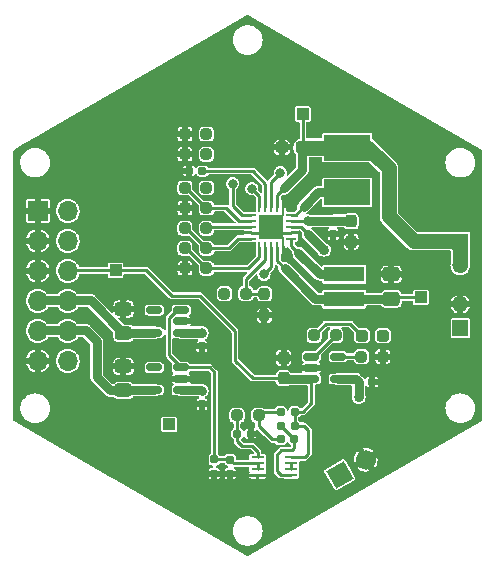
<source format=gbr>
%TF.GenerationSoftware,KiCad,Pcbnew,(6.0.4)*%
%TF.CreationDate,2023-05-25T13:34:33-04:00*%
%TF.ProjectId,PWR,5057522e-6b69-4636-9164-5f7063625858,rev?*%
%TF.SameCoordinates,Original*%
%TF.FileFunction,Copper,L1,Top*%
%TF.FilePolarity,Positive*%
%FSLAX46Y46*%
G04 Gerber Fmt 4.6, Leading zero omitted, Abs format (unit mm)*
G04 Created by KiCad (PCBNEW (6.0.4)) date 2023-05-25 13:34:33*
%MOMM*%
%LPD*%
G01*
G04 APERTURE LIST*
G04 Aperture macros list*
%AMRoundRect*
0 Rectangle with rounded corners*
0 $1 Rounding radius*
0 $2 $3 $4 $5 $6 $7 $8 $9 X,Y pos of 4 corners*
0 Add a 4 corners polygon primitive as box body*
4,1,4,$2,$3,$4,$5,$6,$7,$8,$9,$2,$3,0*
0 Add four circle primitives for the rounded corners*
1,1,$1+$1,$2,$3*
1,1,$1+$1,$4,$5*
1,1,$1+$1,$6,$7*
1,1,$1+$1,$8,$9*
0 Add four rect primitives between the rounded corners*
20,1,$1+$1,$2,$3,$4,$5,0*
20,1,$1+$1,$4,$5,$6,$7,0*
20,1,$1+$1,$6,$7,$8,$9,0*
20,1,$1+$1,$8,$9,$2,$3,0*%
%AMHorizOval*
0 Thick line with rounded ends*
0 $1 width*
0 $2 $3 position (X,Y) of the first rounded end (center of the circle)*
0 $4 $5 position (X,Y) of the second rounded end (center of the circle)*
0 Add line between two ends*
20,1,$1,$2,$3,$4,$5,0*
0 Add two circle primitives to create the rounded ends*
1,1,$1,$2,$3*
1,1,$1,$4,$5*%
%AMRotRect*
0 Rectangle, with rotation*
0 The origin of the aperture is its center*
0 $1 length*
0 $2 width*
0 $3 Rotation angle, in degrees counterclockwise*
0 Add horizontal line*
21,1,$1,$2,0,0,$3*%
G04 Aperture macros list end*
%TA.AperFunction,SMDPad,CuDef*%
%ADD10RoundRect,0.155000X-0.212500X-0.155000X0.212500X-0.155000X0.212500X0.155000X-0.212500X0.155000X0*%
%TD*%
%TA.AperFunction,SMDPad,CuDef*%
%ADD11RoundRect,0.160000X0.160000X-0.197500X0.160000X0.197500X-0.160000X0.197500X-0.160000X-0.197500X0*%
%TD*%
%TA.AperFunction,SMDPad,CuDef*%
%ADD12RoundRect,0.237500X0.250000X0.237500X-0.250000X0.237500X-0.250000X-0.237500X0.250000X-0.237500X0*%
%TD*%
%TA.AperFunction,SMDPad,CuDef*%
%ADD13RoundRect,0.237500X0.237500X-0.300000X0.237500X0.300000X-0.237500X0.300000X-0.237500X-0.300000X0*%
%TD*%
%TA.AperFunction,SMDPad,CuDef*%
%ADD14RoundRect,0.150000X0.512500X0.150000X-0.512500X0.150000X-0.512500X-0.150000X0.512500X-0.150000X0*%
%TD*%
%TA.AperFunction,SMDPad,CuDef*%
%ADD15R,1.000000X1.000000*%
%TD*%
%TA.AperFunction,SMDPad,CuDef*%
%ADD16RoundRect,0.237500X-0.250000X-0.237500X0.250000X-0.237500X0.250000X0.237500X-0.250000X0.237500X0*%
%TD*%
%TA.AperFunction,SMDPad,CuDef*%
%ADD17R,3.900000X2.200000*%
%TD*%
%TA.AperFunction,SMDPad,CuDef*%
%ADD18RoundRect,0.237500X0.237500X-0.250000X0.237500X0.250000X-0.237500X0.250000X-0.237500X-0.250000X0*%
%TD*%
%TA.AperFunction,SMDPad,CuDef*%
%ADD19RoundRect,0.155000X-0.155000X0.212500X-0.155000X-0.212500X0.155000X-0.212500X0.155000X0.212500X0*%
%TD*%
%TA.AperFunction,SMDPad,CuDef*%
%ADD20RoundRect,0.062500X-0.062500X0.375000X-0.062500X-0.375000X0.062500X-0.375000X0.062500X0.375000X0*%
%TD*%
%TA.AperFunction,SMDPad,CuDef*%
%ADD21RoundRect,0.062500X-0.375000X0.062500X-0.375000X-0.062500X0.375000X-0.062500X0.375000X0.062500X0*%
%TD*%
%TA.AperFunction,SMDPad,CuDef*%
%ADD22R,2.000000X2.000000*%
%TD*%
%TA.AperFunction,SMDPad,CuDef*%
%ADD23RoundRect,0.237500X-0.237500X0.300000X-0.237500X-0.300000X0.237500X-0.300000X0.237500X0.300000X0*%
%TD*%
%TA.AperFunction,SMDPad,CuDef*%
%ADD24RoundRect,0.160000X-0.197500X-0.160000X0.197500X-0.160000X0.197500X0.160000X-0.197500X0.160000X0*%
%TD*%
%TA.AperFunction,SMDPad,CuDef*%
%ADD25RoundRect,0.250000X0.450000X-0.325000X0.450000X0.325000X-0.450000X0.325000X-0.450000X-0.325000X0*%
%TD*%
%TA.AperFunction,SMDPad,CuDef*%
%ADD26R,3.400000X1.300000*%
%TD*%
%TA.AperFunction,ComponentPad*%
%ADD27R,1.350000X1.350000*%
%TD*%
%TA.AperFunction,ComponentPad*%
%ADD28O,1.350000X1.350000*%
%TD*%
%TA.AperFunction,SMDPad,CuDef*%
%ADD29RoundRect,0.150000X-0.512500X-0.150000X0.512500X-0.150000X0.512500X0.150000X-0.512500X0.150000X0*%
%TD*%
%TA.AperFunction,SMDPad,CuDef*%
%ADD30RoundRect,0.237500X-0.287500X-0.237500X0.287500X-0.237500X0.287500X0.237500X-0.287500X0.237500X0*%
%TD*%
%TA.AperFunction,SMDPad,CuDef*%
%ADD31RoundRect,0.250000X0.475000X-0.337500X0.475000X0.337500X-0.475000X0.337500X-0.475000X-0.337500X0*%
%TD*%
%TA.AperFunction,ComponentPad*%
%ADD32RotRect,1.700000X1.700000X120.000000*%
%TD*%
%TA.AperFunction,ComponentPad*%
%ADD33HorizOval,1.700000X0.000000X0.000000X0.000000X0.000000X0*%
%TD*%
%TA.AperFunction,SMDPad,CuDef*%
%ADD34R,1.120000X0.270000*%
%TD*%
%TA.AperFunction,SMDPad,CuDef*%
%ADD35RoundRect,0.155000X0.212500X0.155000X-0.212500X0.155000X-0.212500X-0.155000X0.212500X-0.155000X0*%
%TD*%
%TA.AperFunction,SMDPad,CuDef*%
%ADD36RoundRect,0.237500X0.300000X0.237500X-0.300000X0.237500X-0.300000X-0.237500X0.300000X-0.237500X0*%
%TD*%
%TA.AperFunction,ComponentPad*%
%ADD37R,1.700000X1.700000*%
%TD*%
%TA.AperFunction,ComponentPad*%
%ADD38O,1.700000X1.700000*%
%TD*%
%TA.AperFunction,ViaPad*%
%ADD39C,0.660400*%
%TD*%
%TA.AperFunction,ViaPad*%
%ADD40C,0.800000*%
%TD*%
%TA.AperFunction,ViaPad*%
%ADD41C,0.863600*%
%TD*%
%TA.AperFunction,ViaPad*%
%ADD42C,0.762000*%
%TD*%
%TA.AperFunction,Conductor*%
%ADD43C,0.254000*%
%TD*%
%TA.AperFunction,Conductor*%
%ADD44C,0.762000*%
%TD*%
%TA.AperFunction,Conductor*%
%ADD45C,0.152400*%
%TD*%
%TA.AperFunction,Conductor*%
%ADD46C,1.270000*%
%TD*%
G04 APERTURE END LIST*
D10*
%TO.P,C5,1*%
%TO.N,Net-(C5-Pad1)*%
X146102500Y-107950000D03*
%TO.P,C5,2*%
%TO.N,GND*%
X147237500Y-107950000D03*
%TD*%
D11*
%TO.P,R3,1*%
%TO.N,GND*%
X144172510Y-111337494D03*
%TO.P,R3,2*%
%TO.N,/PWR_EN*%
X144172510Y-110142494D03*
%TD*%
D12*
%TO.P,R15,1*%
%TO.N,GND*%
X158442500Y-101440000D03*
%TO.P,R15,2*%
%TO.N,Net-(R15-Pad2)*%
X156617500Y-101440000D03*
%TD*%
D13*
%TO.P,C4,1*%
%TO.N,/VBAT*%
X150030000Y-103252500D03*
%TO.P,C4,2*%
%TO.N,GND*%
X150030000Y-101527500D03*
%TD*%
D14*
%TO.P,U1,1,VIN*%
%TO.N,/VBAT*%
X141367500Y-99402500D03*
%TO.P,U1,2,GND*%
%TO.N,GND*%
X141367500Y-98452500D03*
%TO.P,U1,3,EN*%
%TO.N,/PWR_EN*%
X141367500Y-97502500D03*
%TO.P,U1,4,NC*%
%TO.N,unconnected-(U1-Pad4)*%
X139092500Y-97502500D03*
%TO.P,U1,5,VOUT*%
%TO.N,+3V3*%
X139092500Y-99402500D03*
%TD*%
D10*
%TO.P,C13,1*%
%TO.N,+5V*%
X156392500Y-103590000D03*
%TO.P,C13,2*%
%TO.N,GND*%
X157527500Y-103590000D03*
%TD*%
D15*
%TO.P,TP1,1,1*%
%TO.N,/VBAT*%
X135820000Y-94140000D03*
%TD*%
D16*
%TO.P,R13,1*%
%TO.N,GND*%
X141683220Y-82594280D03*
%TO.P,R13,2*%
%TO.N,/~{EN}*%
X143508220Y-82594280D03*
%TD*%
D12*
%TO.P,R16,1*%
%TO.N,Net-(R16-Pad1)*%
X154442500Y-99630000D03*
%TO.P,R16,2*%
%TO.N,Net-(D1-Pad1)*%
X152617500Y-99630000D03*
%TD*%
D10*
%TO.P,C1,1*%
%TO.N,Net-(C1-Pad1)*%
X149802500Y-108450000D03*
%TO.P,C1,2*%
%TO.N,Net-(C1-Pad2)*%
X150937500Y-108450000D03*
%TD*%
D16*
%TO.P,R12,1*%
%TO.N,GND*%
X141683220Y-84294280D03*
%TO.P,R12,2*%
%TO.N,/VOUT_EN*%
X143508220Y-84294280D03*
%TD*%
D17*
%TO.P,L2,1*%
%TO.N,/SC*%
X155420000Y-83740000D03*
%TO.P,L2,2*%
%TO.N,Net-(L2-Pad2)*%
X155420000Y-87540000D03*
%TD*%
D18*
%TO.P,R11,1*%
%TO.N,GND*%
X148420000Y-97952500D03*
%TO.P,R11,2*%
%TO.N,Net-(R11-Pad2)*%
X148420000Y-96127500D03*
%TD*%
D16*
%TO.P,R5,1*%
%TO.N,Net-(C5-Pad1)*%
X146097500Y-106400000D03*
%TO.P,R5,2*%
%TO.N,Net-(C1-Pad1)*%
X147922500Y-106400000D03*
%TD*%
D19*
%TO.P,C11,1*%
%TO.N,/VBAT*%
X143130000Y-104322500D03*
%TO.P,C11,2*%
%TO.N,GND*%
X143130000Y-105457500D03*
%TD*%
D20*
%TO.P,U2,1,VSS*%
%TO.N,GND*%
X149995720Y-88756780D03*
%TO.P,U2,2,VIN_DC*%
%TO.N,/SC*%
X149495720Y-88756780D03*
%TO.P,U2,3,VOC_SAMP*%
%TO.N,Net-(C2-Pad1)*%
X148995720Y-88756780D03*
%TO.P,U2,4,VREF_SAMP*%
%TO.N,Net-(C8-Pad1)*%
X148495720Y-88756780D03*
%TO.P,U2,5,~{EN}*%
%TO.N,/~{EN}*%
X147995720Y-88756780D03*
D21*
%TO.P,U2,6,VOUT_EN*%
%TO.N,/VOUT_EN*%
X147308220Y-89444280D03*
%TO.P,U2,7,VBAT_OV*%
%TO.N,Net-(R6-Pad1)*%
X147308220Y-89944280D03*
%TO.P,U2,8,VRDIV*%
%TO.N,Net-(R6-Pad2)*%
X147308220Y-90444280D03*
%TO.P,U2,9,VSS*%
%TO.N,GND*%
X147308220Y-90944280D03*
%TO.P,U2,10,OK_HYST*%
%TO.N,Net-(R10-Pad2)*%
X147308220Y-91444280D03*
D20*
%TO.P,U2,11,OK_PROG*%
%TO.N,Net-(R10-Pad1)*%
X147995720Y-92131780D03*
%TO.P,U2,12,VOUT_SET*%
%TO.N,Net-(R11-Pad2)*%
X148495720Y-92131780D03*
%TO.P,U2,13,VBAT_OK*%
%TO.N,/VBAT_OK*%
X148995720Y-92131780D03*
%TO.P,U2,14,VOUT*%
%TO.N,Net-(C6-Pad1)*%
X149495720Y-92131780D03*
%TO.P,U2,15,VSS*%
%TO.N,GND*%
X149995720Y-92131780D03*
D21*
%TO.P,U2,16,LBUCK*%
%TO.N,Net-(L1-Pad1)*%
X150683220Y-91444280D03*
%TO.P,U2,17,VSS*%
%TO.N,GND*%
X150683220Y-90944280D03*
%TO.P,U2,18,VBAT*%
%TO.N,/VBAT*%
X150683220Y-90444280D03*
%TO.P,U2,19,VSTOR*%
%TO.N,Net-(C2-Pad1)*%
X150683220Y-89944280D03*
%TO.P,U2,20,LBOOST*%
%TO.N,Net-(L2-Pad2)*%
X150683220Y-89444280D03*
D22*
%TO.P,U2,21,VSS*%
%TO.N,GND*%
X148995720Y-90444280D03*
%TD*%
D23*
%TO.P,C3,1*%
%TO.N,Net-(C2-Pad1)*%
X155755720Y-89981780D03*
%TO.P,C3,2*%
%TO.N,GND*%
X155755720Y-91706780D03*
%TD*%
D16*
%TO.P,R10,1*%
%TO.N,Net-(R10-Pad1)*%
X141683220Y-92254280D03*
%TO.P,R10,2*%
%TO.N,Net-(R10-Pad2)*%
X143508220Y-92254280D03*
%TD*%
D24*
%TO.P,R1,1*%
%TO.N,Net-(C1-Pad1)*%
X149792500Y-106120000D03*
%TO.P,R1,2*%
%TO.N,/VBAT*%
X150987500Y-106120000D03*
%TD*%
D25*
%TO.P,C10,1*%
%TO.N,+3V3*%
X136480000Y-99455000D03*
%TO.P,C10,2*%
%TO.N,GND*%
X136480000Y-97405000D03*
%TD*%
D16*
%TO.P,R14,1*%
%TO.N,GND*%
X141683220Y-93954280D03*
%TO.P,R14,2*%
%TO.N,Net-(R10-Pad1)*%
X143508220Y-93954280D03*
%TD*%
D26*
%TO.P,L1,1*%
%TO.N,Net-(L1-Pad1)*%
X155170000Y-94464280D03*
%TO.P,L1,2*%
%TO.N,Net-(C6-Pad1)*%
X155170000Y-96564280D03*
%TD*%
D19*
%TO.P,C2,1*%
%TO.N,Net-(C2-Pad1)*%
X154245720Y-89926780D03*
%TO.P,C2,2*%
%TO.N,GND*%
X154245720Y-91061780D03*
%TD*%
D27*
%TO.P,J4,1,Pin_1*%
%TO.N,/SC*%
X165000000Y-91700000D03*
D28*
%TO.P,J4,2,Pin_2*%
X165000000Y-93700000D03*
%TD*%
D29*
%TO.P,U4,1,STAT*%
%TO.N,Net-(R16-Pad1)*%
X152392500Y-101440000D03*
%TO.P,U4,2,VSS*%
%TO.N,GND*%
X152392500Y-102390000D03*
%TO.P,U4,3,VBAT*%
%TO.N,/VBAT*%
X152392500Y-103340000D03*
%TO.P,U4,4,VDD*%
%TO.N,+5V*%
X154667500Y-103340000D03*
%TO.P,U4,5,PROG*%
%TO.N,Net-(R15-Pad2)*%
X154667500Y-101440000D03*
%TD*%
D30*
%TO.P,D1,1,K*%
%TO.N,Net-(D1-Pad1)*%
X156700000Y-99660000D03*
%TO.P,D1,2,A*%
%TO.N,+5V*%
X158450000Y-99660000D03*
%TD*%
D16*
%TO.P,R9,1*%
%TO.N,GND*%
X141683220Y-88854280D03*
%TO.P,R9,2*%
%TO.N,Net-(R6-Pad1)*%
X143508220Y-88854280D03*
%TD*%
D19*
%TO.P,C9,1*%
%TO.N,/VBAT*%
X143110000Y-99432500D03*
%TO.P,C9,2*%
%TO.N,GND*%
X143110000Y-100567500D03*
%TD*%
D15*
%TO.P,TP3,1,1*%
%TO.N,/SC*%
X151670000Y-80890000D03*
%TD*%
D31*
%TO.P,C6,1*%
%TO.N,Net-(C6-Pad1)*%
X159145720Y-96551780D03*
%TO.P,C6,2*%
%TO.N,GND*%
X159145720Y-94476780D03*
%TD*%
D25*
%TO.P,C12,1*%
%TO.N,+1V8*%
X136480000Y-104305000D03*
%TO.P,C12,2*%
%TO.N,GND*%
X136480000Y-102255000D03*
%TD*%
D15*
%TO.P,TP4,1,1*%
%TO.N,+5V*%
X140350000Y-107180000D03*
%TD*%
D27*
%TO.P,J3,1,Pin_1*%
%TO.N,/VBAT*%
X165000000Y-99000000D03*
D28*
%TO.P,J3,2,Pin_2*%
%TO.N,GND*%
X165000000Y-97000000D03*
%TD*%
D32*
%TO.P,J1,1,Pin_1*%
%TO.N,Net-(C1-Pad1)*%
X154795818Y-111437500D03*
D33*
%TO.P,J1,2,Pin_2*%
%TO.N,GND*%
X156995523Y-110167500D03*
%TD*%
D24*
%TO.P,R2,1*%
%TO.N,Net-(C1-Pad2)*%
X149792500Y-107290000D03*
%TO.P,R2,2*%
%TO.N,/VBAT*%
X150987500Y-107290000D03*
%TD*%
D11*
%TO.P,R4,1*%
%TO.N,GND*%
X145502500Y-111347500D03*
%TO.P,R4,2*%
%TO.N,/PWR_EN*%
X145502500Y-110152500D03*
%TD*%
D34*
%TO.P,IC1,1,1A*%
%TO.N,Net-(C5-Pad1)*%
X147847500Y-109970000D03*
%TO.P,IC1,2,1B*%
%TO.N,/PWR_EN*%
X147847500Y-110470000D03*
%TO.P,IC1,3,2Y*%
X147847500Y-110970000D03*
%TO.P,IC1,4,GND*%
%TO.N,GND*%
X147847500Y-111470000D03*
%TO.P,IC1,5,2A*%
%TO.N,Net-(C1-Pad2)*%
X150657500Y-111470000D03*
%TO.P,IC1,6,2B*%
%TO.N,Net-(IC1-Pad6)*%
X150657500Y-110970000D03*
%TO.P,IC1,7,1Y*%
X150657500Y-110470000D03*
%TO.P,IC1,8,VCC*%
%TO.N,/VBAT*%
X150657500Y-109970000D03*
%TD*%
D16*
%TO.P,R6,1*%
%TO.N,Net-(R6-Pad1)*%
X141683220Y-87154280D03*
%TO.P,R6,2*%
%TO.N,Net-(R6-Pad2)*%
X143508220Y-87154280D03*
%TD*%
D35*
%TO.P,C8,1*%
%TO.N,Net-(C8-Pad1)*%
X143163220Y-85724280D03*
%TO.P,C8,2*%
%TO.N,GND*%
X142028220Y-85724280D03*
%TD*%
D36*
%TO.P,C7,1*%
%TO.N,/SC*%
X151632500Y-83720000D03*
%TO.P,C7,2*%
%TO.N,GND*%
X149907500Y-83720000D03*
%TD*%
D16*
%TO.P,R7,1*%
%TO.N,Net-(R10-Pad2)*%
X141683220Y-90554280D03*
%TO.P,R7,2*%
%TO.N,Net-(R6-Pad2)*%
X143508220Y-90554280D03*
%TD*%
D15*
%TO.P,TP2,1,1*%
%TO.N,Net-(C6-Pad1)*%
X161660000Y-96420000D03*
%TD*%
D14*
%TO.P,U3,1,VIN*%
%TO.N,/VBAT*%
X141367500Y-104252500D03*
%TO.P,U3,2,GND*%
%TO.N,GND*%
X141367500Y-103302500D03*
%TO.P,U3,3,EN*%
%TO.N,/PWR_EN*%
X141367500Y-102352500D03*
%TO.P,U3,4,NC*%
%TO.N,unconnected-(U3-Pad4)*%
X139092500Y-102352500D03*
%TO.P,U3,5,VOUT*%
%TO.N,+1V8*%
X139092500Y-104252500D03*
%TD*%
D37*
%TO.P,J2,1,Pin_1*%
%TO.N,GND*%
X129225000Y-89100000D03*
D38*
%TO.P,J2,2,Pin_2*%
%TO.N,/~{EN}*%
X131765000Y-89100000D03*
%TO.P,J2,3,Pin_3*%
%TO.N,GND*%
X129225000Y-91640000D03*
%TO.P,J2,4,Pin_4*%
%TO.N,/VBAT_OK*%
X131765000Y-91640000D03*
%TO.P,J2,5,Pin_5*%
%TO.N,GND*%
X129225000Y-94180000D03*
%TO.P,J2,6,Pin_6*%
%TO.N,/VBAT*%
X131765000Y-94180000D03*
%TO.P,J2,7,Pin_7*%
%TO.N,+3V3*%
X129225000Y-96720000D03*
%TO.P,J2,8,Pin_8*%
X131765000Y-96720000D03*
%TO.P,J2,9,Pin_9*%
%TO.N,+1V8*%
X129225000Y-99260000D03*
%TO.P,J2,10,Pin_10*%
X131765000Y-99260000D03*
%TO.P,J2,11,Pin_11*%
%TO.N,GND*%
X129225000Y-101800000D03*
%TO.P,J2,12,Pin_12*%
%TO.N,+5V*%
X131765000Y-101800000D03*
%TD*%
D12*
%TO.P,R8,1*%
%TO.N,Net-(R11-Pad2)*%
X146852500Y-96110000D03*
%TO.P,R8,2*%
%TO.N,Net-(R6-Pad2)*%
X145027500Y-96110000D03*
%TD*%
D39*
%TO.N,Net-(C1-Pad1)*%
X149802494Y-108449999D03*
D40*
%TO.N,Net-(C2-Pad1)*%
X152125720Y-89944280D03*
X149760000Y-85850000D03*
D39*
%TO.N,GND*%
X133650000Y-90160000D03*
X155740000Y-92990000D03*
X139650000Y-80160000D03*
X159650000Y-107160000D03*
X161650000Y-107160000D03*
X151650000Y-76160000D03*
X144770000Y-87960000D03*
X135650000Y-90160000D03*
X136650000Y-109160000D03*
X161650000Y-87160000D03*
X142650000Y-113160000D03*
X141650000Y-78160000D03*
X137650000Y-80160000D03*
X134650000Y-109160000D03*
X165650000Y-101160000D03*
X153650000Y-78160000D03*
X151650000Y-78160000D03*
X148410000Y-89870000D03*
X150650000Y-115160000D03*
X133650000Y-82160000D03*
X136650000Y-111160000D03*
X146650000Y-113160000D03*
X149650000Y-76160000D03*
X147650000Y-80160000D03*
X149650000Y-80160000D03*
X145650000Y-80160000D03*
X135650000Y-86160000D03*
X163650000Y-83160000D03*
X135650000Y-84160000D03*
X151190000Y-87610000D03*
X159650000Y-83160000D03*
X147650000Y-82160000D03*
X146490000Y-92760000D03*
X143650000Y-80160000D03*
X146710000Y-88180000D03*
X163650000Y-89160000D03*
X159650000Y-81160000D03*
X157650000Y-80160000D03*
X157670000Y-95250000D03*
X147650000Y-78160000D03*
X161650000Y-89160000D03*
X144900000Y-91320000D03*
X163650000Y-87160000D03*
X155280000Y-85610000D03*
X138650000Y-109160000D03*
X148410000Y-90944280D03*
X163650000Y-103160000D03*
X159650000Y-105160000D03*
X144980000Y-93130000D03*
X132650000Y-107160000D03*
X149650000Y-82160000D03*
X131650000Y-86160000D03*
X135650000Y-82160000D03*
X161650000Y-105160000D03*
X152730000Y-85570000D03*
X149650000Y-78160000D03*
X165650000Y-89160000D03*
X153650000Y-80160000D03*
X149565720Y-90944280D03*
X144650000Y-113160000D03*
X159650000Y-109160000D03*
X142650000Y-115160000D03*
X150650000Y-113160000D03*
X161650000Y-85160000D03*
X143650000Y-76160000D03*
X143650000Y-78160000D03*
X157650000Y-107160000D03*
X152650000Y-113160000D03*
X138650000Y-111160000D03*
X132650000Y-105160000D03*
X137650000Y-90160000D03*
X155650000Y-80160000D03*
X136650000Y-107160000D03*
X145650000Y-78160000D03*
X163650000Y-101160000D03*
X139650000Y-78160000D03*
X134650000Y-107160000D03*
X149555000Y-89885000D03*
X148650000Y-113160000D03*
X135650000Y-80160000D03*
X165650000Y-87160000D03*
X161650000Y-83160000D03*
X137650000Y-88160000D03*
X133650000Y-84160000D03*
X140650000Y-113160000D03*
X144750000Y-89660000D03*
X133650000Y-86160000D03*
X141650000Y-80160000D03*
X161650000Y-103160000D03*
D41*
%TO.N,/VBAT*%
X153450011Y-92380003D03*
D40*
X150030000Y-103252500D03*
X143130000Y-99420000D03*
X143130000Y-104320000D03*
%TO.N,+5V*%
X158500000Y-99640000D03*
D41*
X156390010Y-104869996D03*
D42*
X140350011Y-107179999D03*
D40*
%TO.N,/~{EN}*%
X147345720Y-87204280D03*
X143508220Y-82594280D03*
%TO.N,/VBAT_OK*%
X148375720Y-94464280D03*
%TO.N,Net-(R6-Pad2)*%
X143508220Y-87154280D03*
X145027500Y-96110000D03*
X143508220Y-90554280D03*
%TO.N,/VOUT_EN*%
X145725720Y-86784280D03*
X143508220Y-84294280D03*
%TD*%
D43*
%TO.N,Net-(C1-Pad1)*%
X149792500Y-106120000D02*
X148202500Y-106120000D01*
X149080000Y-108450000D02*
X149802500Y-108450000D01*
X147922500Y-106400000D02*
X147922500Y-107292500D01*
X147922500Y-107292500D02*
X149080000Y-108450000D01*
X148202500Y-106120000D02*
X147922500Y-106400000D01*
%TO.N,Net-(C1-Pad2)*%
X149480000Y-111160000D02*
X149480000Y-109760000D01*
X150657500Y-111470000D02*
X149790000Y-111470000D01*
X149480000Y-109760000D02*
X149860000Y-109380000D01*
X149860000Y-109380000D02*
X150720000Y-109380000D01*
X149792500Y-107305000D02*
X150937500Y-108450000D01*
X149790000Y-111470000D02*
X149480000Y-111160000D01*
X149792500Y-107290000D02*
X149792500Y-107305000D01*
X150937500Y-109162500D02*
X150937500Y-108450000D01*
X150720000Y-109380000D02*
X150937500Y-109162500D01*
%TO.N,Net-(C2-Pad1)*%
X150683220Y-89944280D02*
X152125720Y-89944280D01*
D44*
X155700720Y-89926780D02*
X155755720Y-89981780D01*
X154245720Y-89926780D02*
X155700720Y-89926780D01*
X152125720Y-89944280D02*
X154178220Y-89944280D01*
D43*
X148995720Y-88756780D02*
X148995720Y-86614280D01*
X148995720Y-86614280D02*
X149760000Y-85850000D01*
D45*
%TO.N,GND*%
X149995720Y-91374280D02*
X149565720Y-90944280D01*
X149995720Y-88756780D02*
X149995720Y-89444280D01*
D43*
X148495720Y-90944280D02*
X148995720Y-90444280D01*
X150683220Y-90944280D02*
X149495720Y-90944280D01*
D45*
X149995720Y-92131780D02*
X149995720Y-91374280D01*
X149555000Y-89885000D02*
X148995720Y-90444280D01*
D43*
X147308220Y-90944280D02*
X148495720Y-90944280D01*
D45*
X149995720Y-89444280D02*
X149555000Y-89885000D01*
D43*
X149495720Y-90944280D02*
X148995720Y-90444280D01*
%TO.N,/VBAT*%
X152392500Y-105377500D02*
X152392500Y-103340000D01*
X135815989Y-94135989D02*
X135820000Y-94140000D01*
X150683220Y-90444280D02*
X151484280Y-90444280D01*
X140570000Y-96280000D02*
X142950000Y-96280000D01*
D44*
X152392500Y-103340000D02*
X150117500Y-103340000D01*
D43*
X151484280Y-90444280D02*
X152110000Y-91070000D01*
X151740000Y-107290000D02*
X150987500Y-107290000D01*
D44*
X150117500Y-103340000D02*
X150030000Y-103252500D01*
D43*
X145930000Y-101770000D02*
X147412500Y-103252500D01*
X152140000Y-109650000D02*
X152140000Y-107690000D01*
X151650000Y-106120000D02*
X152392500Y-105377500D01*
X138430000Y-94140000D02*
X140570000Y-96280000D01*
D44*
X143062500Y-104252500D02*
X143130000Y-104320000D01*
D43*
X151820000Y-109970000D02*
X152140000Y-109650000D01*
X150657500Y-109970000D02*
X151820000Y-109970000D01*
D44*
X141367500Y-99402500D02*
X143112500Y-99402500D01*
X141367500Y-104252500D02*
X143062500Y-104252500D01*
D43*
X150987500Y-106120000D02*
X150987500Y-107290000D01*
X150987500Y-106120000D02*
X151650000Y-106120000D01*
X131765000Y-94135989D02*
X135815989Y-94135989D01*
D44*
X152110000Y-91070000D02*
X153420000Y-92380000D01*
X153420000Y-92380000D02*
X153450000Y-92380000D01*
D43*
X152140000Y-107690000D02*
X151740000Y-107290000D01*
X145930000Y-99260000D02*
X145930000Y-101770000D01*
X142950000Y-96280000D02*
X145930000Y-99260000D01*
X135820000Y-94140000D02*
X138430000Y-94140000D01*
X147412500Y-103252500D02*
X150030000Y-103252500D01*
D44*
X143112500Y-99402500D02*
X143130000Y-99420000D01*
D43*
%TO.N,Net-(C5-Pad1)*%
X146102500Y-107950000D02*
X146102500Y-108612500D01*
X146097500Y-107945000D02*
X146102500Y-107950000D01*
X146097500Y-106400000D02*
X146097500Y-107945000D01*
X146102500Y-108612500D02*
X146480000Y-108990000D01*
X147847500Y-109487500D02*
X147847500Y-109970000D01*
X147350000Y-108990000D02*
X147847500Y-109487500D01*
X146480000Y-108990000D02*
X147350000Y-108990000D01*
D44*
%TO.N,Net-(C6-Pad1)*%
X159133220Y-96564280D02*
X159145720Y-96551780D01*
D43*
X149495720Y-92131780D02*
X149495720Y-93325720D01*
X161660000Y-96420000D02*
X159277500Y-96420000D01*
D44*
X152734280Y-96564280D02*
X150130000Y-93960000D01*
X155170000Y-96564280D02*
X159133220Y-96564280D01*
D43*
X149495720Y-93325720D02*
X150130000Y-93960000D01*
X159277500Y-96420000D02*
X159145720Y-96551780D01*
D44*
X155170000Y-96564280D02*
X152734280Y-96564280D01*
D46*
%TO.N,/SC*%
X158950000Y-89560000D02*
X161050000Y-91660000D01*
D44*
X151630000Y-85660000D02*
X150095000Y-87195000D01*
D46*
X157200000Y-83740000D02*
X158950000Y-85490000D01*
X155420000Y-83740000D02*
X157200000Y-83740000D01*
X158950000Y-85490000D02*
X158950000Y-89560000D01*
X161050000Y-91660000D02*
X165000000Y-91660000D01*
D43*
X151670000Y-83682500D02*
X151632500Y-83720000D01*
D46*
X165000000Y-91699994D02*
X165000000Y-93699990D01*
D43*
X151670000Y-80890000D02*
X151670000Y-83682500D01*
D46*
X155420000Y-83740000D02*
X151652500Y-83740000D01*
D44*
X151632500Y-83720000D02*
X151630000Y-83722500D01*
X151630000Y-83722500D02*
X151630000Y-85660000D01*
D43*
X149495720Y-88756780D02*
X149495720Y-87794280D01*
X149495720Y-87794280D02*
X150095000Y-87195000D01*
%TO.N,Net-(C8-Pad1)*%
X147405720Y-85724280D02*
X143163220Y-85724280D01*
X148495720Y-86814280D02*
X147405720Y-85724280D01*
X148495720Y-88756780D02*
X148495720Y-86814280D01*
D44*
%TO.N,+3V3*%
X129225000Y-96675989D02*
X131765000Y-96675989D01*
X133700989Y-96675989D02*
X136480000Y-99455000D01*
X131765000Y-96675989D02*
X133700989Y-96675989D01*
X139092500Y-99402500D02*
X136532500Y-99402500D01*
X136532500Y-99402500D02*
X136480000Y-99455000D01*
%TO.N,+1V8*%
X133275989Y-99215989D02*
X134210000Y-100150000D01*
X134210000Y-103200000D02*
X135315000Y-104305000D01*
X136532500Y-104252500D02*
X136480000Y-104305000D01*
X139092500Y-104252500D02*
X136532500Y-104252500D01*
X135315000Y-104305000D02*
X136480000Y-104305000D01*
X129225000Y-99215989D02*
X131765000Y-99215989D01*
X131765000Y-99215989D02*
X133275989Y-99215989D01*
X134210000Y-100150000D02*
X134210000Y-103200000D01*
%TO.N,+5V*%
X156390000Y-103592500D02*
X156392500Y-103590000D01*
X156142500Y-103340000D02*
X156392500Y-103590000D01*
X154667500Y-103340000D02*
X156142500Y-103340000D01*
X156390000Y-104870000D02*
X156390000Y-103592500D01*
D43*
%TO.N,Net-(D1-Pad1)*%
X153587500Y-98660000D02*
X155700000Y-98660000D01*
X155700000Y-98660000D02*
X156700000Y-99660000D01*
X152617500Y-99630000D02*
X153587500Y-98660000D01*
%TO.N,/PWR_EN*%
X144172510Y-110142494D02*
X144172510Y-102752510D01*
X147847500Y-110470000D02*
X145820000Y-110470000D01*
X140340000Y-98143599D02*
X140340000Y-101325000D01*
X147847500Y-110470000D02*
X147847500Y-110970000D01*
X145492494Y-110142494D02*
X145502500Y-110152500D01*
X143772500Y-102352500D02*
X141367500Y-102352500D01*
X141367500Y-97502500D02*
X140981099Y-97502500D01*
X140981099Y-97502500D02*
X140340000Y-98143599D01*
X140340000Y-101325000D02*
X141367500Y-102352500D01*
X145820000Y-110470000D02*
X145502500Y-110152500D01*
X144172510Y-102752510D02*
X143772500Y-102352500D01*
X144172510Y-110142494D02*
X145492494Y-110142494D01*
%TO.N,Net-(IC1-Pad6)*%
X150657500Y-110970000D02*
X150657500Y-110470000D01*
%TO.N,/~{EN}*%
X147995720Y-87854280D02*
X147345720Y-87204280D01*
X147995720Y-88756780D02*
X147995720Y-87854280D01*
%TO.N,/VBAT_OK*%
X148995720Y-93844280D02*
X148375720Y-94464280D01*
X148995720Y-92131780D02*
X148995720Y-93844280D01*
%TO.N,Net-(R6-Pad1)*%
X145185720Y-88854280D02*
X143508220Y-88854280D01*
X141808220Y-87154280D02*
X143508220Y-88854280D01*
X141683220Y-87154280D02*
X141808220Y-87154280D01*
X147308220Y-89944280D02*
X146275720Y-89944280D01*
X146275720Y-89944280D02*
X145185720Y-88854280D01*
%TO.N,Net-(R6-Pad2)*%
X143618220Y-90444280D02*
X143508220Y-90554280D01*
X147308220Y-90444280D02*
X143618220Y-90444280D01*
%TO.N,Net-(R10-Pad2)*%
X146185720Y-91444280D02*
X145375720Y-92254280D01*
X141683220Y-90554280D02*
X141808220Y-90554280D01*
X141808220Y-90554280D02*
X143508220Y-92254280D01*
X147308220Y-91444280D02*
X146185720Y-91444280D01*
X145375720Y-92254280D02*
X143508220Y-92254280D01*
%TO.N,Net-(R11-Pad2)*%
X148495720Y-93214280D02*
X146852500Y-94857500D01*
X148402500Y-96110000D02*
X148420000Y-96127500D01*
X146852500Y-96110000D02*
X148402500Y-96110000D01*
X148495720Y-92131780D02*
X148495720Y-93214280D01*
X146852500Y-94857500D02*
X146852500Y-96110000D01*
%TO.N,Net-(R10-Pad1)*%
X147035720Y-93954280D02*
X147995720Y-92994280D01*
X141683220Y-92254280D02*
X141808220Y-92254280D01*
X141808220Y-92254280D02*
X143508220Y-93954280D01*
X143508220Y-93954280D02*
X147035720Y-93954280D01*
X147995720Y-92994280D02*
X147995720Y-92131780D01*
%TO.N,/VOUT_EN*%
X147308220Y-89444280D02*
X146515720Y-89444280D01*
X146325720Y-89254280D02*
X145725720Y-88654280D01*
X146515720Y-89444280D02*
X146325720Y-89254280D01*
X145725720Y-88654280D02*
X145725720Y-86784280D01*
%TO.N,Net-(R15-Pad2)*%
X154667500Y-101440000D02*
X156617500Y-101440000D01*
%TO.N,Net-(R16-Pad1)*%
X152632500Y-101440000D02*
X154442500Y-99630000D01*
X152392500Y-101440000D02*
X152632500Y-101440000D01*
D44*
%TO.N,Net-(L1-Pad1)*%
X153104280Y-94464280D02*
X151295000Y-92655000D01*
X155170000Y-94464280D02*
X153104280Y-94464280D01*
D43*
X150683220Y-92043220D02*
X151295000Y-92655000D01*
X150683220Y-91444280D02*
X150683220Y-92043220D01*
D44*
%TO.N,Net-(L2-Pad2)*%
X155420000Y-87540000D02*
X152960000Y-87540000D01*
D43*
X150683220Y-89444280D02*
X151025720Y-89444280D01*
X151055720Y-89444280D02*
X151620720Y-88879280D01*
D44*
X152960000Y-87540000D02*
X151735720Y-88764280D01*
D43*
X151025720Y-89444280D02*
X151055720Y-89444280D01*
X151620720Y-88879280D02*
X151735720Y-88764280D01*
%TD*%
%TA.AperFunction,Conductor*%
%TO.N,GND*%
G36*
X147043950Y-72513907D02*
G01*
X152872575Y-75879065D01*
X166803151Y-83921887D01*
X166841799Y-83967946D01*
X166847100Y-83998010D01*
X166847100Y-106813968D01*
X166826535Y-106870469D01*
X166803152Y-106890091D01*
X158284908Y-111808101D01*
X147043950Y-118298071D01*
X146984736Y-118308512D01*
X146956050Y-118298071D01*
X143305801Y-116190599D01*
X145742314Y-116190599D01*
X145761421Y-116408994D01*
X145818162Y-116620753D01*
X145910812Y-116819442D01*
X146036557Y-116999024D01*
X146191575Y-117154042D01*
X146371157Y-117279787D01*
X146569846Y-117372437D01*
X146689955Y-117404620D01*
X146777902Y-117428186D01*
X146777904Y-117428186D01*
X146781605Y-117429178D01*
X146785421Y-117429512D01*
X146785422Y-117429512D01*
X146996182Y-117447951D01*
X147000000Y-117448285D01*
X147003818Y-117447951D01*
X147214578Y-117429512D01*
X147214579Y-117429512D01*
X147218395Y-117429178D01*
X147222096Y-117428186D01*
X147222098Y-117428186D01*
X147310045Y-117404620D01*
X147430154Y-117372437D01*
X147628843Y-117279787D01*
X147808425Y-117154042D01*
X147963443Y-116999024D01*
X148089188Y-116819442D01*
X148181838Y-116620753D01*
X148238579Y-116408994D01*
X148257686Y-116190599D01*
X148238579Y-115972204D01*
X148181838Y-115760445D01*
X148089188Y-115561756D01*
X147963443Y-115382174D01*
X147808425Y-115227156D01*
X147628843Y-115101411D01*
X147430154Y-115008761D01*
X147310045Y-114976578D01*
X147222098Y-114953012D01*
X147222096Y-114953012D01*
X147218395Y-114952020D01*
X147214579Y-114951686D01*
X147214578Y-114951686D01*
X147003818Y-114933247D01*
X147000000Y-114932913D01*
X146996182Y-114933247D01*
X146785422Y-114951686D01*
X146785421Y-114951686D01*
X146781605Y-114952020D01*
X146777904Y-114953012D01*
X146777902Y-114953012D01*
X146689955Y-114976578D01*
X146569846Y-115008761D01*
X146371157Y-115101411D01*
X146191575Y-115227156D01*
X146036557Y-115382174D01*
X145910812Y-115561756D01*
X145818162Y-115760445D01*
X145761421Y-115972204D01*
X145743471Y-116177375D01*
X145742314Y-116190599D01*
X143305801Y-116190599D01*
X135715092Y-111808101D01*
X135354870Y-111600127D01*
X143703866Y-111600127D01*
X143705223Y-111610433D01*
X143708940Y-111623186D01*
X143749409Y-111709974D01*
X143758096Y-111722380D01*
X143825124Y-111789408D01*
X143837530Y-111798095D01*
X143904463Y-111829306D01*
X143915992Y-111830314D01*
X143918510Y-111822327D01*
X143918510Y-111820356D01*
X144426510Y-111820356D01*
X144430469Y-111831232D01*
X144438770Y-111830139D01*
X144507490Y-111798095D01*
X144519896Y-111789408D01*
X144586924Y-111722380D01*
X144595611Y-111709974D01*
X144636080Y-111623186D01*
X144639797Y-111610433D01*
X144639837Y-111610133D01*
X145033856Y-111610133D01*
X145035213Y-111620439D01*
X145038930Y-111633192D01*
X145079399Y-111719980D01*
X145088086Y-111732386D01*
X145155114Y-111799414D01*
X145167520Y-111808101D01*
X145234453Y-111839312D01*
X145245982Y-111840320D01*
X145248500Y-111832333D01*
X145248500Y-111830362D01*
X145756500Y-111830362D01*
X145760459Y-111841238D01*
X145768760Y-111840145D01*
X145837480Y-111808101D01*
X145849886Y-111799414D01*
X145916914Y-111732386D01*
X145925601Y-111719980D01*
X145966070Y-111633192D01*
X145969787Y-111620439D01*
X145970258Y-111616867D01*
X145969997Y-111615691D01*
X147135100Y-111615691D01*
X147135943Y-111624251D01*
X147142252Y-111655969D01*
X147148754Y-111671666D01*
X147172815Y-111707674D01*
X147184826Y-111719685D01*
X147220834Y-111743746D01*
X147236531Y-111750248D01*
X147268249Y-111756557D01*
X147276809Y-111757400D01*
X147697000Y-111757400D01*
X147708874Y-111753078D01*
X147712500Y-111746799D01*
X147712500Y-111741900D01*
X147982500Y-111741900D01*
X147986822Y-111753774D01*
X147993101Y-111757400D01*
X148418191Y-111757400D01*
X148426751Y-111756557D01*
X148458469Y-111750248D01*
X148474166Y-111743746D01*
X148510174Y-111719685D01*
X148522185Y-111707674D01*
X148546246Y-111671666D01*
X148552748Y-111655969D01*
X148559057Y-111624251D01*
X148559527Y-111619476D01*
X148555578Y-111608626D01*
X148549299Y-111605000D01*
X147998000Y-111605000D01*
X147986126Y-111609322D01*
X147982500Y-111615601D01*
X147982500Y-111741900D01*
X147712500Y-111741900D01*
X147712500Y-111620500D01*
X147708178Y-111608626D01*
X147701899Y-111605000D01*
X147150600Y-111605000D01*
X147138726Y-111609322D01*
X147135100Y-111615601D01*
X147135100Y-111615691D01*
X145969997Y-111615691D01*
X145967523Y-111604531D01*
X145963573Y-111601500D01*
X145772000Y-111601500D01*
X145760126Y-111605822D01*
X145756500Y-111612101D01*
X145756500Y-111830362D01*
X145248500Y-111830362D01*
X145248500Y-111617000D01*
X145244178Y-111605126D01*
X145237899Y-111601500D01*
X145048219Y-111601500D01*
X145036345Y-111605822D01*
X145033856Y-111610133D01*
X144639837Y-111610133D01*
X144640268Y-111606861D01*
X144637533Y-111594525D01*
X144633583Y-111591494D01*
X144442010Y-111591494D01*
X144430136Y-111595816D01*
X144426510Y-111602095D01*
X144426510Y-111820356D01*
X143918510Y-111820356D01*
X143918510Y-111606994D01*
X143914188Y-111595120D01*
X143907909Y-111591494D01*
X143718229Y-111591494D01*
X143706355Y-111595816D01*
X143703866Y-111600127D01*
X135354870Y-111600127D01*
X127196849Y-106890091D01*
X127158201Y-106844032D01*
X127152900Y-106813968D01*
X127152900Y-105798294D01*
X127742314Y-105798294D01*
X127742648Y-105802112D01*
X127753254Y-105923334D01*
X127761421Y-106016689D01*
X127762413Y-106020390D01*
X127762413Y-106020392D01*
X127769593Y-106047188D01*
X127818162Y-106228448D01*
X127819784Y-106231927D01*
X127819785Y-106231929D01*
X127855947Y-106309479D01*
X127910812Y-106427137D01*
X127950738Y-106484157D01*
X128026618Y-106592524D01*
X128036557Y-106606719D01*
X128191575Y-106761737D01*
X128194716Y-106763937D01*
X128194718Y-106763938D01*
X128237376Y-106793807D01*
X128371157Y-106887482D01*
X128569846Y-106980132D01*
X128683833Y-107010675D01*
X128777902Y-107035881D01*
X128777904Y-107035881D01*
X128781605Y-107036873D01*
X128785421Y-107037207D01*
X128785422Y-107037207D01*
X128996182Y-107055646D01*
X129000000Y-107055980D01*
X129003818Y-107055646D01*
X129214578Y-107037207D01*
X129214579Y-107037207D01*
X129218395Y-107036873D01*
X129222096Y-107035881D01*
X129222098Y-107035881D01*
X129316167Y-107010675D01*
X129430154Y-106980132D01*
X129628843Y-106887482D01*
X129762624Y-106793807D01*
X129805282Y-106763938D01*
X129805284Y-106763937D01*
X129808425Y-106761737D01*
X129905219Y-106664943D01*
X139697100Y-106664943D01*
X139697101Y-107695056D01*
X139700773Y-107713517D01*
X139703953Y-107729506D01*
X139705972Y-107739658D01*
X139739766Y-107790234D01*
X139790342Y-107824028D01*
X139834943Y-107832900D01*
X140349880Y-107832900D01*
X140865056Y-107832899D01*
X140886784Y-107828577D01*
X140901163Y-107825718D01*
X140901165Y-107825717D01*
X140909658Y-107824028D01*
X140960234Y-107790234D01*
X140994028Y-107739658D01*
X141002900Y-107695057D01*
X141002899Y-106664944D01*
X140994028Y-106620342D01*
X140960234Y-106569766D01*
X140950345Y-106563158D01*
X140946926Y-106560874D01*
X140909658Y-106535972D01*
X140865057Y-106527100D01*
X140350120Y-106527100D01*
X139834944Y-106527101D01*
X139813216Y-106531423D01*
X139798837Y-106534282D01*
X139798835Y-106534283D01*
X139790342Y-106535972D01*
X139753128Y-106560838D01*
X139749656Y-106563158D01*
X139739766Y-106569766D01*
X139705972Y-106620342D01*
X139697100Y-106664943D01*
X129905219Y-106664943D01*
X129963443Y-106606719D01*
X129973383Y-106592524D01*
X130049262Y-106484157D01*
X130089188Y-106427137D01*
X130144053Y-106309479D01*
X130180215Y-106231929D01*
X130180216Y-106231927D01*
X130181838Y-106228448D01*
X130230407Y-106047188D01*
X130237587Y-106020392D01*
X130237587Y-106020390D01*
X130238579Y-106016689D01*
X130246747Y-105923334D01*
X130257352Y-105802112D01*
X130257686Y-105798294D01*
X130250924Y-105721003D01*
X142668235Y-105721003D01*
X142670010Y-105735922D01*
X142673467Y-105748503D01*
X142713982Y-105839715D01*
X142723016Y-105852860D01*
X142792577Y-105922300D01*
X142805746Y-105931317D01*
X142861823Y-105956107D01*
X142873685Y-105956906D01*
X142876000Y-105949297D01*
X142876000Y-105946928D01*
X143384000Y-105946928D01*
X143388057Y-105958074D01*
X143395986Y-105957104D01*
X143454715Y-105931018D01*
X143467860Y-105921984D01*
X143537300Y-105852423D01*
X143546317Y-105839254D01*
X143586665Y-105747986D01*
X143590102Y-105735380D01*
X143591400Y-105724251D01*
X143588078Y-105715126D01*
X143581799Y-105711500D01*
X143399500Y-105711500D01*
X143387626Y-105715822D01*
X143384000Y-105722101D01*
X143384000Y-105946928D01*
X142876000Y-105946928D01*
X142876000Y-105727000D01*
X142871678Y-105715126D01*
X142865399Y-105711500D01*
X142683101Y-105711500D01*
X142671227Y-105715822D01*
X142668235Y-105721003D01*
X130250924Y-105721003D01*
X130238579Y-105579899D01*
X130232447Y-105557012D01*
X130207025Y-105462138D01*
X130181838Y-105368140D01*
X130179991Y-105364178D01*
X130090812Y-105172934D01*
X130089188Y-105169451D01*
X129983868Y-105019039D01*
X129965644Y-104993012D01*
X129965643Y-104993010D01*
X129963443Y-104989869D01*
X129808425Y-104834851D01*
X129802966Y-104831028D01*
X129753564Y-104796437D01*
X129628843Y-104709106D01*
X129522988Y-104659745D01*
X129433635Y-104618079D01*
X129433633Y-104618078D01*
X129430154Y-104616456D01*
X129302817Y-104582336D01*
X129222098Y-104560707D01*
X129222096Y-104560707D01*
X129218395Y-104559715D01*
X129214579Y-104559381D01*
X129214578Y-104559381D01*
X129003818Y-104540942D01*
X129000000Y-104540608D01*
X128996182Y-104540942D01*
X128785422Y-104559381D01*
X128785421Y-104559381D01*
X128781605Y-104559715D01*
X128777904Y-104560707D01*
X128777902Y-104560707D01*
X128697183Y-104582336D01*
X128569846Y-104616456D01*
X128566367Y-104618078D01*
X128566365Y-104618079D01*
X128477012Y-104659745D01*
X128371157Y-104709106D01*
X128246436Y-104796437D01*
X128197035Y-104831028D01*
X128191575Y-104834851D01*
X128036557Y-104989869D01*
X128034357Y-104993010D01*
X128034356Y-104993012D01*
X128016132Y-105019039D01*
X127910812Y-105169451D01*
X127909188Y-105172934D01*
X127820010Y-105364178D01*
X127818162Y-105368140D01*
X127792975Y-105462138D01*
X127767554Y-105557012D01*
X127761421Y-105579899D01*
X127743471Y-105785070D01*
X127742314Y-105798294D01*
X127152900Y-105798294D01*
X127152900Y-102060137D01*
X128257571Y-102060137D01*
X128257754Y-102063628D01*
X128287300Y-102166667D01*
X128290445Y-102174611D01*
X128376375Y-102341815D01*
X128381008Y-102349003D01*
X128497774Y-102496325D01*
X128503721Y-102502483D01*
X128646876Y-102624318D01*
X128653899Y-102629199D01*
X128817998Y-102720910D01*
X128825833Y-102724333D01*
X128956261Y-102766712D01*
X128968886Y-102766271D01*
X128969823Y-102765427D01*
X128971000Y-102760708D01*
X128971000Y-102754365D01*
X129479000Y-102754365D01*
X129483322Y-102766239D01*
X129485282Y-102767371D01*
X129488495Y-102767214D01*
X129585107Y-102740239D01*
X129593085Y-102737144D01*
X129760879Y-102652385D01*
X129768094Y-102647806D01*
X129916234Y-102532067D01*
X129922425Y-102526171D01*
X130045262Y-102383863D01*
X130050190Y-102376877D01*
X130143045Y-102213424D01*
X130146528Y-102205600D01*
X130192065Y-102068708D01*
X130191712Y-102056076D01*
X130190988Y-102055260D01*
X130186010Y-102054000D01*
X129494500Y-102054000D01*
X129482626Y-102058322D01*
X129479000Y-102064601D01*
X129479000Y-102754365D01*
X128971000Y-102754365D01*
X128971000Y-102069500D01*
X128966678Y-102057626D01*
X128960399Y-102054000D01*
X128270493Y-102054000D01*
X128258619Y-102058322D01*
X128257571Y-102060137D01*
X127152900Y-102060137D01*
X127152900Y-101785930D01*
X130757345Y-101785930D01*
X130757704Y-101790206D01*
X130757704Y-101790208D01*
X130773443Y-101977633D01*
X130773803Y-101981919D01*
X130828015Y-102170979D01*
X130829977Y-102174797D01*
X130829978Y-102174799D01*
X130851872Y-102217399D01*
X130917916Y-102345908D01*
X131040083Y-102500044D01*
X131043359Y-102502832D01*
X131186589Y-102624731D01*
X131186592Y-102624733D01*
X131189862Y-102627516D01*
X131193610Y-102629611D01*
X131193612Y-102629612D01*
X131264395Y-102669171D01*
X131361547Y-102723467D01*
X131548600Y-102784244D01*
X131743895Y-102807532D01*
X131939994Y-102792443D01*
X132076374Y-102754365D01*
X132125285Y-102740709D01*
X132125287Y-102740708D01*
X132129428Y-102739552D01*
X132155309Y-102726479D01*
X132265855Y-102670638D01*
X132304981Y-102650874D01*
X132440546Y-102544959D01*
X132456581Y-102532431D01*
X132456583Y-102532429D01*
X132459966Y-102529786D01*
X132588480Y-102380901D01*
X132681537Y-102217092D01*
X132683507Y-102213624D01*
X132683508Y-102213622D01*
X132685628Y-102209890D01*
X132747710Y-102023266D01*
X132758927Y-101934476D01*
X132772053Y-101830570D01*
X132772053Y-101830566D01*
X132772360Y-101828138D01*
X132772674Y-101805647D01*
X132772719Y-101802454D01*
X132772719Y-101802449D01*
X132772753Y-101800000D01*
X132753561Y-101604260D01*
X132751446Y-101597252D01*
X132697956Y-101420089D01*
X132696714Y-101415975D01*
X132687919Y-101399433D01*
X132606397Y-101246113D01*
X132606396Y-101246112D01*
X132604379Y-101242318D01*
X132549694Y-101175268D01*
X132482791Y-101093236D01*
X132482787Y-101093232D01*
X132480072Y-101089903D01*
X132472506Y-101083644D01*
X132331842Y-100967276D01*
X132331838Y-100967273D01*
X132328528Y-100964535D01*
X132155520Y-100870990D01*
X132151418Y-100869720D01*
X132151415Y-100869719D01*
X131971740Y-100814100D01*
X131971739Y-100814100D01*
X131967637Y-100812830D01*
X131963371Y-100812382D01*
X131963368Y-100812381D01*
X131776308Y-100792721D01*
X131776307Y-100792721D01*
X131772035Y-100792272D01*
X131576166Y-100810097D01*
X131572042Y-100811311D01*
X131572041Y-100811311D01*
X131391605Y-100864416D01*
X131391600Y-100864418D01*
X131387489Y-100865628D01*
X131383686Y-100867616D01*
X131383684Y-100867617D01*
X131360011Y-100879993D01*
X131213192Y-100956748D01*
X131209840Y-100959443D01*
X131209837Y-100959445D01*
X131063266Y-101077291D01*
X131059912Y-101079988D01*
X131057148Y-101083282D01*
X131057145Y-101083285D01*
X130975729Y-101180313D01*
X130933489Y-101230653D01*
X130838739Y-101403004D01*
X130837440Y-101407098D01*
X130837439Y-101407101D01*
X130811790Y-101487957D01*
X130779269Y-101590476D01*
X130778790Y-101594751D01*
X130778789Y-101594753D01*
X130772047Y-101654858D01*
X130757345Y-101785930D01*
X127152900Y-101785930D01*
X127152900Y-101531225D01*
X128258590Y-101531225D01*
X128259119Y-101543851D01*
X128260080Y-101544904D01*
X128264542Y-101546000D01*
X128955500Y-101546000D01*
X128967374Y-101541678D01*
X128971000Y-101535399D01*
X128971000Y-101530500D01*
X129479000Y-101530500D01*
X129483322Y-101542374D01*
X129489601Y-101546000D01*
X130179948Y-101546000D01*
X130191822Y-101541678D01*
X130192703Y-101540152D01*
X130192463Y-101536115D01*
X130157493Y-101420289D01*
X130154228Y-101412365D01*
X130065979Y-101246393D01*
X130061244Y-101239266D01*
X129942434Y-101093590D01*
X129936402Y-101087516D01*
X129791560Y-100967692D01*
X129784466Y-100962907D01*
X129619111Y-100873500D01*
X129611212Y-100870180D01*
X129493806Y-100833837D01*
X129481186Y-100834454D01*
X129480016Y-100835538D01*
X129479000Y-100839737D01*
X129479000Y-101530500D01*
X128971000Y-101530500D01*
X128971000Y-100845298D01*
X128966678Y-100833424D01*
X128965007Y-100832459D01*
X128961245Y-100832669D01*
X128851794Y-100864882D01*
X128843873Y-100868083D01*
X128677282Y-100955175D01*
X128670112Y-100959866D01*
X128523618Y-101077650D01*
X128517497Y-101083644D01*
X128396670Y-101227641D01*
X128391831Y-101234708D01*
X128301273Y-101399433D01*
X128297900Y-101407303D01*
X128258590Y-101531225D01*
X127152900Y-101531225D01*
X127152900Y-99245930D01*
X128217345Y-99245930D01*
X128217704Y-99250206D01*
X128217704Y-99250208D01*
X128232442Y-99425712D01*
X128233803Y-99441919D01*
X128288015Y-99630979D01*
X128289977Y-99634797D01*
X128289978Y-99634799D01*
X128375950Y-99802082D01*
X128377916Y-99805908D01*
X128500083Y-99960044D01*
X128503359Y-99962832D01*
X128646589Y-100084731D01*
X128646592Y-100084733D01*
X128649862Y-100087516D01*
X128653610Y-100089611D01*
X128653612Y-100089612D01*
X128695738Y-100113155D01*
X128821547Y-100183467D01*
X129008600Y-100244244D01*
X129203895Y-100267532D01*
X129399994Y-100252443D01*
X129543451Y-100212389D01*
X129585285Y-100200709D01*
X129585287Y-100200708D01*
X129589428Y-100199552D01*
X129607515Y-100190416D01*
X129761148Y-100112810D01*
X129764981Y-100110874D01*
X129875326Y-100024663D01*
X129916581Y-99992431D01*
X129916583Y-99992429D01*
X129919966Y-99989786D01*
X130048480Y-99840901D01*
X130056345Y-99827057D01*
X130074912Y-99794372D01*
X130120701Y-99755402D01*
X130151341Y-99749889D01*
X130835471Y-99749889D01*
X130891972Y-99770454D01*
X130913649Y-99797607D01*
X130915949Y-99802082D01*
X130915952Y-99802087D01*
X130917916Y-99805908D01*
X131040083Y-99960044D01*
X131043359Y-99962832D01*
X131186589Y-100084731D01*
X131186592Y-100084733D01*
X131189862Y-100087516D01*
X131193610Y-100089611D01*
X131193612Y-100089612D01*
X131235738Y-100113155D01*
X131361547Y-100183467D01*
X131548600Y-100244244D01*
X131743895Y-100267532D01*
X131939994Y-100252443D01*
X132083451Y-100212389D01*
X132125285Y-100200709D01*
X132125287Y-100200708D01*
X132129428Y-100199552D01*
X132147515Y-100190416D01*
X132301148Y-100112810D01*
X132304981Y-100110874D01*
X132415326Y-100024663D01*
X132456581Y-99992431D01*
X132456583Y-99992429D01*
X132459966Y-99989786D01*
X132588480Y-99840901D01*
X132596345Y-99827057D01*
X132614912Y-99794372D01*
X132660701Y-99755402D01*
X132691341Y-99749889D01*
X133018430Y-99749889D01*
X133074931Y-99770454D01*
X133080585Y-99775634D01*
X133650355Y-100345403D01*
X133675766Y-100399897D01*
X133676100Y-100407558D01*
X133676100Y-103186151D01*
X133676023Y-103189832D01*
X133673471Y-103250717D01*
X133674838Y-103256546D01*
X133674839Y-103256554D01*
X133683477Y-103293380D01*
X133684986Y-103301521D01*
X133690932Y-103344926D01*
X133693313Y-103350427D01*
X133697938Y-103361115D01*
X133702846Y-103375956D01*
X133706874Y-103393131D01*
X133709760Y-103398380D01*
X133709760Y-103398381D01*
X133727986Y-103431535D01*
X133731625Y-103438963D01*
X133749027Y-103479175D01*
X133760131Y-103492888D01*
X133768839Y-103505847D01*
X133777345Y-103521318D01*
X133784135Y-103529184D01*
X133809210Y-103554259D01*
X133815366Y-103561097D01*
X133841084Y-103592856D01*
X133845967Y-103596326D01*
X133858303Y-103605093D01*
X133869539Y-103614588D01*
X134927694Y-104672742D01*
X134930242Y-104675400D01*
X134971479Y-104720245D01*
X135006038Y-104741672D01*
X135008723Y-104743337D01*
X135015546Y-104748027D01*
X135050442Y-104774515D01*
X135056013Y-104776721D01*
X135056017Y-104776723D01*
X135066848Y-104781011D01*
X135080802Y-104788028D01*
X135095801Y-104797328D01*
X135101551Y-104798999D01*
X135101552Y-104798999D01*
X135120930Y-104804629D01*
X135137883Y-104809554D01*
X135145714Y-104812236D01*
X135186449Y-104828364D01*
X135192405Y-104828990D01*
X135203995Y-104830208D01*
X135219330Y-104833217D01*
X135231848Y-104836854D01*
X135231853Y-104836855D01*
X135236273Y-104838139D01*
X135246636Y-104838900D01*
X135282084Y-104838900D01*
X135291272Y-104839381D01*
X135325968Y-104843028D01*
X135325971Y-104843028D01*
X135331928Y-104843654D01*
X135352757Y-104840131D01*
X135367416Y-104838900D01*
X135634105Y-104838900D01*
X135690606Y-104859465D01*
X135699704Y-104869222D01*
X135699984Y-104869771D01*
X135790229Y-104960016D01*
X135796387Y-104963154D01*
X135796389Y-104963155D01*
X135894438Y-105013113D01*
X135903945Y-105017957D01*
X135910774Y-105019039D01*
X135910775Y-105019039D01*
X135933468Y-105022633D01*
X135998292Y-105032900D01*
X136961708Y-105032900D01*
X137026532Y-105022633D01*
X137049225Y-105019039D01*
X137049226Y-105019039D01*
X137056055Y-105017957D01*
X137065562Y-105013113D01*
X137163611Y-104963155D01*
X137163613Y-104963154D01*
X137169771Y-104960016D01*
X137260016Y-104869771D01*
X137278042Y-104834393D01*
X137322017Y-104793387D01*
X137356361Y-104786400D01*
X139129148Y-104786400D01*
X139237426Y-104771568D01*
X139295355Y-104746500D01*
X139371675Y-104713473D01*
X139372471Y-104715312D01*
X139407978Y-104705400D01*
X139650004Y-104705400D01*
X139663571Y-104703786D01*
X139669858Y-104703038D01*
X139669859Y-104703038D01*
X139676412Y-104702258D01*
X139682439Y-104699581D01*
X139682442Y-104699580D01*
X139772122Y-104659745D01*
X139779536Y-104656452D01*
X139859256Y-104576593D01*
X139904882Y-104473389D01*
X139907900Y-104447504D01*
X140552100Y-104447504D01*
X140555242Y-104473912D01*
X140601048Y-104577036D01*
X140680907Y-104656756D01*
X140784111Y-104702382D01*
X140790668Y-104703147D01*
X140790670Y-104703147D01*
X140807472Y-104705106D01*
X140807477Y-104705106D01*
X140809996Y-104705400D01*
X141059671Y-104705400D01*
X141105989Y-104718593D01*
X141148301Y-104744828D01*
X141288773Y-104785639D01*
X141299136Y-104786400D01*
X142763517Y-104786400D01*
X142799058Y-104793906D01*
X142804784Y-104796437D01*
X142835225Y-104809895D01*
X142878586Y-104851550D01*
X142885027Y-104911331D01*
X142851535Y-104961266D01*
X142835365Y-104970621D01*
X142805285Y-104983982D01*
X142792140Y-104993016D01*
X142722700Y-105062577D01*
X142713683Y-105075746D01*
X142673335Y-105167014D01*
X142669898Y-105179620D01*
X142668600Y-105190749D01*
X142671922Y-105199874D01*
X142678201Y-105203500D01*
X143576899Y-105203500D01*
X143588773Y-105199178D01*
X143591765Y-105193997D01*
X143589990Y-105179078D01*
X143586533Y-105166497D01*
X143546018Y-105075285D01*
X143536984Y-105062140D01*
X143467423Y-104992700D01*
X143454254Y-104983683D01*
X143424777Y-104970652D01*
X143381415Y-104928998D01*
X143374974Y-104869217D01*
X143408465Y-104819281D01*
X143424635Y-104809926D01*
X143425475Y-104809553D01*
X143462417Y-104793144D01*
X143469556Y-104785993D01*
X143537720Y-104717709D01*
X143543453Y-104711966D01*
X143562721Y-104668383D01*
X143573379Y-104650414D01*
X143609449Y-104603407D01*
X143609450Y-104603406D01*
X143612957Y-104598835D01*
X143625245Y-104569171D01*
X143666464Y-104469659D01*
X143668669Y-104464336D01*
X143687671Y-104320000D01*
X143668669Y-104175664D01*
X143651833Y-104135019D01*
X143615163Y-104046490D01*
X143615162Y-104046488D01*
X143612957Y-104041165D01*
X143568063Y-103982658D01*
X143557468Y-103964831D01*
X143546438Y-103939999D01*
X143543144Y-103932583D01*
X143461966Y-103851547D01*
X143411355Y-103829172D01*
X143364608Y-103808505D01*
X143347007Y-103798127D01*
X143331829Y-103786606D01*
X143331827Y-103786605D01*
X143327058Y-103782985D01*
X143321488Y-103780780D01*
X143321487Y-103780779D01*
X143310652Y-103776489D01*
X143296698Y-103769472D01*
X143281699Y-103760172D01*
X143275949Y-103758501D01*
X143275948Y-103758501D01*
X143248528Y-103750535D01*
X143239617Y-103747946D01*
X143231786Y-103745264D01*
X143196623Y-103731342D01*
X143196622Y-103731342D01*
X143191051Y-103729136D01*
X143173505Y-103727292D01*
X143158170Y-103724283D01*
X143145652Y-103720646D01*
X143145647Y-103720645D01*
X143141227Y-103719361D01*
X143130864Y-103718600D01*
X143095416Y-103718600D01*
X143086228Y-103718119D01*
X143051532Y-103714472D01*
X143051529Y-103714472D01*
X143045572Y-103713846D01*
X143024995Y-103717326D01*
X143024743Y-103717369D01*
X143010084Y-103718600D01*
X142228000Y-103718600D01*
X142171499Y-103698035D01*
X142141435Y-103645964D01*
X142147606Y-103595157D01*
X142158430Y-103570675D01*
X142159228Y-103558815D01*
X142151619Y-103556500D01*
X140585764Y-103556500D01*
X140574618Y-103560557D01*
X140575588Y-103568486D01*
X140598173Y-103619332D01*
X140607211Y-103632482D01*
X140675451Y-103700603D01*
X140681383Y-103704664D01*
X140716384Y-103753553D01*
X140711771Y-103813503D01*
X140683576Y-103847166D01*
X140680464Y-103848548D01*
X140600744Y-103928407D01*
X140555118Y-104031611D01*
X140554353Y-104038168D01*
X140554353Y-104038170D01*
X140552811Y-104051400D01*
X140552100Y-104057496D01*
X140552100Y-104447504D01*
X139907900Y-104447504D01*
X139907900Y-104057496D01*
X139904758Y-104031088D01*
X139893623Y-104006018D01*
X139863732Y-103938726D01*
X139858952Y-103927964D01*
X139779093Y-103848244D01*
X139675889Y-103802618D01*
X139669332Y-103801853D01*
X139669330Y-103801853D01*
X139652528Y-103799894D01*
X139652523Y-103799894D01*
X139650004Y-103799600D01*
X139400329Y-103799600D01*
X139354011Y-103786407D01*
X139311699Y-103760172D01*
X139171227Y-103719361D01*
X139160864Y-103718600D01*
X137274797Y-103718600D01*
X137218296Y-103698035D01*
X137212642Y-103692855D01*
X137169771Y-103649984D01*
X137163613Y-103646846D01*
X137163611Y-103646845D01*
X137062216Y-103595182D01*
X137062215Y-103595182D01*
X137056055Y-103592043D01*
X137049226Y-103590961D01*
X137049225Y-103590961D01*
X137016960Y-103585851D01*
X136961708Y-103577100D01*
X135998292Y-103577100D01*
X135943040Y-103585851D01*
X135910775Y-103590961D01*
X135910774Y-103590961D01*
X135903945Y-103592043D01*
X135897785Y-103595182D01*
X135897784Y-103595182D01*
X135796389Y-103646845D01*
X135796387Y-103646846D01*
X135790229Y-103649984D01*
X135699984Y-103740229D01*
X135698889Y-103739134D01*
X135655373Y-103768488D01*
X135634105Y-103771100D01*
X135572559Y-103771100D01*
X135516058Y-103750535D01*
X135510404Y-103745355D01*
X134769645Y-103004597D01*
X134744234Y-102950103D01*
X134743900Y-102942442D01*
X134743900Y-102608218D01*
X135627600Y-102608218D01*
X135628140Y-102615079D01*
X135641442Y-102699067D01*
X135645664Y-102712061D01*
X135697252Y-102813306D01*
X135705286Y-102824365D01*
X135785635Y-102904714D01*
X135796694Y-102912748D01*
X135897939Y-102964336D01*
X135910933Y-102968558D01*
X135994921Y-102981860D01*
X136001782Y-102982400D01*
X136210500Y-102982400D01*
X136222374Y-102978078D01*
X136226000Y-102971799D01*
X136226000Y-102966900D01*
X136734000Y-102966900D01*
X136738322Y-102978774D01*
X136744601Y-102982400D01*
X136958218Y-102982400D01*
X136965079Y-102981860D01*
X137049067Y-102968558D01*
X137062061Y-102964336D01*
X137163306Y-102912748D01*
X137174365Y-102904714D01*
X137254714Y-102824365D01*
X137262748Y-102813306D01*
X137314336Y-102712061D01*
X137318558Y-102699067D01*
X137331860Y-102615079D01*
X137332400Y-102608218D01*
X137332400Y-102547504D01*
X138277100Y-102547504D01*
X138280242Y-102573912D01*
X138282919Y-102579939D01*
X138282920Y-102579942D01*
X138304971Y-102629584D01*
X138326048Y-102677036D01*
X138405907Y-102756756D01*
X138509111Y-102802382D01*
X138515668Y-102803147D01*
X138515670Y-102803147D01*
X138532472Y-102805106D01*
X138532477Y-102805106D01*
X138534996Y-102805400D01*
X139650004Y-102805400D01*
X139663571Y-102803786D01*
X139669858Y-102803038D01*
X139669859Y-102803038D01*
X139676412Y-102802258D01*
X139682439Y-102799581D01*
X139682442Y-102799580D01*
X139772122Y-102759745D01*
X139779536Y-102756452D01*
X139859256Y-102676593D01*
X139904882Y-102573389D01*
X139905647Y-102566830D01*
X139907606Y-102550028D01*
X139907606Y-102550023D01*
X139907900Y-102547504D01*
X139907900Y-102157496D01*
X139904758Y-102131088D01*
X139898648Y-102117331D01*
X139869644Y-102052035D01*
X139858952Y-102027964D01*
X139779093Y-101948244D01*
X139675889Y-101902618D01*
X139669332Y-101901853D01*
X139669330Y-101901853D01*
X139652528Y-101899894D01*
X139652523Y-101899894D01*
X139650004Y-101899600D01*
X138534996Y-101899600D01*
X138521429Y-101901214D01*
X138515142Y-101901962D01*
X138515141Y-101901962D01*
X138508588Y-101902742D01*
X138502561Y-101905419D01*
X138502558Y-101905420D01*
X138441242Y-101932656D01*
X138405464Y-101948548D01*
X138325744Y-102028407D01*
X138280118Y-102131611D01*
X138279353Y-102138168D01*
X138279353Y-102138170D01*
X138277819Y-102151333D01*
X138277100Y-102157496D01*
X138277100Y-102547504D01*
X137332400Y-102547504D01*
X137332400Y-102524500D01*
X137328078Y-102512626D01*
X137321799Y-102509000D01*
X136749500Y-102509000D01*
X136737626Y-102513322D01*
X136734000Y-102519601D01*
X136734000Y-102966900D01*
X136226000Y-102966900D01*
X136226000Y-102524500D01*
X136221678Y-102512626D01*
X136215399Y-102509000D01*
X135643100Y-102509000D01*
X135631226Y-102513322D01*
X135627600Y-102519601D01*
X135627600Y-102608218D01*
X134743900Y-102608218D01*
X134743900Y-101985500D01*
X135627600Y-101985500D01*
X135631922Y-101997374D01*
X135638201Y-102001000D01*
X136210500Y-102001000D01*
X136222374Y-101996678D01*
X136226000Y-101990399D01*
X136226000Y-101985500D01*
X136734000Y-101985500D01*
X136738322Y-101997374D01*
X136744601Y-102001000D01*
X137316900Y-102001000D01*
X137328774Y-101996678D01*
X137332400Y-101990399D01*
X137332400Y-101901782D01*
X137331860Y-101894921D01*
X137318558Y-101810933D01*
X137314336Y-101797939D01*
X137262748Y-101696694D01*
X137254714Y-101685635D01*
X137174365Y-101605286D01*
X137163306Y-101597252D01*
X137062061Y-101545664D01*
X137049067Y-101541442D01*
X136965079Y-101528140D01*
X136958218Y-101527600D01*
X136749500Y-101527600D01*
X136737626Y-101531922D01*
X136734000Y-101538201D01*
X136734000Y-101985500D01*
X136226000Y-101985500D01*
X136226000Y-101543100D01*
X136221678Y-101531226D01*
X136215399Y-101527600D01*
X136001782Y-101527600D01*
X135994921Y-101528140D01*
X135910933Y-101541442D01*
X135897939Y-101545664D01*
X135796694Y-101597252D01*
X135785635Y-101605286D01*
X135705286Y-101685635D01*
X135697252Y-101696694D01*
X135645664Y-101797939D01*
X135641442Y-101810933D01*
X135628140Y-101894921D01*
X135627600Y-101901782D01*
X135627600Y-101985500D01*
X134743900Y-101985500D01*
X134743900Y-100163849D01*
X134743977Y-100160168D01*
X134745044Y-100134720D01*
X134746529Y-100099283D01*
X134745162Y-100093454D01*
X134745161Y-100093446D01*
X134736523Y-100056620D01*
X134735013Y-100048476D01*
X134731081Y-100019771D01*
X134729068Y-100005074D01*
X134722062Y-99988885D01*
X134717154Y-99974044D01*
X134714494Y-99962702D01*
X134713126Y-99956869D01*
X134705715Y-99943387D01*
X134692014Y-99918465D01*
X134688372Y-99911031D01*
X134684959Y-99903144D01*
X134670973Y-99870825D01*
X134659869Y-99857112D01*
X134651158Y-99844149D01*
X134649373Y-99840901D01*
X134642655Y-99828682D01*
X134635865Y-99820816D01*
X134610790Y-99795741D01*
X134604634Y-99788903D01*
X134582687Y-99761801D01*
X134578916Y-99757144D01*
X134561698Y-99744907D01*
X134550461Y-99735412D01*
X133663295Y-98848247D01*
X133660747Y-98845589D01*
X133623567Y-98805156D01*
X133619510Y-98800744D01*
X133582264Y-98777651D01*
X133575440Y-98772960D01*
X133545323Y-98750099D01*
X133545322Y-98750098D01*
X133540547Y-98746474D01*
X133534976Y-98744268D01*
X133534972Y-98744266D01*
X133524141Y-98739978D01*
X133510187Y-98732961D01*
X133495188Y-98723661D01*
X133489438Y-98721990D01*
X133489437Y-98721990D01*
X133470059Y-98716360D01*
X133453106Y-98711435D01*
X133445275Y-98708753D01*
X133410112Y-98694831D01*
X133410111Y-98694831D01*
X133404540Y-98692625D01*
X133386994Y-98690781D01*
X133371659Y-98687772D01*
X133359141Y-98684135D01*
X133359136Y-98684134D01*
X133354716Y-98682850D01*
X133344353Y-98682089D01*
X133308905Y-98682089D01*
X133299717Y-98681608D01*
X133265021Y-98677961D01*
X133265018Y-98677961D01*
X133259061Y-98677335D01*
X133238847Y-98680754D01*
X133238232Y-98680858D01*
X133223573Y-98682089D01*
X132629619Y-98682089D01*
X132573118Y-98661524D01*
X132561502Y-98649745D01*
X132482791Y-98553236D01*
X132482787Y-98553232D01*
X132480072Y-98549903D01*
X132476759Y-98547162D01*
X132331842Y-98427276D01*
X132331838Y-98427273D01*
X132328528Y-98424535D01*
X132155520Y-98330990D01*
X132151418Y-98329720D01*
X132151415Y-98329719D01*
X131971740Y-98274100D01*
X131971739Y-98274100D01*
X131967637Y-98272830D01*
X131963371Y-98272382D01*
X131963368Y-98272381D01*
X131776308Y-98252721D01*
X131776307Y-98252721D01*
X131772035Y-98252272D01*
X131576166Y-98270097D01*
X131572042Y-98271311D01*
X131572041Y-98271311D01*
X131391605Y-98324416D01*
X131391600Y-98324418D01*
X131387489Y-98325628D01*
X131383686Y-98327616D01*
X131383684Y-98327617D01*
X131330586Y-98355376D01*
X131213192Y-98416748D01*
X131209840Y-98419443D01*
X131209837Y-98419445D01*
X131063266Y-98537291D01*
X131059912Y-98539988D01*
X131057148Y-98543282D01*
X131057145Y-98543285D01*
X130967022Y-98650690D01*
X130914951Y-98680754D01*
X130899687Y-98682089D01*
X130089619Y-98682089D01*
X130033118Y-98661524D01*
X130021502Y-98649745D01*
X129942791Y-98553236D01*
X129942787Y-98553232D01*
X129940072Y-98549903D01*
X129936759Y-98547162D01*
X129791842Y-98427276D01*
X129791838Y-98427273D01*
X129788528Y-98424535D01*
X129615520Y-98330990D01*
X129611418Y-98329720D01*
X129611415Y-98329719D01*
X129431740Y-98274100D01*
X129431739Y-98274100D01*
X129427637Y-98272830D01*
X129423371Y-98272382D01*
X129423368Y-98272381D01*
X129236308Y-98252721D01*
X129236307Y-98252721D01*
X129232035Y-98252272D01*
X129036166Y-98270097D01*
X129032042Y-98271311D01*
X129032041Y-98271311D01*
X128851605Y-98324416D01*
X128851600Y-98324418D01*
X128847489Y-98325628D01*
X128843686Y-98327616D01*
X128843684Y-98327617D01*
X128790586Y-98355376D01*
X128673192Y-98416748D01*
X128669840Y-98419443D01*
X128669837Y-98419445D01*
X128523266Y-98537291D01*
X128519912Y-98539988D01*
X128517148Y-98543282D01*
X128517145Y-98543285D01*
X128400675Y-98682089D01*
X128393489Y-98690653D01*
X128298739Y-98863004D01*
X128297440Y-98867098D01*
X128297439Y-98867101D01*
X128270272Y-98952742D01*
X128239269Y-99050476D01*
X128238790Y-99054751D01*
X128238789Y-99054753D01*
X128229664Y-99136107D01*
X128217345Y-99245930D01*
X127152900Y-99245930D01*
X127152900Y-96705930D01*
X128217345Y-96705930D01*
X128217704Y-96710206D01*
X128217704Y-96710208D01*
X128233443Y-96897633D01*
X128233803Y-96901919D01*
X128288015Y-97090979D01*
X128289977Y-97094797D01*
X128289978Y-97094799D01*
X128375950Y-97262082D01*
X128377916Y-97265908D01*
X128500083Y-97420044D01*
X128503359Y-97422832D01*
X128646589Y-97544731D01*
X128646592Y-97544733D01*
X128649862Y-97547516D01*
X128653610Y-97549611D01*
X128653612Y-97549612D01*
X128697878Y-97574351D01*
X128821547Y-97643467D01*
X129008600Y-97704244D01*
X129203895Y-97727532D01*
X129399994Y-97712443D01*
X129533147Y-97675266D01*
X129585285Y-97660709D01*
X129585287Y-97660708D01*
X129589428Y-97659552D01*
X129625421Y-97641371D01*
X129732382Y-97587341D01*
X129764981Y-97570874D01*
X129867440Y-97490824D01*
X129916581Y-97452431D01*
X129916583Y-97452429D01*
X129919966Y-97449786D01*
X130048480Y-97300901D01*
X130074912Y-97254372D01*
X130120701Y-97215402D01*
X130151341Y-97209889D01*
X130835471Y-97209889D01*
X130891972Y-97230454D01*
X130913649Y-97257607D01*
X130915949Y-97262082D01*
X130915952Y-97262087D01*
X130917916Y-97265908D01*
X131040083Y-97420044D01*
X131043359Y-97422832D01*
X131186589Y-97544731D01*
X131186592Y-97544733D01*
X131189862Y-97547516D01*
X131193610Y-97549611D01*
X131193612Y-97549612D01*
X131237878Y-97574351D01*
X131361547Y-97643467D01*
X131548600Y-97704244D01*
X131743895Y-97727532D01*
X131939994Y-97712443D01*
X132073147Y-97675266D01*
X132125285Y-97660709D01*
X132125287Y-97660708D01*
X132129428Y-97659552D01*
X132165421Y-97641371D01*
X132272382Y-97587341D01*
X132304981Y-97570874D01*
X132407440Y-97490824D01*
X132456581Y-97452431D01*
X132456583Y-97452429D01*
X132459966Y-97449786D01*
X132588480Y-97300901D01*
X132614912Y-97254372D01*
X132660701Y-97215402D01*
X132691341Y-97209889D01*
X133443430Y-97209889D01*
X133499931Y-97230454D01*
X133505585Y-97235634D01*
X135601355Y-99331403D01*
X135626766Y-99385897D01*
X135627100Y-99393558D01*
X135627100Y-99811708D01*
X135633542Y-99852382D01*
X135640530Y-99896500D01*
X135642043Y-99906055D01*
X135645182Y-99912215D01*
X135645182Y-99912216D01*
X135692496Y-100005074D01*
X135699984Y-100019771D01*
X135790229Y-100110016D01*
X135796387Y-100113154D01*
X135796389Y-100113155D01*
X135897784Y-100164818D01*
X135903945Y-100167957D01*
X135910774Y-100169039D01*
X135910775Y-100169039D01*
X135943040Y-100174149D01*
X135998292Y-100182900D01*
X136961708Y-100182900D01*
X137016960Y-100174149D01*
X137049225Y-100169039D01*
X137049226Y-100169039D01*
X137056055Y-100167957D01*
X137062216Y-100164818D01*
X137163611Y-100113155D01*
X137163613Y-100113154D01*
X137169771Y-100110016D01*
X137260016Y-100019771D01*
X137270308Y-99999573D01*
X137278042Y-99984393D01*
X137322017Y-99943387D01*
X137356361Y-99936400D01*
X139129148Y-99936400D01*
X139237426Y-99921568D01*
X139259038Y-99912216D01*
X139371675Y-99863473D01*
X139372471Y-99865312D01*
X139407978Y-99855400D01*
X139650004Y-99855400D01*
X139663571Y-99853786D01*
X139669858Y-99853038D01*
X139669859Y-99853038D01*
X139676412Y-99852258D01*
X139682439Y-99849581D01*
X139682442Y-99849580D01*
X139762052Y-99814218D01*
X139779536Y-99806452D01*
X139859256Y-99726593D01*
X139891806Y-99652966D01*
X139933460Y-99609605D01*
X139993241Y-99603164D01*
X140043177Y-99636656D01*
X140060100Y-99688508D01*
X140060100Y-101274972D01*
X140059801Y-101279050D01*
X140058306Y-101283403D01*
X140058611Y-101291514D01*
X140060038Y-101329536D01*
X140060100Y-101332834D01*
X140060100Y-101351031D01*
X140060842Y-101355015D01*
X140060879Y-101355417D01*
X140061189Y-101360199D01*
X140062218Y-101387601D01*
X140065422Y-101395059D01*
X140066639Y-101397891D01*
X140072292Y-101416497D01*
X140074343Y-101427508D01*
X140078603Y-101434419D01*
X140087525Y-101448893D01*
X140093460Y-101460318D01*
X140103379Y-101483404D01*
X140107119Y-101487957D01*
X140111539Y-101492377D01*
X140124208Y-101508404D01*
X140129057Y-101516271D01*
X140144666Y-101528140D01*
X140150928Y-101532902D01*
X140159878Y-101540716D01*
X140572501Y-101953339D01*
X140597912Y-102007833D01*
X140590740Y-102051035D01*
X140555118Y-102131611D01*
X140554353Y-102138168D01*
X140554353Y-102138170D01*
X140552819Y-102151333D01*
X140552100Y-102157496D01*
X140552100Y-102547504D01*
X140555242Y-102573912D01*
X140557919Y-102579939D01*
X140557920Y-102579942D01*
X140579971Y-102629584D01*
X140601048Y-102677036D01*
X140680907Y-102756756D01*
X140683147Y-102757746D01*
X140716384Y-102804172D01*
X140711771Y-102864122D01*
X140681510Y-102900249D01*
X140675018Y-102904711D01*
X140606897Y-102972952D01*
X140597883Y-102986117D01*
X140576570Y-103034324D01*
X140575772Y-103046185D01*
X140583381Y-103048500D01*
X142149236Y-103048500D01*
X142160382Y-103044443D01*
X142159412Y-103036514D01*
X142136827Y-102985668D01*
X142127789Y-102972518D01*
X142059549Y-102904397D01*
X142053617Y-102900336D01*
X142018616Y-102851447D01*
X142023229Y-102791497D01*
X142051424Y-102757834D01*
X142054536Y-102756452D01*
X142134256Y-102676593D01*
X142137053Y-102670265D01*
X142185423Y-102635638D01*
X142209060Y-102632400D01*
X143620152Y-102632400D01*
X143676653Y-102652965D01*
X143682307Y-102658145D01*
X143866865Y-102842703D01*
X143892276Y-102897197D01*
X143892610Y-102904858D01*
X143892610Y-109599659D01*
X143872045Y-109656160D01*
X143841861Y-109679321D01*
X143830269Y-109684727D01*
X143752243Y-109762753D01*
X143705609Y-109862760D01*
X143704731Y-109869427D01*
X143704731Y-109869428D01*
X143703414Y-109879434D01*
X143699610Y-109908328D01*
X143699610Y-110376660D01*
X143705609Y-110422228D01*
X143752243Y-110522235D01*
X143830269Y-110600261D01*
X143930276Y-110646895D01*
X143936943Y-110647773D01*
X143936944Y-110647773D01*
X143971028Y-110652260D01*
X143973284Y-110652557D01*
X143975844Y-110652894D01*
X143975746Y-110653640D01*
X144028267Y-110676749D01*
X144054861Y-110730676D01*
X144040571Y-110789080D01*
X143992082Y-110824634D01*
X143975892Y-110827489D01*
X143975906Y-110827594D01*
X143973507Y-110827910D01*
X143973234Y-110827958D01*
X143973049Y-110827970D01*
X143937075Y-110832706D01*
X143924315Y-110836425D01*
X143837530Y-110876893D01*
X143825124Y-110885580D01*
X143758096Y-110952608D01*
X143749409Y-110965014D01*
X143708940Y-111051802D01*
X143705223Y-111064555D01*
X143704752Y-111068127D01*
X143707487Y-111080463D01*
X143711437Y-111083494D01*
X144626791Y-111083494D01*
X144638665Y-111079172D01*
X144641154Y-111074861D01*
X144639797Y-111064555D01*
X144636080Y-111051802D01*
X144595611Y-110965014D01*
X144586924Y-110952608D01*
X144519896Y-110885580D01*
X144507490Y-110876893D01*
X144420705Y-110836425D01*
X144407945Y-110832706D01*
X144371971Y-110827970D01*
X144371786Y-110827958D01*
X144371746Y-110827941D01*
X144369114Y-110827594D01*
X144369215Y-110826827D01*
X144316751Y-110803741D01*
X144290158Y-110749815D01*
X144304450Y-110691411D01*
X144352940Y-110655857D01*
X144369189Y-110652992D01*
X144369176Y-110652894D01*
X144371427Y-110652598D01*
X144371435Y-110652597D01*
X144373992Y-110652260D01*
X144408076Y-110647773D01*
X144408077Y-110647773D01*
X144414744Y-110646895D01*
X144514751Y-110600261D01*
X144592777Y-110522235D01*
X144615668Y-110473145D01*
X144658184Y-110430629D01*
X144695332Y-110422394D01*
X144975013Y-110422394D01*
X145031514Y-110442959D01*
X145054674Y-110473141D01*
X145082233Y-110532241D01*
X145160259Y-110610267D01*
X145226449Y-110641132D01*
X145250867Y-110652518D01*
X145260266Y-110656901D01*
X145266933Y-110657779D01*
X145266934Y-110657779D01*
X145301018Y-110662266D01*
X145303274Y-110662563D01*
X145305834Y-110662900D01*
X145305736Y-110663646D01*
X145358257Y-110686755D01*
X145384851Y-110740682D01*
X145370561Y-110799086D01*
X145322072Y-110834640D01*
X145305882Y-110837495D01*
X145305896Y-110837600D01*
X145303497Y-110837916D01*
X145303224Y-110837964D01*
X145303039Y-110837976D01*
X145267065Y-110842712D01*
X145254305Y-110846431D01*
X145167520Y-110886899D01*
X145155114Y-110895586D01*
X145088086Y-110962614D01*
X145079399Y-110975020D01*
X145038930Y-111061808D01*
X145035213Y-111074561D01*
X145034742Y-111078133D01*
X145037477Y-111090469D01*
X145041427Y-111093500D01*
X145956781Y-111093500D01*
X145968655Y-111089178D01*
X145971144Y-111084867D01*
X145969787Y-111074561D01*
X145966070Y-111061808D01*
X145925601Y-110975020D01*
X145916914Y-110962614D01*
X145854255Y-110899955D01*
X145828844Y-110845461D01*
X145844407Y-110787383D01*
X145893660Y-110752895D01*
X145916410Y-110749900D01*
X147046700Y-110749900D01*
X147103201Y-110770465D01*
X147133265Y-110822536D01*
X147134600Y-110837800D01*
X147134601Y-110991818D01*
X147134601Y-111120056D01*
X147143472Y-111164658D01*
X147148283Y-111171859D01*
X147151596Y-111179856D01*
X147150271Y-111180405D01*
X147162412Y-111230017D01*
X147151466Y-111260090D01*
X147152066Y-111260339D01*
X147142252Y-111284031D01*
X147135943Y-111315749D01*
X147135473Y-111320524D01*
X147139422Y-111331374D01*
X147145701Y-111335000D01*
X148544400Y-111335000D01*
X148556274Y-111330678D01*
X148559900Y-111324399D01*
X148559900Y-111324309D01*
X148559057Y-111315749D01*
X148552748Y-111284031D01*
X148542934Y-111260339D01*
X148544530Y-111259678D01*
X148532588Y-111210882D01*
X148543819Y-111180026D01*
X148543405Y-111179855D01*
X148546718Y-111171856D01*
X148551528Y-111164658D01*
X148560400Y-111120057D01*
X148560399Y-110819944D01*
X148556077Y-110798216D01*
X148553218Y-110783837D01*
X148553217Y-110783835D01*
X148551528Y-110775342D01*
X148546717Y-110768141D01*
X148543404Y-110760144D01*
X148544902Y-110759524D01*
X148532888Y-110710432D01*
X148543937Y-110680076D01*
X148543405Y-110679855D01*
X148546718Y-110671856D01*
X148551528Y-110664658D01*
X148560400Y-110620057D01*
X148560399Y-110319944D01*
X148551528Y-110275342D01*
X148546717Y-110268141D01*
X148543404Y-110260144D01*
X148544902Y-110259524D01*
X148532888Y-110210432D01*
X148543937Y-110180076D01*
X148543405Y-110179855D01*
X148546718Y-110171856D01*
X148551528Y-110164658D01*
X148560400Y-110120057D01*
X148560399Y-109819944D01*
X148551528Y-109775342D01*
X148517734Y-109724766D01*
X148467158Y-109690972D01*
X148422557Y-109682100D01*
X148215300Y-109682100D01*
X148158799Y-109661535D01*
X148128735Y-109609464D01*
X148127400Y-109594200D01*
X148127400Y-109537522D01*
X148127699Y-109533448D01*
X148129193Y-109529097D01*
X148127462Y-109482979D01*
X148127400Y-109479682D01*
X148127400Y-109461469D01*
X148126657Y-109457484D01*
X148126621Y-109457090D01*
X148126310Y-109452298D01*
X148125586Y-109433011D01*
X148125282Y-109424899D01*
X148120860Y-109414607D01*
X148115208Y-109396003D01*
X148114644Y-109392973D01*
X148114643Y-109392971D01*
X148113157Y-109384992D01*
X148099975Y-109363607D01*
X148094039Y-109352181D01*
X148090900Y-109344875D01*
X148084121Y-109329096D01*
X148080381Y-109324543D01*
X148075961Y-109320123D01*
X148063290Y-109304093D01*
X148062701Y-109303137D01*
X148058443Y-109296229D01*
X148036571Y-109279597D01*
X148027622Y-109271784D01*
X147583292Y-108827454D01*
X147580622Y-108824360D01*
X147578601Y-108820226D01*
X147560863Y-108803771D01*
X147544759Y-108788833D01*
X147542383Y-108786545D01*
X147529512Y-108773674D01*
X147526171Y-108771382D01*
X147525856Y-108771120D01*
X147522265Y-108767966D01*
X147502156Y-108749313D01*
X147491749Y-108745161D01*
X147474605Y-108736007D01*
X147465364Y-108729668D01*
X147440920Y-108723868D01*
X147428643Y-108719985D01*
X147411069Y-108712973D01*
X147411066Y-108712972D01*
X147405308Y-108710675D01*
X147399444Y-108710100D01*
X147393194Y-108710100D01*
X147372898Y-108707725D01*
X147363910Y-108705592D01*
X147355871Y-108706686D01*
X147355869Y-108706686D01*
X147336686Y-108709297D01*
X147324833Y-108710100D01*
X146632349Y-108710100D01*
X146575848Y-108689535D01*
X146570195Y-108684355D01*
X146414376Y-108528537D01*
X146388965Y-108474043D01*
X146404526Y-108415965D01*
X146440848Y-108386050D01*
X146484333Y-108366735D01*
X146492417Y-108363144D01*
X146573453Y-108281966D01*
X146576863Y-108274254D01*
X146589895Y-108244775D01*
X146631550Y-108201414D01*
X146691331Y-108194973D01*
X146741266Y-108228465D01*
X146750621Y-108244635D01*
X146763982Y-108274715D01*
X146773016Y-108287860D01*
X146842577Y-108357300D01*
X146855746Y-108366317D01*
X146947014Y-108406665D01*
X146959620Y-108410102D01*
X146970749Y-108411400D01*
X146979874Y-108408078D01*
X146983500Y-108401799D01*
X146983500Y-108396899D01*
X147491500Y-108396899D01*
X147495822Y-108408773D01*
X147501003Y-108411765D01*
X147515922Y-108409990D01*
X147528503Y-108406533D01*
X147619715Y-108366018D01*
X147632860Y-108356984D01*
X147702300Y-108287423D01*
X147711317Y-108274254D01*
X147736107Y-108218177D01*
X147736906Y-108206315D01*
X147729297Y-108204000D01*
X147507000Y-108204000D01*
X147495126Y-108208322D01*
X147491500Y-108214601D01*
X147491500Y-108396899D01*
X146983500Y-108396899D01*
X146983500Y-107503101D01*
X146979178Y-107491227D01*
X146973997Y-107488235D01*
X146959078Y-107490010D01*
X146946497Y-107493467D01*
X146855285Y-107533982D01*
X146842140Y-107543016D01*
X146772700Y-107612577D01*
X146763683Y-107625746D01*
X146750652Y-107655223D01*
X146708998Y-107698585D01*
X146649217Y-107705026D01*
X146599281Y-107671535D01*
X146589926Y-107655365D01*
X146589674Y-107654798D01*
X146573144Y-107617583D01*
X146491966Y-107536547D01*
X146482211Y-107532234D01*
X146429758Y-107509045D01*
X146386397Y-107467390D01*
X146377400Y-107428651D01*
X146377400Y-107103104D01*
X146397965Y-107046603D01*
X146451549Y-107016286D01*
X146469644Y-107013420D01*
X146579832Y-106957277D01*
X146667277Y-106869832D01*
X146723420Y-106759644D01*
X146737900Y-106668222D01*
X146737900Y-106131778D01*
X146723420Y-106040356D01*
X146667277Y-105930168D01*
X146579832Y-105842723D01*
X146469644Y-105786580D01*
X146378222Y-105772100D01*
X145816778Y-105772100D01*
X145725356Y-105786580D01*
X145615168Y-105842723D01*
X145527723Y-105930168D01*
X145471580Y-106040356D01*
X145457100Y-106131778D01*
X145457100Y-106668222D01*
X145471580Y-106759644D01*
X145527723Y-106869832D01*
X145615168Y-106957277D01*
X145725356Y-107013420D01*
X145743451Y-107016286D01*
X145796039Y-107045437D01*
X145817600Y-107103104D01*
X145817600Y-107433072D01*
X145797035Y-107489573D01*
X145765383Y-107513403D01*
X145712583Y-107536856D01*
X145631547Y-107618034D01*
X145628267Y-107625454D01*
X145628266Y-107625455D01*
X145627407Y-107627399D01*
X145585168Y-107722941D01*
X145584209Y-107731167D01*
X145583177Y-107740022D01*
X145582100Y-107749257D01*
X145582101Y-108150742D01*
X145585294Y-108177591D01*
X145631856Y-108282417D01*
X145713034Y-108363453D01*
X145720456Y-108366734D01*
X145720457Y-108366735D01*
X145770241Y-108388744D01*
X145813603Y-108430398D01*
X145822600Y-108469138D01*
X145822600Y-108562472D01*
X145822301Y-108566550D01*
X145820806Y-108570903D01*
X145821111Y-108579014D01*
X145822538Y-108617036D01*
X145822600Y-108620334D01*
X145822600Y-108638531D01*
X145823342Y-108642515D01*
X145823379Y-108642917D01*
X145823689Y-108647699D01*
X145824389Y-108666326D01*
X145824718Y-108675101D01*
X145827922Y-108682559D01*
X145829139Y-108685391D01*
X145834792Y-108703997D01*
X145835117Y-108705739D01*
X145836843Y-108715008D01*
X145841103Y-108721919D01*
X145850025Y-108736393D01*
X145855960Y-108747818D01*
X145865879Y-108770904D01*
X145869619Y-108775457D01*
X145874039Y-108779877D01*
X145886708Y-108795904D01*
X145891557Y-108803771D01*
X145913428Y-108820402D01*
X145922378Y-108828216D01*
X146246708Y-109152546D01*
X146249378Y-109155640D01*
X146251399Y-109159774D01*
X146257346Y-109165291D01*
X146257347Y-109165292D01*
X146285241Y-109191167D01*
X146287617Y-109193455D01*
X146300488Y-109206326D01*
X146303829Y-109208618D01*
X146304144Y-109208880D01*
X146307735Y-109212034D01*
X146327844Y-109230687D01*
X146338252Y-109234839D01*
X146355405Y-109243998D01*
X146364637Y-109250332D01*
X146372532Y-109252206D01*
X146372535Y-109252207D01*
X146389079Y-109256133D01*
X146401352Y-109260014D01*
X146424692Y-109269325D01*
X146430556Y-109269900D01*
X146436802Y-109269900D01*
X146457097Y-109272275D01*
X146457854Y-109272454D01*
X146458197Y-109272536D01*
X146458198Y-109272536D01*
X146466090Y-109274409D01*
X146474129Y-109273315D01*
X146474131Y-109273315D01*
X146493322Y-109270703D01*
X146505175Y-109269900D01*
X147197652Y-109269900D01*
X147254153Y-109290465D01*
X147259807Y-109295645D01*
X147496207Y-109532046D01*
X147521618Y-109586540D01*
X147506055Y-109644619D01*
X147456802Y-109679106D01*
X147434052Y-109682101D01*
X147272444Y-109682101D01*
X147250716Y-109686423D01*
X147236337Y-109689282D01*
X147236335Y-109689283D01*
X147227842Y-109690972D01*
X147177266Y-109724766D01*
X147143472Y-109775342D01*
X147134600Y-109819943D01*
X147134601Y-109967738D01*
X147134601Y-110102200D01*
X147114037Y-110158701D01*
X147061965Y-110188765D01*
X147046701Y-110190100D01*
X146063300Y-110190100D01*
X146006799Y-110169535D01*
X145976735Y-110117464D01*
X145975400Y-110102200D01*
X145975400Y-109918334D01*
X145973440Y-109903448D01*
X145970279Y-109879434D01*
X145970279Y-109879433D01*
X145969401Y-109872766D01*
X145922767Y-109772759D01*
X145844741Y-109694733D01*
X145744734Y-109648099D01*
X145738067Y-109647221D01*
X145738066Y-109647221D01*
X145702022Y-109642476D01*
X145699166Y-109642100D01*
X145305834Y-109642100D01*
X145302978Y-109642476D01*
X145266934Y-109647221D01*
X145266933Y-109647221D01*
X145260266Y-109648099D01*
X145160259Y-109694733D01*
X145082233Y-109772759D01*
X145068525Y-109802156D01*
X145064008Y-109811843D01*
X145021492Y-109854359D01*
X144984344Y-109862594D01*
X144695332Y-109862594D01*
X144638831Y-109842029D01*
X144615668Y-109811843D01*
X144606301Y-109791756D01*
X144592777Y-109762753D01*
X144514751Y-109684727D01*
X144503160Y-109679322D01*
X144460646Y-109636807D01*
X144452410Y-109599659D01*
X144452410Y-102802538D01*
X144452709Y-102798460D01*
X144454204Y-102794107D01*
X144452472Y-102747974D01*
X144452410Y-102744676D01*
X144452410Y-102726479D01*
X144451668Y-102722495D01*
X144451631Y-102722093D01*
X144451321Y-102717311D01*
X144450597Y-102698019D01*
X144450596Y-102698016D01*
X144450292Y-102689909D01*
X144447039Y-102682336D01*
X144445869Y-102679614D01*
X144440217Y-102661011D01*
X144439653Y-102657983D01*
X144438167Y-102650002D01*
X144433907Y-102643091D01*
X144433906Y-102643088D01*
X144424985Y-102628615D01*
X144419051Y-102617192D01*
X144411582Y-102599808D01*
X144411581Y-102599807D01*
X144409132Y-102594106D01*
X144405392Y-102589553D01*
X144400970Y-102585131D01*
X144388299Y-102569100D01*
X144387713Y-102568150D01*
X144383453Y-102561239D01*
X144361585Y-102544610D01*
X144352636Y-102536797D01*
X144005792Y-102189954D01*
X144003122Y-102186860D01*
X144001101Y-102182726D01*
X143983985Y-102166848D01*
X143967259Y-102151333D01*
X143964883Y-102149045D01*
X143952012Y-102136174D01*
X143948671Y-102133882D01*
X143948356Y-102133620D01*
X143944765Y-102130466D01*
X143924656Y-102111813D01*
X143914249Y-102107661D01*
X143897105Y-102098507D01*
X143887864Y-102092168D01*
X143863420Y-102086368D01*
X143851143Y-102082485D01*
X143833569Y-102075473D01*
X143833566Y-102075472D01*
X143827808Y-102073175D01*
X143821944Y-102072600D01*
X143815694Y-102072600D01*
X143795398Y-102070225D01*
X143786410Y-102068092D01*
X143778371Y-102069186D01*
X143778369Y-102069186D01*
X143759186Y-102071797D01*
X143747333Y-102072600D01*
X142209074Y-102072600D01*
X142152573Y-102052035D01*
X142137057Y-102034953D01*
X142133952Y-102027964D01*
X142054093Y-101948244D01*
X141950889Y-101902618D01*
X141944332Y-101901853D01*
X141944330Y-101901853D01*
X141927528Y-101899894D01*
X141927523Y-101899894D01*
X141925004Y-101899600D01*
X141346848Y-101899600D01*
X141290347Y-101879035D01*
X141284693Y-101873855D01*
X140645645Y-101234807D01*
X140620234Y-101180313D01*
X140619900Y-101172652D01*
X140619900Y-100831003D01*
X142648235Y-100831003D01*
X142650010Y-100845922D01*
X142653467Y-100858503D01*
X142693982Y-100949715D01*
X142703016Y-100962860D01*
X142772577Y-101032300D01*
X142785746Y-101041317D01*
X142841823Y-101066107D01*
X142853685Y-101066906D01*
X142856000Y-101059297D01*
X142856000Y-101056928D01*
X143364000Y-101056928D01*
X143368057Y-101068074D01*
X143375986Y-101067104D01*
X143434715Y-101041018D01*
X143447860Y-101031984D01*
X143517300Y-100962423D01*
X143526317Y-100949254D01*
X143566665Y-100857986D01*
X143570102Y-100845380D01*
X143571400Y-100834251D01*
X143568078Y-100825126D01*
X143561799Y-100821500D01*
X143379500Y-100821500D01*
X143367626Y-100825822D01*
X143364000Y-100832101D01*
X143364000Y-101056928D01*
X142856000Y-101056928D01*
X142856000Y-100837000D01*
X142851678Y-100825126D01*
X142845399Y-100821500D01*
X142663101Y-100821500D01*
X142651227Y-100825822D01*
X142648235Y-100831003D01*
X140619900Y-100831003D01*
X140619900Y-99914752D01*
X140640465Y-99858251D01*
X140692536Y-99828187D01*
X140743341Y-99834358D01*
X140784111Y-99852382D01*
X140790668Y-99853147D01*
X140790670Y-99853147D01*
X140807472Y-99855106D01*
X140807477Y-99855106D01*
X140809996Y-99855400D01*
X141059671Y-99855400D01*
X141105989Y-99868593D01*
X141148301Y-99894828D01*
X141288773Y-99935639D01*
X141299136Y-99936400D01*
X142731484Y-99936400D01*
X142787985Y-99956965D01*
X142818049Y-100009036D01*
X142807608Y-100068250D01*
X142781271Y-100096741D01*
X142772138Y-100103018D01*
X142702700Y-100172577D01*
X142693683Y-100185746D01*
X142653335Y-100277014D01*
X142649898Y-100289620D01*
X142648600Y-100300749D01*
X142651922Y-100309874D01*
X142658201Y-100313500D01*
X143556899Y-100313500D01*
X143568773Y-100309178D01*
X143571765Y-100303997D01*
X143569990Y-100289078D01*
X143566533Y-100276497D01*
X143526018Y-100185285D01*
X143516984Y-100172140D01*
X143447423Y-100102700D01*
X143434254Y-100093683D01*
X143404777Y-100080652D01*
X143361415Y-100038998D01*
X143354974Y-99979217D01*
X143388465Y-99929281D01*
X143404635Y-99919926D01*
X143442417Y-99903144D01*
X143523453Y-99821966D01*
X143526734Y-99814543D01*
X143528699Y-99811674D01*
X143536623Y-99798316D01*
X143609449Y-99703407D01*
X143609450Y-99703406D01*
X143612957Y-99698835D01*
X143616594Y-99690056D01*
X143666464Y-99569659D01*
X143668669Y-99564336D01*
X143687671Y-99420000D01*
X143668669Y-99275664D01*
X143624281Y-99168503D01*
X143615163Y-99146490D01*
X143615162Y-99146488D01*
X143612957Y-99141165D01*
X143600309Y-99124681D01*
X143527842Y-99030240D01*
X143524333Y-99025667D01*
X143445939Y-98965513D01*
X143441966Y-98961547D01*
X143440486Y-98960893D01*
X143439619Y-98959682D01*
X143439145Y-98960300D01*
X143413408Y-98940551D01*
X143413407Y-98940550D01*
X143408836Y-98937043D01*
X143274336Y-98881331D01*
X143204324Y-98872114D01*
X143200224Y-98871235D01*
X143200183Y-98871462D01*
X143195652Y-98870647D01*
X143191227Y-98869361D01*
X143184924Y-98868898D01*
X143182490Y-98868719D01*
X143182479Y-98868719D01*
X143180864Y-98868600D01*
X143180318Y-98868600D01*
X143172909Y-98867978D01*
X143130000Y-98862329D01*
X143118623Y-98863827D01*
X143107511Y-98863972D01*
X143107521Y-98864285D01*
X143101536Y-98864473D01*
X143095572Y-98863846D01*
X143076328Y-98867101D01*
X143074743Y-98867369D01*
X143060084Y-98868600D01*
X142228000Y-98868600D01*
X142171499Y-98848035D01*
X142141435Y-98795964D01*
X142147606Y-98745157D01*
X142158430Y-98720675D01*
X142159228Y-98708815D01*
X142151619Y-98706500D01*
X141201400Y-98706500D01*
X141144899Y-98685935D01*
X141114835Y-98633864D01*
X141113500Y-98618600D01*
X141113500Y-98286400D01*
X141134065Y-98229899D01*
X141186136Y-98199835D01*
X141201400Y-98198500D01*
X142149236Y-98198500D01*
X142160382Y-98194443D01*
X142159412Y-98186514D01*
X142136827Y-98135668D01*
X142127789Y-98122518D01*
X142059549Y-98054397D01*
X142053617Y-98050336D01*
X142018616Y-98001447D01*
X142023229Y-97941497D01*
X142051424Y-97907834D01*
X142054536Y-97906452D01*
X142134256Y-97826593D01*
X142179882Y-97723389D01*
X142182900Y-97697504D01*
X142182900Y-97307496D01*
X142181078Y-97292180D01*
X142180538Y-97287642D01*
X142180538Y-97287641D01*
X142179758Y-97281088D01*
X142176654Y-97274098D01*
X142137557Y-97186080D01*
X142133952Y-97177964D01*
X142054093Y-97098244D01*
X141950889Y-97052618D01*
X141944332Y-97051853D01*
X141944330Y-97051853D01*
X141927528Y-97049894D01*
X141927523Y-97049894D01*
X141925004Y-97049600D01*
X140809996Y-97049600D01*
X140796429Y-97051214D01*
X140790142Y-97051962D01*
X140790141Y-97051962D01*
X140783588Y-97052742D01*
X140777561Y-97055419D01*
X140777558Y-97055420D01*
X140738208Y-97072899D01*
X140680464Y-97098548D01*
X140600744Y-97178407D01*
X140555118Y-97281611D01*
X140554353Y-97288168D01*
X140554353Y-97288170D01*
X140552490Y-97304153D01*
X140552100Y-97307496D01*
X140552100Y-97499251D01*
X140531535Y-97555752D01*
X140526355Y-97561406D01*
X140177454Y-97910307D01*
X140174360Y-97912977D01*
X140170226Y-97914998D01*
X140164709Y-97920945D01*
X140164708Y-97920946D01*
X140138833Y-97948840D01*
X140136545Y-97951216D01*
X140123674Y-97964087D01*
X140121382Y-97967428D01*
X140121120Y-97967743D01*
X140117966Y-97971334D01*
X140099313Y-97991443D01*
X140095161Y-98001850D01*
X140086007Y-98018994D01*
X140079668Y-98028235D01*
X140074424Y-98050336D01*
X140073868Y-98052678D01*
X140069985Y-98064956D01*
X140062973Y-98082530D01*
X140062972Y-98082533D01*
X140060675Y-98088291D01*
X140060100Y-98094155D01*
X140060100Y-98100405D01*
X140057725Y-98120701D01*
X140055592Y-98129689D01*
X140056686Y-98137728D01*
X140056686Y-98137730D01*
X140059297Y-98156913D01*
X140060100Y-98168766D01*
X140060100Y-99116386D01*
X140039535Y-99172887D01*
X139987464Y-99202951D01*
X139928250Y-99192510D01*
X139891868Y-99152068D01*
X139871982Y-99107299D01*
X139858952Y-99077964D01*
X139779093Y-98998244D01*
X139675889Y-98952618D01*
X139669332Y-98951853D01*
X139669330Y-98951853D01*
X139652528Y-98949894D01*
X139652523Y-98949894D01*
X139650004Y-98949600D01*
X139400329Y-98949600D01*
X139354011Y-98936407D01*
X139311699Y-98910172D01*
X139171227Y-98869361D01*
X139160864Y-98868600D01*
X137274797Y-98868600D01*
X137218296Y-98848035D01*
X137212642Y-98842855D01*
X137169771Y-98799984D01*
X137163613Y-98796846D01*
X137163611Y-98796845D01*
X137062216Y-98745182D01*
X137062215Y-98745182D01*
X137056055Y-98742043D01*
X137049226Y-98740961D01*
X137049225Y-98740961D01*
X137016960Y-98735851D01*
X136961708Y-98727100D01*
X136543559Y-98727100D01*
X136487058Y-98706535D01*
X136481404Y-98701355D01*
X136062504Y-98282455D01*
X136037093Y-98227961D01*
X136052656Y-98169883D01*
X136101909Y-98135395D01*
X136124659Y-98132400D01*
X136210500Y-98132400D01*
X136222374Y-98128078D01*
X136226000Y-98121799D01*
X136226000Y-98116900D01*
X136734000Y-98116900D01*
X136738322Y-98128774D01*
X136744601Y-98132400D01*
X136958218Y-98132400D01*
X136965079Y-98131860D01*
X137049067Y-98118558D01*
X137062061Y-98114336D01*
X137163306Y-98062748D01*
X137174365Y-98054714D01*
X137254714Y-97974365D01*
X137262748Y-97963306D01*
X137314336Y-97862061D01*
X137318558Y-97849067D01*
X137331860Y-97765079D01*
X137332400Y-97758218D01*
X137332400Y-97697504D01*
X138277100Y-97697504D01*
X138280242Y-97723912D01*
X138282919Y-97729939D01*
X138282920Y-97729942D01*
X138306678Y-97783428D01*
X138326048Y-97827036D01*
X138405907Y-97906756D01*
X138509111Y-97952382D01*
X138515668Y-97953147D01*
X138515670Y-97953147D01*
X138532472Y-97955106D01*
X138532477Y-97955106D01*
X138534996Y-97955400D01*
X139650004Y-97955400D01*
X139663571Y-97953786D01*
X139669858Y-97953038D01*
X139669859Y-97953038D01*
X139676412Y-97952258D01*
X139682439Y-97949581D01*
X139682442Y-97949580D01*
X139772122Y-97909745D01*
X139779536Y-97906452D01*
X139859256Y-97826593D01*
X139904882Y-97723389D01*
X139907900Y-97697504D01*
X139907900Y-97307496D01*
X139906078Y-97292180D01*
X139905538Y-97287642D01*
X139905538Y-97287641D01*
X139904758Y-97281088D01*
X139901654Y-97274098D01*
X139862557Y-97186080D01*
X139858952Y-97177964D01*
X139779093Y-97098244D01*
X139675889Y-97052618D01*
X139669332Y-97051853D01*
X139669330Y-97051853D01*
X139652528Y-97049894D01*
X139652523Y-97049894D01*
X139650004Y-97049600D01*
X138534996Y-97049600D01*
X138521429Y-97051214D01*
X138515142Y-97051962D01*
X138515141Y-97051962D01*
X138508588Y-97052742D01*
X138502561Y-97055419D01*
X138502558Y-97055420D01*
X138463208Y-97072899D01*
X138405464Y-97098548D01*
X138325744Y-97178407D01*
X138280118Y-97281611D01*
X138279353Y-97288168D01*
X138279353Y-97288170D01*
X138277490Y-97304153D01*
X138277100Y-97307496D01*
X138277100Y-97697504D01*
X137332400Y-97697504D01*
X137332400Y-97674500D01*
X137328078Y-97662626D01*
X137321799Y-97659000D01*
X136749500Y-97659000D01*
X136737626Y-97663322D01*
X136734000Y-97669601D01*
X136734000Y-98116900D01*
X136226000Y-98116900D01*
X136226000Y-97674500D01*
X136221678Y-97662626D01*
X136215399Y-97659000D01*
X135643100Y-97659000D01*
X135631225Y-97663322D01*
X135619742Y-97683211D01*
X135573681Y-97721859D01*
X135513554Y-97721859D01*
X135481464Y-97701415D01*
X134915549Y-97135500D01*
X135627600Y-97135500D01*
X135631922Y-97147374D01*
X135638201Y-97151000D01*
X136210500Y-97151000D01*
X136222374Y-97146678D01*
X136226000Y-97140399D01*
X136226000Y-97135500D01*
X136734000Y-97135500D01*
X136738322Y-97147374D01*
X136744601Y-97151000D01*
X137316900Y-97151000D01*
X137328774Y-97146678D01*
X137332400Y-97140399D01*
X137332400Y-97051782D01*
X137331860Y-97044921D01*
X137318558Y-96960933D01*
X137314336Y-96947939D01*
X137262748Y-96846694D01*
X137254714Y-96835635D01*
X137174365Y-96755286D01*
X137163306Y-96747252D01*
X137062061Y-96695664D01*
X137049067Y-96691442D01*
X136965079Y-96678140D01*
X136958218Y-96677600D01*
X136749500Y-96677600D01*
X136737626Y-96681922D01*
X136734000Y-96688201D01*
X136734000Y-97135500D01*
X136226000Y-97135500D01*
X136226000Y-96693100D01*
X136221678Y-96681226D01*
X136215399Y-96677600D01*
X136001782Y-96677600D01*
X135994921Y-96678140D01*
X135910933Y-96691442D01*
X135897939Y-96695664D01*
X135796694Y-96747252D01*
X135785635Y-96755286D01*
X135705286Y-96835635D01*
X135697252Y-96846694D01*
X135645664Y-96947939D01*
X135641442Y-96960933D01*
X135628140Y-97044921D01*
X135627600Y-97051782D01*
X135627600Y-97135500D01*
X134915549Y-97135500D01*
X134088295Y-96308247D01*
X134085747Y-96305589D01*
X134064250Y-96282211D01*
X134044510Y-96260744D01*
X134007264Y-96237651D01*
X134000440Y-96232960D01*
X133970323Y-96210099D01*
X133970322Y-96210098D01*
X133965547Y-96206474D01*
X133959976Y-96204268D01*
X133959972Y-96204266D01*
X133949141Y-96199978D01*
X133935187Y-96192961D01*
X133920188Y-96183661D01*
X133914438Y-96181990D01*
X133914437Y-96181990D01*
X133895059Y-96176360D01*
X133878106Y-96171435D01*
X133870275Y-96168753D01*
X133835112Y-96154831D01*
X133835111Y-96154831D01*
X133829540Y-96152625D01*
X133811994Y-96150781D01*
X133796659Y-96147772D01*
X133784141Y-96144135D01*
X133784136Y-96144134D01*
X133779716Y-96142850D01*
X133769353Y-96142089D01*
X133733905Y-96142089D01*
X133724717Y-96141608D01*
X133690021Y-96137961D01*
X133690018Y-96137961D01*
X133684061Y-96137335D01*
X133667714Y-96140100D01*
X133663232Y-96140858D01*
X133648573Y-96142089D01*
X132629619Y-96142089D01*
X132573118Y-96121524D01*
X132561502Y-96109745D01*
X132482791Y-96013236D01*
X132482787Y-96013232D01*
X132480072Y-96009903D01*
X132473704Y-96004635D01*
X132331842Y-95887276D01*
X132331838Y-95887273D01*
X132328528Y-95884535D01*
X132155520Y-95790990D01*
X132151418Y-95789720D01*
X132151415Y-95789719D01*
X131971740Y-95734100D01*
X131971739Y-95734100D01*
X131967637Y-95732830D01*
X131963371Y-95732382D01*
X131963368Y-95732381D01*
X131776308Y-95712721D01*
X131776307Y-95712721D01*
X131772035Y-95712272D01*
X131576166Y-95730097D01*
X131572042Y-95731311D01*
X131572041Y-95731311D01*
X131391605Y-95784416D01*
X131391600Y-95784418D01*
X131387489Y-95785628D01*
X131383686Y-95787616D01*
X131383684Y-95787617D01*
X131350520Y-95804955D01*
X131213192Y-95876748D01*
X131209840Y-95879443D01*
X131209837Y-95879445D01*
X131063266Y-95997291D01*
X131059912Y-95999988D01*
X131057148Y-96003282D01*
X131057145Y-96003285D01*
X130967022Y-96110690D01*
X130914951Y-96140754D01*
X130899687Y-96142089D01*
X130089619Y-96142089D01*
X130033118Y-96121524D01*
X130021502Y-96109745D01*
X129942791Y-96013236D01*
X129942787Y-96013232D01*
X129940072Y-96009903D01*
X129933704Y-96004635D01*
X129791842Y-95887276D01*
X129791838Y-95887273D01*
X129788528Y-95884535D01*
X129615520Y-95790990D01*
X129611418Y-95789720D01*
X129611415Y-95789719D01*
X129431740Y-95734100D01*
X129431739Y-95734100D01*
X129427637Y-95732830D01*
X129423371Y-95732382D01*
X129423368Y-95732381D01*
X129236308Y-95712721D01*
X129236307Y-95712721D01*
X129232035Y-95712272D01*
X129036166Y-95730097D01*
X129032042Y-95731311D01*
X129032041Y-95731311D01*
X128851605Y-95784416D01*
X128851600Y-95784418D01*
X128847489Y-95785628D01*
X128843686Y-95787616D01*
X128843684Y-95787617D01*
X128810520Y-95804955D01*
X128673192Y-95876748D01*
X128669840Y-95879443D01*
X128669837Y-95879445D01*
X128523266Y-95997291D01*
X128519912Y-95999988D01*
X128517148Y-96003282D01*
X128517145Y-96003285D01*
X128400675Y-96142089D01*
X128393489Y-96150653D01*
X128298739Y-96323004D01*
X128297440Y-96327098D01*
X128297439Y-96327101D01*
X128270625Y-96411629D01*
X128239269Y-96510476D01*
X128238790Y-96514751D01*
X128238789Y-96514753D01*
X128233739Y-96559779D01*
X128217345Y-96705930D01*
X127152900Y-96705930D01*
X127152900Y-94440137D01*
X128257571Y-94440137D01*
X128257754Y-94443628D01*
X128287300Y-94546667D01*
X128290445Y-94554611D01*
X128376375Y-94721815D01*
X128381008Y-94729003D01*
X128497774Y-94876325D01*
X128503721Y-94882483D01*
X128646876Y-95004318D01*
X128653899Y-95009199D01*
X128817998Y-95100910D01*
X128825833Y-95104333D01*
X128956261Y-95146712D01*
X128968886Y-95146271D01*
X128969823Y-95145427D01*
X128971000Y-95140708D01*
X128971000Y-95134365D01*
X129479000Y-95134365D01*
X129483322Y-95146239D01*
X129485282Y-95147371D01*
X129488495Y-95147214D01*
X129585107Y-95120239D01*
X129593085Y-95117144D01*
X129760879Y-95032385D01*
X129768094Y-95027806D01*
X129916234Y-94912067D01*
X129922425Y-94906171D01*
X130045262Y-94763863D01*
X130050190Y-94756877D01*
X130143045Y-94593424D01*
X130146528Y-94585600D01*
X130192065Y-94448708D01*
X130191712Y-94436076D01*
X130190988Y-94435260D01*
X130186010Y-94434000D01*
X129494500Y-94434000D01*
X129482626Y-94438322D01*
X129479000Y-94444601D01*
X129479000Y-95134365D01*
X128971000Y-95134365D01*
X128971000Y-94449500D01*
X128966678Y-94437626D01*
X128960399Y-94434000D01*
X128270493Y-94434000D01*
X128258619Y-94438322D01*
X128257571Y-94440137D01*
X127152900Y-94440137D01*
X127152900Y-94165930D01*
X130757345Y-94165930D01*
X130757704Y-94170206D01*
X130757704Y-94170208D01*
X130770277Y-94319927D01*
X130773803Y-94361919D01*
X130828015Y-94550979D01*
X130829977Y-94554797D01*
X130829978Y-94554799D01*
X130911220Y-94712878D01*
X130917916Y-94725908D01*
X131040083Y-94880044D01*
X131043359Y-94882832D01*
X131186589Y-95004731D01*
X131186592Y-95004733D01*
X131189862Y-95007516D01*
X131193610Y-95009611D01*
X131193612Y-95009612D01*
X131261559Y-95047586D01*
X131361547Y-95103467D01*
X131548600Y-95164244D01*
X131743895Y-95187532D01*
X131939994Y-95172443D01*
X132079196Y-95133577D01*
X132125285Y-95120709D01*
X132125287Y-95120708D01*
X132129428Y-95119552D01*
X132165421Y-95101371D01*
X132301148Y-95032810D01*
X132304981Y-95030874D01*
X132429237Y-94933794D01*
X132456581Y-94912431D01*
X132456583Y-94912429D01*
X132459966Y-94909786D01*
X132588480Y-94760901D01*
X132648608Y-94655057D01*
X132683507Y-94593624D01*
X132683508Y-94593622D01*
X132685628Y-94589890D01*
X132723500Y-94476042D01*
X132760848Y-94428922D01*
X132806906Y-94415889D01*
X135079201Y-94415889D01*
X135135702Y-94436454D01*
X135165766Y-94488525D01*
X135167101Y-94503789D01*
X135167101Y-94655056D01*
X135175972Y-94699658D01*
X135209766Y-94750234D01*
X135260342Y-94784028D01*
X135304943Y-94792900D01*
X135819880Y-94792900D01*
X136335056Y-94792899D01*
X136356784Y-94788577D01*
X136371163Y-94785718D01*
X136371165Y-94785717D01*
X136379658Y-94784028D01*
X136430234Y-94750234D01*
X136464028Y-94699658D01*
X136472900Y-94655057D01*
X136472900Y-94507800D01*
X136493465Y-94451299D01*
X136545536Y-94421235D01*
X136560800Y-94419900D01*
X138277652Y-94419900D01*
X138334153Y-94440465D01*
X138339807Y-94445645D01*
X140336710Y-96442549D01*
X140339379Y-96445641D01*
X140341399Y-96449774D01*
X140347348Y-96455292D01*
X140347349Y-96455294D01*
X140375227Y-96481154D01*
X140377603Y-96483442D01*
X140390487Y-96496326D01*
X140393825Y-96498616D01*
X140394148Y-96498884D01*
X140397751Y-96502048D01*
X140403050Y-96506964D01*
X140417844Y-96520687D01*
X140425380Y-96523694D01*
X140425381Y-96523694D01*
X140428244Y-96524836D01*
X140445402Y-96533997D01*
X140454636Y-96540332D01*
X140479079Y-96546132D01*
X140491357Y-96550015D01*
X140508931Y-96557027D01*
X140508934Y-96557028D01*
X140514692Y-96559325D01*
X140520556Y-96559900D01*
X140526806Y-96559900D01*
X140547102Y-96562275D01*
X140556090Y-96564408D01*
X140564129Y-96563314D01*
X140564131Y-96563314D01*
X140583314Y-96560703D01*
X140595167Y-96559900D01*
X142797652Y-96559900D01*
X142854153Y-96580465D01*
X142859807Y-96585645D01*
X145624355Y-99350194D01*
X145649766Y-99404688D01*
X145650100Y-99412349D01*
X145650100Y-101719972D01*
X145649801Y-101724050D01*
X145648306Y-101728403D01*
X145649646Y-101764093D01*
X145650038Y-101774536D01*
X145650100Y-101777834D01*
X145650100Y-101796031D01*
X145650842Y-101800015D01*
X145650879Y-101800417D01*
X145651189Y-101805199D01*
X145652218Y-101832601D01*
X145656630Y-101842869D01*
X145656639Y-101842891D01*
X145662292Y-101861497D01*
X145664343Y-101872508D01*
X145668603Y-101879419D01*
X145677525Y-101893893D01*
X145683460Y-101905318D01*
X145693379Y-101928404D01*
X145697119Y-101932957D01*
X145701539Y-101937377D01*
X145714208Y-101953404D01*
X145719057Y-101961271D01*
X145725517Y-101966183D01*
X145740928Y-101977902D01*
X145749878Y-101985716D01*
X147179208Y-103415046D01*
X147181878Y-103418140D01*
X147183899Y-103422274D01*
X147189846Y-103427791D01*
X147189847Y-103427792D01*
X147217741Y-103453667D01*
X147220117Y-103455955D01*
X147232988Y-103468826D01*
X147236329Y-103471118D01*
X147236644Y-103471380D01*
X147240235Y-103474534D01*
X147260344Y-103493187D01*
X147270752Y-103497339D01*
X147287905Y-103506498D01*
X147297137Y-103512832D01*
X147305032Y-103514706D01*
X147305035Y-103514707D01*
X147321579Y-103518633D01*
X147333852Y-103522514D01*
X147357192Y-103531825D01*
X147363056Y-103532400D01*
X147369302Y-103532400D01*
X147389597Y-103534775D01*
X147390354Y-103534954D01*
X147390697Y-103535036D01*
X147390698Y-103535036D01*
X147398590Y-103536909D01*
X147406629Y-103535815D01*
X147406631Y-103535815D01*
X147425822Y-103533203D01*
X147437675Y-103532400D01*
X149318977Y-103532400D01*
X149375478Y-103552965D01*
X149405795Y-103606550D01*
X149416580Y-103674644D01*
X149472723Y-103784832D01*
X149560168Y-103872277D01*
X149670356Y-103928420D01*
X149761778Y-103942900D01*
X150298222Y-103942900D01*
X150389644Y-103928420D01*
X150477845Y-103883480D01*
X150517750Y-103873900D01*
X152024700Y-103873900D01*
X152081201Y-103894465D01*
X152111265Y-103946536D01*
X152112600Y-103961800D01*
X152112600Y-105225151D01*
X152092035Y-105281652D01*
X152086855Y-105287306D01*
X151580624Y-105793537D01*
X151526130Y-105818948D01*
X151468052Y-105803385D01*
X151447749Y-105783082D01*
X151445267Y-105777759D01*
X151367241Y-105699733D01*
X151267234Y-105653099D01*
X151260567Y-105652221D01*
X151260566Y-105652221D01*
X151224522Y-105647476D01*
X151221666Y-105647100D01*
X150753334Y-105647100D01*
X150750478Y-105647476D01*
X150714434Y-105652221D01*
X150714433Y-105652221D01*
X150707766Y-105653099D01*
X150607759Y-105699733D01*
X150529733Y-105777759D01*
X150483099Y-105877766D01*
X150482221Y-105884433D01*
X150482221Y-105884434D01*
X150477148Y-105922969D01*
X150449385Y-105976303D01*
X150393834Y-105999312D01*
X150336490Y-105981232D01*
X150304184Y-105930521D01*
X150302852Y-105922969D01*
X150297779Y-105884434D01*
X150297779Y-105884433D01*
X150296901Y-105877766D01*
X150250267Y-105777759D01*
X150172241Y-105699733D01*
X150072234Y-105653099D01*
X150065567Y-105652221D01*
X150065566Y-105652221D01*
X150029522Y-105647476D01*
X150026666Y-105647100D01*
X149558334Y-105647100D01*
X149555478Y-105647476D01*
X149519434Y-105652221D01*
X149519433Y-105652221D01*
X149512766Y-105653099D01*
X149412759Y-105699733D01*
X149334733Y-105777759D01*
X149329328Y-105789350D01*
X149286813Y-105831864D01*
X149249665Y-105840100D01*
X148420787Y-105840100D01*
X148380882Y-105830520D01*
X148327626Y-105803385D01*
X148294644Y-105786580D01*
X148203222Y-105772100D01*
X147641778Y-105772100D01*
X147550356Y-105786580D01*
X147440168Y-105842723D01*
X147352723Y-105930168D01*
X147296580Y-106040356D01*
X147282100Y-106131778D01*
X147282100Y-106668222D01*
X147296580Y-106759644D01*
X147352723Y-106869832D01*
X147440168Y-106957277D01*
X147550356Y-107013420D01*
X147568451Y-107016286D01*
X147621039Y-107045437D01*
X147642600Y-107103104D01*
X147642600Y-107242472D01*
X147642301Y-107246550D01*
X147640806Y-107250903D01*
X147641111Y-107259014D01*
X147642538Y-107297036D01*
X147642600Y-107300334D01*
X147642600Y-107318531D01*
X147643342Y-107322515D01*
X147643379Y-107322917D01*
X147643689Y-107327699D01*
X147644718Y-107355101D01*
X147647922Y-107362559D01*
X147649139Y-107365391D01*
X147654792Y-107383997D01*
X147656843Y-107395010D01*
X147654902Y-107395372D01*
X147655866Y-107445467D01*
X147618111Y-107492262D01*
X147559109Y-107503840D01*
X147537163Y-107497392D01*
X147527986Y-107493335D01*
X147515380Y-107489898D01*
X147504251Y-107488600D01*
X147495126Y-107491922D01*
X147491500Y-107498201D01*
X147491500Y-107680500D01*
X147495822Y-107692374D01*
X147502101Y-107696000D01*
X147726928Y-107696000D01*
X147738803Y-107691678D01*
X147749987Y-107672307D01*
X147796048Y-107633659D01*
X147856175Y-107633660D01*
X147888265Y-107654103D01*
X148378516Y-108144355D01*
X148846710Y-108612549D01*
X148849379Y-108615641D01*
X148851399Y-108619774D01*
X148857348Y-108625292D01*
X148857349Y-108625294D01*
X148885227Y-108651154D01*
X148887603Y-108653442D01*
X148900487Y-108666326D01*
X148903825Y-108668616D01*
X148904148Y-108668884D01*
X148907751Y-108672048D01*
X148927844Y-108690687D01*
X148935380Y-108693694D01*
X148935381Y-108693694D01*
X148938244Y-108694836D01*
X148955402Y-108703997D01*
X148964636Y-108710332D01*
X148989079Y-108716132D01*
X149001357Y-108720015D01*
X149018931Y-108727027D01*
X149018934Y-108727028D01*
X149024692Y-108729325D01*
X149030556Y-108729900D01*
X149036806Y-108729900D01*
X149057102Y-108732275D01*
X149066090Y-108734408D01*
X149074129Y-108733314D01*
X149074131Y-108733314D01*
X149093314Y-108730703D01*
X149105167Y-108729900D01*
X149251391Y-108729900D01*
X149307892Y-108750465D01*
X149322232Y-108769502D01*
X149323964Y-108768311D01*
X149328562Y-108775001D01*
X149331856Y-108782417D01*
X149413034Y-108863453D01*
X149420454Y-108866733D01*
X149420455Y-108866734D01*
X149470241Y-108888744D01*
X149517941Y-108909832D01*
X149531902Y-108911460D01*
X149541731Y-108912606D01*
X149541739Y-108912606D01*
X149544257Y-108912900D01*
X149650589Y-108912900D01*
X149676801Y-108916899D01*
X149724461Y-108931789D01*
X149730723Y-108931904D01*
X149730725Y-108931904D01*
X149749271Y-108932244D01*
X149768630Y-108932598D01*
X149824744Y-108954194D01*
X149834576Y-108971968D01*
X149835232Y-108968250D01*
X149881292Y-108929601D01*
X149888236Y-108927395D01*
X149930055Y-108915994D01*
X149953175Y-108912899D01*
X150060742Y-108912899D01*
X150087591Y-108909706D01*
X150192417Y-108863144D01*
X150273453Y-108781966D01*
X150278344Y-108770904D01*
X150289622Y-108745393D01*
X150331276Y-108702031D01*
X150391057Y-108695590D01*
X150440993Y-108729081D01*
X150450348Y-108745251D01*
X150466856Y-108782417D01*
X150548034Y-108863453D01*
X150555456Y-108866734D01*
X150555457Y-108866735D01*
X150605241Y-108888744D01*
X150648603Y-108930398D01*
X150657600Y-108969138D01*
X150657600Y-109010152D01*
X150637035Y-109066653D01*
X150631855Y-109072307D01*
X150629807Y-109074355D01*
X150575313Y-109099766D01*
X150567652Y-109100100D01*
X149911356Y-109100100D01*
X149854855Y-109079535D01*
X149843490Y-109059852D01*
X149842325Y-109065820D01*
X149797375Y-109102156D01*
X149797401Y-109102217D01*
X149797184Y-109102310D01*
X149797183Y-109102311D01*
X149787107Y-109106640D01*
X149768503Y-109112292D01*
X149765473Y-109112856D01*
X149765471Y-109112857D01*
X149757492Y-109114343D01*
X149750581Y-109118603D01*
X149736107Y-109127525D01*
X149724682Y-109133460D01*
X149701596Y-109143379D01*
X149697043Y-109147119D01*
X149692623Y-109151539D01*
X149676596Y-109164208D01*
X149668729Y-109169057D01*
X149656302Y-109185399D01*
X149652098Y-109190928D01*
X149644284Y-109199878D01*
X149317454Y-109526708D01*
X149314360Y-109529378D01*
X149310226Y-109531399D01*
X149304709Y-109537346D01*
X149304708Y-109537347D01*
X149278833Y-109565241D01*
X149276545Y-109567617D01*
X149263674Y-109580488D01*
X149261382Y-109583829D01*
X149261120Y-109584144D01*
X149257966Y-109587735D01*
X149239313Y-109607844D01*
X149235161Y-109618251D01*
X149226007Y-109635395D01*
X149219668Y-109644636D01*
X149214989Y-109664355D01*
X149213868Y-109669079D01*
X149209985Y-109681357D01*
X149202973Y-109698931D01*
X149202972Y-109698934D01*
X149200675Y-109704692D01*
X149200100Y-109710556D01*
X149200100Y-109716806D01*
X149197725Y-109737102D01*
X149195592Y-109746090D01*
X149196686Y-109754129D01*
X149196686Y-109754131D01*
X149199297Y-109773314D01*
X149200100Y-109785167D01*
X149200100Y-111109972D01*
X149199801Y-111114050D01*
X149198306Y-111118403D01*
X149199677Y-111154925D01*
X149200038Y-111164536D01*
X149200100Y-111167834D01*
X149200100Y-111186031D01*
X149200842Y-111190015D01*
X149200879Y-111190417D01*
X149201189Y-111195199D01*
X149202218Y-111222601D01*
X149205422Y-111230059D01*
X149206639Y-111232891D01*
X149212292Y-111251497D01*
X149214343Y-111262508D01*
X149218603Y-111269419D01*
X149227525Y-111283893D01*
X149233460Y-111295318D01*
X149243379Y-111318404D01*
X149247119Y-111322957D01*
X149251539Y-111327377D01*
X149264208Y-111343404D01*
X149269057Y-111351271D01*
X149275517Y-111356183D01*
X149290928Y-111367902D01*
X149299878Y-111375716D01*
X149556710Y-111632549D01*
X149559379Y-111635641D01*
X149561399Y-111639774D01*
X149567348Y-111645292D01*
X149567349Y-111645294D01*
X149595228Y-111671155D01*
X149597604Y-111673443D01*
X149610487Y-111686326D01*
X149613825Y-111688616D01*
X149614148Y-111688884D01*
X149617751Y-111692048D01*
X149637844Y-111710687D01*
X149645380Y-111713694D01*
X149645381Y-111713694D01*
X149648244Y-111714836D01*
X149665402Y-111723997D01*
X149674636Y-111730332D01*
X149699079Y-111736132D01*
X149711357Y-111740015D01*
X149728931Y-111747027D01*
X149728934Y-111747028D01*
X149734692Y-111749325D01*
X149740556Y-111749900D01*
X149746806Y-111749900D01*
X149767102Y-111752275D01*
X149776090Y-111754408D01*
X149784129Y-111753314D01*
X149784131Y-111753314D01*
X149803314Y-111750703D01*
X149815167Y-111749900D01*
X150033568Y-111749900D01*
X150050717Y-111751589D01*
X150058202Y-111753078D01*
X150075692Y-111756557D01*
X150082443Y-111757900D01*
X150657366Y-111757900D01*
X151232556Y-111757899D01*
X151255609Y-111753314D01*
X151268663Y-111750718D01*
X151268665Y-111750717D01*
X151277158Y-111749028D01*
X151327734Y-111715234D01*
X151332786Y-111707674D01*
X151345122Y-111689211D01*
X151361528Y-111664658D01*
X151370400Y-111620057D01*
X151370399Y-111319944D01*
X151364322Y-111289391D01*
X151363218Y-111283837D01*
X151363217Y-111283835D01*
X151361528Y-111275342D01*
X151356717Y-111268141D01*
X151353404Y-111260144D01*
X151354902Y-111259524D01*
X151342888Y-111210432D01*
X151353937Y-111180076D01*
X151353405Y-111179855D01*
X151356718Y-111171856D01*
X151361528Y-111164658D01*
X151365095Y-111146727D01*
X153480135Y-111146727D01*
X153482918Y-111154925D01*
X153486181Y-111164536D01*
X153494753Y-111189789D01*
X154359810Y-112688110D01*
X154362654Y-112691353D01*
X154362656Y-112691356D01*
X154384085Y-112715792D01*
X154389793Y-112722301D01*
X154397558Y-112726130D01*
X154425593Y-112739955D01*
X154444348Y-112749204D01*
X154465512Y-112750591D01*
X154496406Y-112752617D01*
X154496408Y-112752617D01*
X154505045Y-112753183D01*
X154528043Y-112745376D01*
X154544013Y-112739955D01*
X154544015Y-112739954D01*
X154548107Y-112738565D01*
X156046428Y-111873508D01*
X156049671Y-111870664D01*
X156049674Y-111870662D01*
X156074110Y-111849233D01*
X156080619Y-111843525D01*
X156107522Y-111788970D01*
X156109829Y-111753774D01*
X156110935Y-111736912D01*
X156110935Y-111736910D01*
X156111501Y-111728273D01*
X156096883Y-111685211D01*
X155630154Y-110876814D01*
X156284614Y-110876814D01*
X156288007Y-110881696D01*
X156417399Y-110991818D01*
X156424422Y-110996699D01*
X156588521Y-111088410D01*
X156596356Y-111091833D01*
X156775148Y-111149926D01*
X156783493Y-111151761D01*
X156970161Y-111174020D01*
X156978716Y-111174199D01*
X157166141Y-111159778D01*
X157174573Y-111158291D01*
X157245496Y-111138489D01*
X157255769Y-111131135D01*
X157256456Y-111128457D01*
X157255727Y-111126185D01*
X156910301Y-110527892D01*
X156900623Y-110519771D01*
X156893370Y-110519771D01*
X156292734Y-110866548D01*
X156284614Y-110876226D01*
X156284614Y-110876814D01*
X155630154Y-110876814D01*
X155231826Y-110186890D01*
X155228982Y-110183647D01*
X155228980Y-110183644D01*
X155207551Y-110159208D01*
X155206242Y-110157715D01*
X155988730Y-110157715D01*
X156004461Y-110345042D01*
X156006007Y-110353465D01*
X156024378Y-110417531D01*
X156031805Y-110427754D01*
X156034647Y-110428463D01*
X156036650Y-110427812D01*
X156310589Y-110269653D01*
X157347794Y-110269653D01*
X157694261Y-110869752D01*
X157703939Y-110877872D01*
X157704696Y-110877872D01*
X157709367Y-110874650D01*
X157815785Y-110751363D01*
X157820713Y-110744377D01*
X157913568Y-110580924D01*
X157917051Y-110573100D01*
X157976384Y-110394736D01*
X157978281Y-110386390D01*
X158002073Y-110198056D01*
X158002414Y-110193168D01*
X158002739Y-110169965D01*
X158002532Y-110165046D01*
X157984010Y-109976139D01*
X157982346Y-109967738D01*
X157967110Y-109917271D01*
X157959541Y-109907155D01*
X157956365Y-109906410D01*
X157954899Y-109906897D01*
X157355915Y-110252722D01*
X157347794Y-110262400D01*
X157347794Y-110269653D01*
X156310589Y-110269653D01*
X156635131Y-110082278D01*
X156643252Y-110072600D01*
X156643252Y-110065347D01*
X156296137Y-109464127D01*
X156286459Y-109456007D01*
X156286039Y-109456007D01*
X156280949Y-109459571D01*
X156167193Y-109595141D01*
X156162354Y-109602208D01*
X156071796Y-109766933D01*
X156068423Y-109774803D01*
X156011586Y-109953977D01*
X156009804Y-109962358D01*
X155988850Y-110149168D01*
X155988730Y-110157715D01*
X155206242Y-110157715D01*
X155201843Y-110152699D01*
X155168862Y-110136435D01*
X155155051Y-110129624D01*
X155155050Y-110129624D01*
X155147288Y-110125796D01*
X155124422Y-110124297D01*
X155095230Y-110122383D01*
X155095228Y-110122383D01*
X155086591Y-110121817D01*
X155078393Y-110124600D01*
X155047623Y-110135045D01*
X155047621Y-110135046D01*
X155043529Y-110136435D01*
X153545208Y-111001492D01*
X153541965Y-111004336D01*
X153541962Y-111004338D01*
X153538183Y-111007652D01*
X153511017Y-111031475D01*
X153507188Y-111039240D01*
X153492943Y-111068127D01*
X153484114Y-111086030D01*
X153483548Y-111094666D01*
X153481333Y-111128457D01*
X153480135Y-111146727D01*
X151365095Y-111146727D01*
X151370400Y-111120057D01*
X151370399Y-110819944D01*
X151366077Y-110798216D01*
X151363218Y-110783837D01*
X151363217Y-110783835D01*
X151361528Y-110775342D01*
X151356717Y-110768141D01*
X151353404Y-110760144D01*
X151354902Y-110759524D01*
X151342888Y-110710432D01*
X151353937Y-110680076D01*
X151353405Y-110679855D01*
X151356718Y-110671856D01*
X151361528Y-110664658D01*
X151370400Y-110620057D01*
X151370399Y-110337800D01*
X151390963Y-110281299D01*
X151443035Y-110251235D01*
X151458299Y-110249900D01*
X151769972Y-110249900D01*
X151774050Y-110250199D01*
X151778403Y-110251694D01*
X151824535Y-110249962D01*
X151827834Y-110249900D01*
X151846031Y-110249900D01*
X151850015Y-110249158D01*
X151850417Y-110249121D01*
X151855199Y-110248811D01*
X151874489Y-110248087D01*
X151874491Y-110248087D01*
X151882601Y-110247782D01*
X151892893Y-110243360D01*
X151911497Y-110237708D01*
X151914527Y-110237144D01*
X151914529Y-110237143D01*
X151922508Y-110235657D01*
X151943893Y-110222475D01*
X151955319Y-110216539D01*
X151978404Y-110206621D01*
X151982957Y-110202881D01*
X151987377Y-110198461D01*
X152003404Y-110185792D01*
X152011271Y-110180943D01*
X152027903Y-110159071D01*
X152035716Y-110150122D01*
X152302549Y-109883290D01*
X152305641Y-109880621D01*
X152309774Y-109878601D01*
X152315292Y-109872652D01*
X152315294Y-109872651D01*
X152341155Y-109844772D01*
X152343443Y-109842396D01*
X152356326Y-109829513D01*
X152358616Y-109826175D01*
X152358884Y-109825852D01*
X152362048Y-109822249D01*
X152375168Y-109808105D01*
X152380687Y-109802156D01*
X152384836Y-109791756D01*
X152393999Y-109774595D01*
X152394878Y-109773314D01*
X152400332Y-109765364D01*
X152406132Y-109740920D01*
X152410015Y-109728643D01*
X152417027Y-109711069D01*
X152417028Y-109711066D01*
X152419325Y-109705308D01*
X152419900Y-109699444D01*
X152419900Y-109693194D01*
X152422275Y-109672898D01*
X152422534Y-109671805D01*
X152424408Y-109663910D01*
X152420703Y-109636686D01*
X152419900Y-109624833D01*
X152419900Y-109206663D01*
X156734508Y-109206663D01*
X156735079Y-109208399D01*
X157080745Y-109807108D01*
X157090423Y-109815229D01*
X157097676Y-109815229D01*
X157698929Y-109468095D01*
X157707049Y-109458417D01*
X157707049Y-109455141D01*
X157706928Y-109455018D01*
X157562083Y-109335192D01*
X157554989Y-109330407D01*
X157389632Y-109240999D01*
X157381739Y-109237681D01*
X157202164Y-109182094D01*
X157193782Y-109180374D01*
X157006836Y-109160725D01*
X156998269Y-109160665D01*
X156811068Y-109177701D01*
X156802659Y-109179305D01*
X156745405Y-109196156D01*
X156735236Y-109203653D01*
X156734508Y-109206663D01*
X152419900Y-109206663D01*
X152419900Y-107740022D01*
X152420199Y-107735948D01*
X152421693Y-107731597D01*
X152421369Y-107722941D01*
X152419962Y-107685479D01*
X152419900Y-107682182D01*
X152419900Y-107663969D01*
X152419157Y-107659984D01*
X152419121Y-107659590D01*
X152418810Y-107654798D01*
X152418738Y-107652886D01*
X152417782Y-107627399D01*
X152413360Y-107617107D01*
X152407708Y-107598503D01*
X152407144Y-107595473D01*
X152407143Y-107595471D01*
X152405657Y-107587492D01*
X152392475Y-107566107D01*
X152386539Y-107554681D01*
X152381211Y-107542280D01*
X152376621Y-107531596D01*
X152372881Y-107527043D01*
X152368461Y-107522623D01*
X152355790Y-107506593D01*
X152355201Y-107505637D01*
X152350943Y-107498729D01*
X152329071Y-107482097D01*
X152320122Y-107474284D01*
X151973292Y-107127454D01*
X151970622Y-107124360D01*
X151968601Y-107120226D01*
X151950144Y-107103104D01*
X151934759Y-107088833D01*
X151932383Y-107086545D01*
X151919512Y-107073674D01*
X151916171Y-107071382D01*
X151915856Y-107071120D01*
X151912265Y-107067966D01*
X151892156Y-107049313D01*
X151881749Y-107045161D01*
X151864605Y-107036007D01*
X151855364Y-107029668D01*
X151830920Y-107023868D01*
X151818643Y-107019985D01*
X151801069Y-107012973D01*
X151801066Y-107012972D01*
X151795308Y-107010675D01*
X151789444Y-107010100D01*
X151783194Y-107010100D01*
X151762898Y-107007725D01*
X151753910Y-107005592D01*
X151745871Y-107006686D01*
X151745869Y-107006686D01*
X151726686Y-107009297D01*
X151714833Y-107010100D01*
X151530335Y-107010100D01*
X151473834Y-106989535D01*
X151450673Y-106959351D01*
X151445267Y-106947759D01*
X151367241Y-106869733D01*
X151318151Y-106846842D01*
X151275635Y-106804326D01*
X151267400Y-106767178D01*
X151267400Y-106642822D01*
X151287965Y-106586321D01*
X151318151Y-106563158D01*
X151367241Y-106540267D01*
X151445267Y-106462241D01*
X151450672Y-106450650D01*
X151493187Y-106408136D01*
X151530335Y-106399900D01*
X151599972Y-106399900D01*
X151604050Y-106400199D01*
X151608403Y-106401694D01*
X151654535Y-106399962D01*
X151657834Y-106399900D01*
X151676031Y-106399900D01*
X151680015Y-106399158D01*
X151680417Y-106399121D01*
X151685199Y-106398811D01*
X151704489Y-106398087D01*
X151704491Y-106398087D01*
X151712601Y-106397782D01*
X151722893Y-106393360D01*
X151741497Y-106387708D01*
X151744527Y-106387144D01*
X151744529Y-106387143D01*
X151752508Y-106385657D01*
X151773893Y-106372475D01*
X151785319Y-106366539D01*
X151802701Y-106359071D01*
X151808404Y-106356621D01*
X151812957Y-106352881D01*
X151817377Y-106348461D01*
X151833404Y-106335792D01*
X151841271Y-106330943D01*
X151857903Y-106309071D01*
X151865716Y-106300122D01*
X152367544Y-105798294D01*
X163742314Y-105798294D01*
X163742648Y-105802112D01*
X163753254Y-105923334D01*
X163761421Y-106016689D01*
X163762413Y-106020390D01*
X163762413Y-106020392D01*
X163769593Y-106047188D01*
X163818162Y-106228448D01*
X163819784Y-106231927D01*
X163819785Y-106231929D01*
X163855947Y-106309479D01*
X163910812Y-106427137D01*
X163950738Y-106484157D01*
X164026618Y-106592524D01*
X164036557Y-106606719D01*
X164191575Y-106761737D01*
X164194716Y-106763937D01*
X164194718Y-106763938D01*
X164237376Y-106793807D01*
X164371157Y-106887482D01*
X164569846Y-106980132D01*
X164683833Y-107010675D01*
X164777902Y-107035881D01*
X164777904Y-107035881D01*
X164781605Y-107036873D01*
X164785421Y-107037207D01*
X164785422Y-107037207D01*
X164996182Y-107055646D01*
X165000000Y-107055980D01*
X165003818Y-107055646D01*
X165214578Y-107037207D01*
X165214579Y-107037207D01*
X165218395Y-107036873D01*
X165222096Y-107035881D01*
X165222098Y-107035881D01*
X165316167Y-107010675D01*
X165430154Y-106980132D01*
X165628843Y-106887482D01*
X165762624Y-106793807D01*
X165805282Y-106763938D01*
X165805284Y-106763937D01*
X165808425Y-106761737D01*
X165963443Y-106606719D01*
X165973383Y-106592524D01*
X166049262Y-106484157D01*
X166089188Y-106427137D01*
X166144053Y-106309479D01*
X166180215Y-106231929D01*
X166180216Y-106231927D01*
X166181838Y-106228448D01*
X166230407Y-106047188D01*
X166237587Y-106020392D01*
X166237587Y-106020390D01*
X166238579Y-106016689D01*
X166246747Y-105923334D01*
X166257352Y-105802112D01*
X166257686Y-105798294D01*
X166238579Y-105579899D01*
X166232447Y-105557012D01*
X166207025Y-105462138D01*
X166181838Y-105368140D01*
X166179991Y-105364178D01*
X166090812Y-105172934D01*
X166089188Y-105169451D01*
X165983868Y-105019039D01*
X165965644Y-104993012D01*
X165965643Y-104993010D01*
X165963443Y-104989869D01*
X165808425Y-104834851D01*
X165802966Y-104831028D01*
X165753564Y-104796437D01*
X165628843Y-104709106D01*
X165522988Y-104659745D01*
X165433635Y-104618079D01*
X165433633Y-104618078D01*
X165430154Y-104616456D01*
X165302817Y-104582336D01*
X165222098Y-104560707D01*
X165222096Y-104560707D01*
X165218395Y-104559715D01*
X165214579Y-104559381D01*
X165214578Y-104559381D01*
X165003818Y-104540942D01*
X165000000Y-104540608D01*
X164996182Y-104540942D01*
X164785422Y-104559381D01*
X164785421Y-104559381D01*
X164781605Y-104559715D01*
X164777904Y-104560707D01*
X164777902Y-104560707D01*
X164697183Y-104582336D01*
X164569846Y-104616456D01*
X164566367Y-104618078D01*
X164566365Y-104618079D01*
X164477012Y-104659745D01*
X164371157Y-104709106D01*
X164246436Y-104796437D01*
X164197035Y-104831028D01*
X164191575Y-104834851D01*
X164036557Y-104989869D01*
X164034357Y-104993010D01*
X164034356Y-104993012D01*
X164016132Y-105019039D01*
X163910812Y-105169451D01*
X163909188Y-105172934D01*
X163820010Y-105364178D01*
X163818162Y-105368140D01*
X163792975Y-105462138D01*
X163767554Y-105557012D01*
X163761421Y-105579899D01*
X163743471Y-105785070D01*
X163742314Y-105798294D01*
X152367544Y-105798294D01*
X152555046Y-105610792D01*
X152558140Y-105608122D01*
X152562274Y-105606101D01*
X152593667Y-105572259D01*
X152595955Y-105569883D01*
X152608826Y-105557012D01*
X152611118Y-105553671D01*
X152611380Y-105553356D01*
X152614534Y-105549765D01*
X152633187Y-105529656D01*
X152637339Y-105519248D01*
X152646498Y-105502096D01*
X152648240Y-105499556D01*
X152652832Y-105492863D01*
X152654706Y-105484968D01*
X152654707Y-105484965D01*
X152658633Y-105468421D01*
X152662514Y-105456147D01*
X152669526Y-105438570D01*
X152671825Y-105432808D01*
X152672400Y-105426944D01*
X152672400Y-105420698D01*
X152674775Y-105400401D01*
X152675036Y-105399303D01*
X152675036Y-105399302D01*
X152676909Y-105391410D01*
X152673203Y-105364178D01*
X152672400Y-105352325D01*
X152672400Y-103880800D01*
X152692965Y-103824299D01*
X152745036Y-103794235D01*
X152760300Y-103792900D01*
X152950004Y-103792900D01*
X152963571Y-103791286D01*
X152969858Y-103790538D01*
X152969859Y-103790538D01*
X152976412Y-103789758D01*
X152982439Y-103787081D01*
X152982442Y-103787080D01*
X153057921Y-103753553D01*
X153079536Y-103743952D01*
X153159256Y-103664093D01*
X153204882Y-103560889D01*
X153207900Y-103535004D01*
X153852100Y-103535004D01*
X153855242Y-103561412D01*
X153857919Y-103567439D01*
X153857920Y-103567442D01*
X153876544Y-103609369D01*
X153901048Y-103664536D01*
X153980907Y-103744256D01*
X154084111Y-103789882D01*
X154090668Y-103790647D01*
X154090670Y-103790647D01*
X154107472Y-103792606D01*
X154107477Y-103792606D01*
X154109996Y-103792900D01*
X154359671Y-103792900D01*
X154405989Y-103806093D01*
X154448301Y-103832328D01*
X154588773Y-103873139D01*
X154599136Y-103873900D01*
X155768200Y-103873900D01*
X155824701Y-103894465D01*
X155854765Y-103946536D01*
X155856100Y-103961800D01*
X155856100Y-104613591D01*
X155849409Y-104647228D01*
X155820360Y-104717359D01*
X155800265Y-104869996D01*
X155820360Y-105022633D01*
X155879276Y-105164868D01*
X155882783Y-105169439D01*
X155882784Y-105169440D01*
X155890595Y-105179620D01*
X155972997Y-105287009D01*
X156095137Y-105380730D01*
X156237373Y-105439646D01*
X156390010Y-105459741D01*
X156542647Y-105439646D01*
X156684883Y-105380730D01*
X156807023Y-105287009D01*
X156889425Y-105179620D01*
X156897236Y-105169440D01*
X156897237Y-105169439D01*
X156900744Y-105164868D01*
X156959660Y-105022633D01*
X156979755Y-104869996D01*
X156959660Y-104717359D01*
X156935916Y-104660037D01*
X156930591Y-104647180D01*
X156923900Y-104613542D01*
X156923900Y-104000935D01*
X156944465Y-103944434D01*
X156996536Y-103914370D01*
X157055750Y-103924811D01*
X157073901Y-103938726D01*
X157132577Y-103997300D01*
X157145746Y-104006317D01*
X157237014Y-104046665D01*
X157249620Y-104050102D01*
X157260749Y-104051400D01*
X157269874Y-104048078D01*
X157273500Y-104041799D01*
X157273500Y-104036899D01*
X157781500Y-104036899D01*
X157785822Y-104048773D01*
X157791003Y-104051765D01*
X157805922Y-104049990D01*
X157818503Y-104046533D01*
X157909715Y-104006018D01*
X157922860Y-103996984D01*
X157992300Y-103927423D01*
X158001317Y-103914254D01*
X158026107Y-103858177D01*
X158026906Y-103846315D01*
X158019297Y-103844000D01*
X157797000Y-103844000D01*
X157785126Y-103848322D01*
X157781500Y-103854601D01*
X157781500Y-104036899D01*
X157273500Y-104036899D01*
X157273500Y-103320500D01*
X157781500Y-103320500D01*
X157785822Y-103332374D01*
X157792101Y-103336000D01*
X158016928Y-103336000D01*
X158028074Y-103331943D01*
X158027104Y-103324014D01*
X158001018Y-103265285D01*
X157991984Y-103252140D01*
X157922423Y-103182700D01*
X157909254Y-103173683D01*
X157817986Y-103133335D01*
X157805380Y-103129898D01*
X157794251Y-103128600D01*
X157785126Y-103131922D01*
X157781500Y-103138201D01*
X157781500Y-103320500D01*
X157273500Y-103320500D01*
X157273500Y-103143101D01*
X157269178Y-103131227D01*
X157263997Y-103128235D01*
X157249078Y-103130010D01*
X157236497Y-103133467D01*
X157145285Y-103173982D01*
X157132140Y-103183016D01*
X157062700Y-103252577D01*
X157053683Y-103265746D01*
X157040652Y-103295223D01*
X156998998Y-103338585D01*
X156939217Y-103345026D01*
X156889281Y-103311535D01*
X156879926Y-103295365D01*
X156879044Y-103293380D01*
X156863144Y-103257583D01*
X156850270Y-103244731D01*
X156787709Y-103182280D01*
X156781966Y-103176547D01*
X156711172Y-103145249D01*
X156684560Y-103127010D01*
X156529806Y-102972257D01*
X156527257Y-102969599D01*
X156490078Y-102929167D01*
X156486021Y-102924755D01*
X156448775Y-102901662D01*
X156441951Y-102896971D01*
X156411834Y-102874110D01*
X156411833Y-102874109D01*
X156407058Y-102870485D01*
X156401487Y-102868279D01*
X156401483Y-102868277D01*
X156390652Y-102863989D01*
X156376698Y-102856972D01*
X156361699Y-102847672D01*
X156355949Y-102846001D01*
X156355948Y-102846001D01*
X156325616Y-102837189D01*
X156319617Y-102835446D01*
X156311786Y-102832764D01*
X156276623Y-102818842D01*
X156276622Y-102818842D01*
X156271051Y-102816636D01*
X156253505Y-102814792D01*
X156238170Y-102811783D01*
X156225652Y-102808146D01*
X156225647Y-102808145D01*
X156221227Y-102806861D01*
X156210864Y-102806100D01*
X156175416Y-102806100D01*
X156166228Y-102805619D01*
X156131532Y-102801972D01*
X156131529Y-102801972D01*
X156125572Y-102801346D01*
X156108864Y-102804172D01*
X156104743Y-102804869D01*
X156090084Y-102806100D01*
X154630852Y-102806100D01*
X154522574Y-102820932D01*
X154517077Y-102823311D01*
X154517076Y-102823311D01*
X154408064Y-102870485D01*
X154388325Y-102879027D01*
X154387529Y-102877188D01*
X154352022Y-102887100D01*
X154109996Y-102887100D01*
X154096429Y-102888714D01*
X154090142Y-102889462D01*
X154090141Y-102889462D01*
X154083588Y-102890242D01*
X154077561Y-102892919D01*
X154077558Y-102892920D01*
X154014228Y-102921051D01*
X153980464Y-102936048D01*
X153900744Y-103015907D01*
X153855118Y-103119111D01*
X153854353Y-103125668D01*
X153854353Y-103125670D01*
X153853460Y-103133335D01*
X153852100Y-103144996D01*
X153852100Y-103535004D01*
X153207900Y-103535004D01*
X153207900Y-103144996D01*
X153204758Y-103118588D01*
X153158952Y-103015464D01*
X153079093Y-102935744D01*
X153076853Y-102934754D01*
X153043616Y-102888328D01*
X153048229Y-102828378D01*
X153078490Y-102792251D01*
X153084982Y-102787789D01*
X153153103Y-102719548D01*
X153162117Y-102706383D01*
X153183430Y-102658176D01*
X153184228Y-102646315D01*
X153176619Y-102644000D01*
X151610764Y-102644000D01*
X151599618Y-102648057D01*
X151600588Y-102655986D01*
X151612373Y-102682518D01*
X151616515Y-102742502D01*
X151581130Y-102791115D01*
X151532041Y-102806100D01*
X150684927Y-102806100D01*
X150628426Y-102785535D01*
X150606608Y-102758106D01*
X150590418Y-102726331D01*
X150590415Y-102726327D01*
X150587277Y-102720168D01*
X150499832Y-102632723D01*
X150389644Y-102576580D01*
X150298222Y-102562100D01*
X149761778Y-102562100D01*
X149670356Y-102576580D01*
X149560168Y-102632723D01*
X149472723Y-102720168D01*
X149416580Y-102830356D01*
X149407115Y-102890118D01*
X149405795Y-102898450D01*
X149376645Y-102951039D01*
X149318977Y-102972600D01*
X147564849Y-102972600D01*
X147508348Y-102952035D01*
X147502694Y-102946855D01*
X146410570Y-101854732D01*
X149402601Y-101854732D01*
X149403141Y-101861593D01*
X149415979Y-101942659D01*
X149420199Y-101955647D01*
X149469993Y-102053374D01*
X149478021Y-102064423D01*
X149555577Y-102141979D01*
X149566626Y-102150007D01*
X149664351Y-102199800D01*
X149677342Y-102204021D01*
X149758408Y-102216860D01*
X149761347Y-102217092D01*
X149772374Y-102213078D01*
X149776000Y-102206799D01*
X149776000Y-102201899D01*
X150284000Y-102201899D01*
X150288322Y-102213773D01*
X150294601Y-102217399D01*
X150294732Y-102217399D01*
X150301593Y-102216859D01*
X150382659Y-102204021D01*
X150395647Y-102199801D01*
X150493374Y-102150007D01*
X150504423Y-102141979D01*
X150581979Y-102064423D01*
X150590007Y-102053374D01*
X150639800Y-101955649D01*
X150644021Y-101942658D01*
X150656860Y-101861592D01*
X150657400Y-101854734D01*
X150657400Y-101797000D01*
X150653078Y-101785126D01*
X150646799Y-101781500D01*
X150299500Y-101781500D01*
X150287626Y-101785822D01*
X150284000Y-101792101D01*
X150284000Y-102201899D01*
X149776000Y-102201899D01*
X149776000Y-101797000D01*
X149771678Y-101785126D01*
X149765399Y-101781500D01*
X149418101Y-101781500D01*
X149406227Y-101785822D01*
X149402601Y-101792101D01*
X149402601Y-101854732D01*
X146410570Y-101854732D01*
X146235645Y-101679807D01*
X146214753Y-101635004D01*
X151577100Y-101635004D01*
X151577409Y-101637598D01*
X151579368Y-101654062D01*
X151580242Y-101661412D01*
X151582919Y-101667439D01*
X151582920Y-101667442D01*
X151606221Y-101719900D01*
X151626048Y-101764536D01*
X151705907Y-101844256D01*
X151708147Y-101845246D01*
X151741384Y-101891672D01*
X151736771Y-101951622D01*
X151706510Y-101987749D01*
X151700018Y-101992211D01*
X151631897Y-102060452D01*
X151622883Y-102073617D01*
X151601570Y-102121824D01*
X151600772Y-102133685D01*
X151608381Y-102136000D01*
X153174236Y-102136000D01*
X153185382Y-102131943D01*
X153184412Y-102124014D01*
X153161827Y-102073168D01*
X153152789Y-102060018D01*
X153084549Y-101991897D01*
X153078617Y-101987836D01*
X153043616Y-101938947D01*
X153048229Y-101878997D01*
X153076424Y-101845334D01*
X153079536Y-101843952D01*
X153159256Y-101764093D01*
X153204882Y-101660889D01*
X153207900Y-101635004D01*
X153852100Y-101635004D01*
X153852409Y-101637598D01*
X153854368Y-101654062D01*
X153855242Y-101661412D01*
X153857919Y-101667439D01*
X153857920Y-101667442D01*
X153881221Y-101719900D01*
X153901048Y-101764536D01*
X153980907Y-101844256D01*
X154084111Y-101889882D01*
X154090668Y-101890647D01*
X154090670Y-101890647D01*
X154107472Y-101892606D01*
X154107477Y-101892606D01*
X154109996Y-101892900D01*
X155225004Y-101892900D01*
X155238571Y-101891286D01*
X155244858Y-101890538D01*
X155244859Y-101890538D01*
X155251412Y-101889758D01*
X155257439Y-101887081D01*
X155257442Y-101887080D01*
X155347122Y-101847245D01*
X155354536Y-101843952D01*
X155434256Y-101764093D01*
X155437053Y-101757765D01*
X155485423Y-101723138D01*
X155509060Y-101719900D01*
X155903876Y-101719900D01*
X155960377Y-101740465D01*
X155986596Y-101786805D01*
X155988360Y-101786232D01*
X155990498Y-101792812D01*
X155991580Y-101799644D01*
X156047723Y-101909832D01*
X156135168Y-101997277D01*
X156245356Y-102053420D01*
X156336778Y-102067900D01*
X156898222Y-102067900D01*
X156989644Y-102053420D01*
X157099832Y-101997277D01*
X157187277Y-101909832D01*
X157243420Y-101799644D01*
X157257900Y-101708222D01*
X157257900Y-101704732D01*
X157802601Y-101704732D01*
X157803141Y-101711593D01*
X157815979Y-101792659D01*
X157820199Y-101805647D01*
X157869993Y-101903374D01*
X157878021Y-101914423D01*
X157955577Y-101991979D01*
X157966626Y-102000007D01*
X158064351Y-102049800D01*
X158077342Y-102054021D01*
X158158408Y-102066860D01*
X158165266Y-102067400D01*
X158173000Y-102067400D01*
X158184874Y-102063078D01*
X158188500Y-102056799D01*
X158188500Y-102051899D01*
X158696500Y-102051899D01*
X158700822Y-102063773D01*
X158707101Y-102067399D01*
X158719732Y-102067399D01*
X158726593Y-102066859D01*
X158807659Y-102054021D01*
X158820647Y-102049801D01*
X158918374Y-102000007D01*
X158929423Y-101991979D01*
X159006979Y-101914423D01*
X159015007Y-101903374D01*
X159064800Y-101805649D01*
X159069021Y-101792658D01*
X159081860Y-101711592D01*
X159082092Y-101708653D01*
X159078078Y-101697626D01*
X159071799Y-101694000D01*
X158712000Y-101694000D01*
X158700126Y-101698322D01*
X158696500Y-101704601D01*
X158696500Y-102051899D01*
X158188500Y-102051899D01*
X158188500Y-101709500D01*
X158184178Y-101697626D01*
X158177899Y-101694000D01*
X157818101Y-101694000D01*
X157806227Y-101698322D01*
X157802601Y-101704601D01*
X157802601Y-101704732D01*
X157257900Y-101704732D01*
X157257900Y-101171778D01*
X157257832Y-101171347D01*
X157802908Y-101171347D01*
X157806922Y-101182374D01*
X157813201Y-101186000D01*
X158173000Y-101186000D01*
X158184874Y-101181678D01*
X158188500Y-101175399D01*
X158188500Y-101170500D01*
X158696500Y-101170500D01*
X158700822Y-101182374D01*
X158707101Y-101186000D01*
X159066899Y-101186000D01*
X159078773Y-101181678D01*
X159082399Y-101175399D01*
X159082399Y-101175268D01*
X159081859Y-101168407D01*
X159069021Y-101087341D01*
X159064801Y-101074353D01*
X159015007Y-100976626D01*
X159006979Y-100965577D01*
X158929423Y-100888021D01*
X158918374Y-100879993D01*
X158820649Y-100830200D01*
X158807658Y-100825979D01*
X158726592Y-100813140D01*
X158719734Y-100812600D01*
X158712000Y-100812600D01*
X158700126Y-100816922D01*
X158696500Y-100823201D01*
X158696500Y-101170500D01*
X158188500Y-101170500D01*
X158188500Y-100828101D01*
X158184178Y-100816227D01*
X158177899Y-100812601D01*
X158165268Y-100812601D01*
X158158407Y-100813141D01*
X158077341Y-100825979D01*
X158064353Y-100830199D01*
X157966626Y-100879993D01*
X157955577Y-100888021D01*
X157878021Y-100965577D01*
X157869993Y-100976626D01*
X157820200Y-101074351D01*
X157815979Y-101087342D01*
X157803140Y-101168408D01*
X157802908Y-101171347D01*
X157257832Y-101171347D01*
X157243420Y-101080356D01*
X157187277Y-100970168D01*
X157099832Y-100882723D01*
X156989644Y-100826580D01*
X156898222Y-100812100D01*
X156336778Y-100812100D01*
X156245356Y-100826580D01*
X156135168Y-100882723D01*
X156047723Y-100970168D01*
X156044584Y-100976329D01*
X156011624Y-101041018D01*
X155991580Y-101080356D01*
X155990498Y-101087188D01*
X155988360Y-101093768D01*
X155986666Y-101093218D01*
X155961544Y-101138539D01*
X155903876Y-101160100D01*
X155509074Y-101160100D01*
X155452573Y-101139535D01*
X155437057Y-101122453D01*
X155433952Y-101115464D01*
X155354093Y-101035744D01*
X155250889Y-100990118D01*
X155244332Y-100989353D01*
X155244330Y-100989353D01*
X155227528Y-100987394D01*
X155227523Y-100987394D01*
X155225004Y-100987100D01*
X154109996Y-100987100D01*
X154096429Y-100988714D01*
X154090142Y-100989462D01*
X154090141Y-100989462D01*
X154083588Y-100990242D01*
X154077561Y-100992919D01*
X154077558Y-100992920D01*
X154014228Y-101021051D01*
X153980464Y-101036048D01*
X153900744Y-101115907D01*
X153855118Y-101219111D01*
X153854353Y-101225668D01*
X153854353Y-101225670D01*
X153852801Y-101238987D01*
X153852100Y-101244996D01*
X153852100Y-101635004D01*
X153207900Y-101635004D01*
X153207900Y-101296848D01*
X153228465Y-101240347D01*
X153233645Y-101234693D01*
X154184693Y-100283645D01*
X154239187Y-100258234D01*
X154246848Y-100257900D01*
X154723222Y-100257900D01*
X154814644Y-100243420D01*
X154924832Y-100187277D01*
X155012277Y-100099832D01*
X155068420Y-99989644D01*
X155082900Y-99898222D01*
X155082900Y-99361778D01*
X155068420Y-99270356D01*
X155055975Y-99245930D01*
X155021423Y-99178119D01*
X155012277Y-99160168D01*
X154942064Y-99089955D01*
X154916653Y-99035461D01*
X154932216Y-98977383D01*
X154981469Y-98942895D01*
X155004219Y-98939900D01*
X155547652Y-98939900D01*
X155604153Y-98960465D01*
X155609807Y-98965645D01*
X155996355Y-99352193D01*
X156021766Y-99406687D01*
X156022100Y-99414348D01*
X156022100Y-99928222D01*
X156036580Y-100019644D01*
X156092723Y-100129832D01*
X156180168Y-100217277D01*
X156290356Y-100273420D01*
X156381778Y-100287900D01*
X157018222Y-100287900D01*
X157109644Y-100273420D01*
X157219832Y-100217277D01*
X157307277Y-100129832D01*
X157363420Y-100019644D01*
X157377900Y-99928222D01*
X157772100Y-99928222D01*
X157786580Y-100019644D01*
X157842723Y-100129832D01*
X157930168Y-100217277D01*
X158040356Y-100273420D01*
X158131778Y-100287900D01*
X158768222Y-100287900D01*
X158859644Y-100273420D01*
X158969832Y-100217277D01*
X159057277Y-100129832D01*
X159113420Y-100019644D01*
X159127900Y-99928222D01*
X159127900Y-99391778D01*
X159113420Y-99300356D01*
X159057277Y-99190168D01*
X158969832Y-99102723D01*
X158859644Y-99046580D01*
X158768222Y-99032100D01*
X158131778Y-99032100D01*
X158040356Y-99046580D01*
X157930168Y-99102723D01*
X157842723Y-99190168D01*
X157786580Y-99300356D01*
X157772100Y-99391778D01*
X157772100Y-99928222D01*
X157377900Y-99928222D01*
X157377900Y-99391778D01*
X157363420Y-99300356D01*
X157307277Y-99190168D01*
X157219832Y-99102723D01*
X157109644Y-99046580D01*
X157018222Y-99032100D01*
X156504349Y-99032100D01*
X156447848Y-99011535D01*
X156442194Y-99006355D01*
X155933292Y-98497454D01*
X155930622Y-98494360D01*
X155928601Y-98490226D01*
X155912910Y-98475670D01*
X155894759Y-98458833D01*
X155892383Y-98456545D01*
X155879512Y-98443674D01*
X155876171Y-98441382D01*
X155875856Y-98441120D01*
X155872265Y-98437966D01*
X155852156Y-98419313D01*
X155841749Y-98415161D01*
X155824605Y-98406007D01*
X155815364Y-98399668D01*
X155790920Y-98393868D01*
X155778643Y-98389985D01*
X155761069Y-98382973D01*
X155761066Y-98382972D01*
X155755308Y-98380675D01*
X155749444Y-98380100D01*
X155743194Y-98380100D01*
X155722898Y-98377725D01*
X155713910Y-98375592D01*
X155705871Y-98376686D01*
X155705869Y-98376686D01*
X155686686Y-98379297D01*
X155674833Y-98380100D01*
X153637528Y-98380100D01*
X153633450Y-98379801D01*
X153629097Y-98378306D01*
X153584109Y-98379995D01*
X153582964Y-98380038D01*
X153579666Y-98380100D01*
X153561469Y-98380100D01*
X153557485Y-98380842D01*
X153557083Y-98380879D01*
X153552301Y-98381189D01*
X153533011Y-98381913D01*
X153533009Y-98381913D01*
X153524899Y-98382218D01*
X153514607Y-98386640D01*
X153496003Y-98392292D01*
X153492973Y-98392856D01*
X153492971Y-98392857D01*
X153484992Y-98394343D01*
X153478081Y-98398603D01*
X153463607Y-98407525D01*
X153452182Y-98413460D01*
X153429096Y-98423379D01*
X153424543Y-98427119D01*
X153420123Y-98431539D01*
X153404096Y-98444208D01*
X153396229Y-98449057D01*
X153391317Y-98455517D01*
X153379598Y-98470928D01*
X153371784Y-98479878D01*
X152875307Y-98976355D01*
X152820813Y-99001766D01*
X152813152Y-99002100D01*
X152336778Y-99002100D01*
X152245356Y-99016580D01*
X152135168Y-99072723D01*
X152047723Y-99160168D01*
X152038577Y-99178119D01*
X152004026Y-99245930D01*
X151991580Y-99270356D01*
X151977100Y-99361778D01*
X151977100Y-99898222D01*
X151991580Y-99989644D01*
X152047723Y-100099832D01*
X152135168Y-100187277D01*
X152245356Y-100243420D01*
X152336778Y-100257900D01*
X152898222Y-100257900D01*
X152989644Y-100243420D01*
X153099832Y-100187277D01*
X153187277Y-100099832D01*
X153243420Y-99989644D01*
X153257900Y-99898222D01*
X153257900Y-99421848D01*
X153278465Y-99365347D01*
X153283645Y-99359693D01*
X153677694Y-98965645D01*
X153732188Y-98940234D01*
X153739849Y-98939900D01*
X153880781Y-98939900D01*
X153937282Y-98960465D01*
X153967346Y-99012536D01*
X153956905Y-99071750D01*
X153942936Y-99089955D01*
X153872723Y-99160168D01*
X153863577Y-99178119D01*
X153829026Y-99245930D01*
X153816580Y-99270356D01*
X153802100Y-99361778D01*
X153802100Y-99838151D01*
X153781535Y-99894652D01*
X153776355Y-99900306D01*
X152715307Y-100961355D01*
X152660813Y-100986766D01*
X152653152Y-100987100D01*
X151834996Y-100987100D01*
X151821429Y-100988714D01*
X151815142Y-100989462D01*
X151815141Y-100989462D01*
X151808588Y-100990242D01*
X151802561Y-100992919D01*
X151802558Y-100992920D01*
X151739228Y-101021051D01*
X151705464Y-101036048D01*
X151625744Y-101115907D01*
X151580118Y-101219111D01*
X151579353Y-101225668D01*
X151579353Y-101225670D01*
X151577801Y-101238987D01*
X151577100Y-101244996D01*
X151577100Y-101635004D01*
X146214753Y-101635004D01*
X146210234Y-101625313D01*
X146209900Y-101617652D01*
X146209900Y-101258000D01*
X149402600Y-101258000D01*
X149406922Y-101269874D01*
X149413201Y-101273500D01*
X149760500Y-101273500D01*
X149772374Y-101269178D01*
X149776000Y-101262899D01*
X149776000Y-101258000D01*
X150284000Y-101258000D01*
X150288322Y-101269874D01*
X150294601Y-101273500D01*
X150641899Y-101273500D01*
X150653773Y-101269178D01*
X150657399Y-101262899D01*
X150657399Y-101200268D01*
X150656859Y-101193407D01*
X150644021Y-101112341D01*
X150639801Y-101099353D01*
X150590007Y-101001626D01*
X150581979Y-100990577D01*
X150504423Y-100913021D01*
X150493374Y-100904993D01*
X150395649Y-100855200D01*
X150382658Y-100850979D01*
X150301592Y-100838140D01*
X150298653Y-100837908D01*
X150287626Y-100841922D01*
X150284000Y-100848201D01*
X150284000Y-101258000D01*
X149776000Y-101258000D01*
X149776000Y-100853101D01*
X149771678Y-100841227D01*
X149765399Y-100837601D01*
X149765268Y-100837601D01*
X149758407Y-100838141D01*
X149677341Y-100850979D01*
X149664353Y-100855199D01*
X149566626Y-100904993D01*
X149555577Y-100913021D01*
X149478021Y-100990577D01*
X149469993Y-101001626D01*
X149420200Y-101099351D01*
X149415979Y-101112342D01*
X149403140Y-101193408D01*
X149402600Y-101200266D01*
X149402600Y-101258000D01*
X146209900Y-101258000D01*
X146209900Y-99310022D01*
X146210199Y-99305948D01*
X146211693Y-99301597D01*
X146210521Y-99270356D01*
X146209962Y-99255479D01*
X146209900Y-99252182D01*
X146209900Y-99233969D01*
X146209157Y-99229984D01*
X146209121Y-99229590D01*
X146208810Y-99224798D01*
X146208086Y-99205511D01*
X146207782Y-99197399D01*
X146203360Y-99187107D01*
X146197708Y-99168503D01*
X146197144Y-99165473D01*
X146197143Y-99165471D01*
X146195657Y-99157492D01*
X146182475Y-99136107D01*
X146176539Y-99124681D01*
X146169071Y-99107299D01*
X146166621Y-99101596D01*
X146162881Y-99097043D01*
X146158461Y-99092623D01*
X146145790Y-99076593D01*
X146145201Y-99075637D01*
X146140943Y-99068729D01*
X146119071Y-99052097D01*
X146110122Y-99044284D01*
X145295570Y-98229732D01*
X147792601Y-98229732D01*
X147793141Y-98236593D01*
X147805979Y-98317659D01*
X147810199Y-98330647D01*
X147859993Y-98428374D01*
X147868021Y-98439423D01*
X147945577Y-98516979D01*
X147956626Y-98525007D01*
X148054351Y-98574800D01*
X148067342Y-98579021D01*
X148148408Y-98591860D01*
X148151347Y-98592092D01*
X148162374Y-98588078D01*
X148166000Y-98581799D01*
X148166000Y-98576899D01*
X148674000Y-98576899D01*
X148678322Y-98588773D01*
X148684601Y-98592399D01*
X148684732Y-98592399D01*
X148691593Y-98591859D01*
X148772659Y-98579021D01*
X148785647Y-98574801D01*
X148883374Y-98525007D01*
X148894423Y-98516979D01*
X148971979Y-98439423D01*
X148980007Y-98428374D01*
X149029800Y-98330649D01*
X149034021Y-98317658D01*
X149035243Y-98309943D01*
X164172100Y-98309943D01*
X164172101Y-99690056D01*
X164180972Y-99734658D01*
X164214766Y-99785234D01*
X164265342Y-99819028D01*
X164309943Y-99827900D01*
X164999840Y-99827900D01*
X165690056Y-99827899D01*
X165711784Y-99823577D01*
X165726163Y-99820718D01*
X165726165Y-99820717D01*
X165734658Y-99819028D01*
X165785234Y-99785234D01*
X165819028Y-99734658D01*
X165827900Y-99690057D01*
X165827899Y-98309944D01*
X165819028Y-98265342D01*
X165785234Y-98214766D01*
X165734658Y-98180972D01*
X165690057Y-98172100D01*
X165000160Y-98172100D01*
X164309944Y-98172101D01*
X164288216Y-98176423D01*
X164273837Y-98179282D01*
X164273835Y-98179283D01*
X164265342Y-98180972D01*
X164214766Y-98214766D01*
X164180972Y-98265342D01*
X164172100Y-98309943D01*
X149035243Y-98309943D01*
X149046860Y-98236592D01*
X149047400Y-98229734D01*
X149047400Y-98222000D01*
X149043078Y-98210126D01*
X149036799Y-98206500D01*
X148689500Y-98206500D01*
X148677626Y-98210822D01*
X148674000Y-98217101D01*
X148674000Y-98576899D01*
X148166000Y-98576899D01*
X148166000Y-98222000D01*
X148161678Y-98210126D01*
X148155399Y-98206500D01*
X147808101Y-98206500D01*
X147796227Y-98210822D01*
X147792601Y-98217101D01*
X147792601Y-98229732D01*
X145295570Y-98229732D01*
X144748838Y-97683000D01*
X147792600Y-97683000D01*
X147796922Y-97694874D01*
X147803201Y-97698500D01*
X148150500Y-97698500D01*
X148162374Y-97694178D01*
X148166000Y-97687899D01*
X148166000Y-97683000D01*
X148674000Y-97683000D01*
X148678322Y-97694874D01*
X148684601Y-97698500D01*
X149031899Y-97698500D01*
X149043773Y-97694178D01*
X149047399Y-97687899D01*
X149047399Y-97675268D01*
X149046859Y-97668407D01*
X149034021Y-97587341D01*
X149029801Y-97574353D01*
X148980007Y-97476626D01*
X148971979Y-97465577D01*
X148894423Y-97388021D01*
X148883374Y-97379993D01*
X148785649Y-97330200D01*
X148772658Y-97325979D01*
X148691592Y-97313140D01*
X148688653Y-97312908D01*
X148677626Y-97316922D01*
X148674000Y-97323201D01*
X148674000Y-97683000D01*
X148166000Y-97683000D01*
X148166000Y-97328101D01*
X148161678Y-97316227D01*
X148155399Y-97312601D01*
X148155268Y-97312601D01*
X148148407Y-97313141D01*
X148067341Y-97325979D01*
X148054353Y-97330199D01*
X147956626Y-97379993D01*
X147945577Y-97388021D01*
X147868021Y-97465577D01*
X147859993Y-97476626D01*
X147810200Y-97574351D01*
X147805979Y-97587342D01*
X147793140Y-97668408D01*
X147792600Y-97675266D01*
X147792600Y-97683000D01*
X144748838Y-97683000D01*
X143444060Y-96378222D01*
X144387100Y-96378222D01*
X144401580Y-96469644D01*
X144457723Y-96579832D01*
X144545168Y-96667277D01*
X144655356Y-96723420D01*
X144746778Y-96737900D01*
X145308222Y-96737900D01*
X145399644Y-96723420D01*
X145509832Y-96667277D01*
X145597277Y-96579832D01*
X145653420Y-96469644D01*
X145667900Y-96378222D01*
X145667900Y-95841778D01*
X145653420Y-95750356D01*
X145597277Y-95640168D01*
X145509832Y-95552723D01*
X145399644Y-95496580D01*
X145308222Y-95482100D01*
X144746778Y-95482100D01*
X144655356Y-95496580D01*
X144545168Y-95552723D01*
X144457723Y-95640168D01*
X144401580Y-95750356D01*
X144387100Y-95841778D01*
X144387100Y-96378222D01*
X143444060Y-96378222D01*
X143183292Y-96117454D01*
X143180622Y-96114360D01*
X143178601Y-96110226D01*
X143144759Y-96078833D01*
X143142383Y-96076545D01*
X143129512Y-96063674D01*
X143126171Y-96061382D01*
X143125856Y-96061120D01*
X143122265Y-96057966D01*
X143102156Y-96039313D01*
X143091749Y-96035161D01*
X143074605Y-96026007D01*
X143065364Y-96019668D01*
X143040920Y-96013868D01*
X143028643Y-96009985D01*
X143011069Y-96002973D01*
X143011066Y-96002972D01*
X143005308Y-96000675D01*
X142999444Y-96000100D01*
X142993194Y-96000100D01*
X142972898Y-95997725D01*
X142963910Y-95995592D01*
X142955871Y-95996686D01*
X142955869Y-95996686D01*
X142936686Y-95999297D01*
X142924833Y-96000100D01*
X140722348Y-96000100D01*
X140665847Y-95979535D01*
X140660193Y-95974355D01*
X138904850Y-94219012D01*
X141043321Y-94219012D01*
X141043861Y-94225873D01*
X141056699Y-94306939D01*
X141060919Y-94319927D01*
X141110713Y-94417654D01*
X141118741Y-94428703D01*
X141196297Y-94506259D01*
X141207346Y-94514287D01*
X141305071Y-94564080D01*
X141318062Y-94568301D01*
X141399128Y-94581140D01*
X141405986Y-94581680D01*
X141413720Y-94581680D01*
X141425594Y-94577358D01*
X141429220Y-94571079D01*
X141429220Y-94566179D01*
X141937220Y-94566179D01*
X141941542Y-94578053D01*
X141947821Y-94581679D01*
X141960452Y-94581679D01*
X141967313Y-94581139D01*
X142048379Y-94568301D01*
X142061367Y-94564081D01*
X142159094Y-94514287D01*
X142170143Y-94506259D01*
X142247699Y-94428703D01*
X142255727Y-94417654D01*
X142305520Y-94319929D01*
X142309741Y-94306938D01*
X142322580Y-94225872D01*
X142322812Y-94222933D01*
X142318798Y-94211906D01*
X142312519Y-94208280D01*
X141952720Y-94208280D01*
X141940846Y-94212602D01*
X141937220Y-94218881D01*
X141937220Y-94566179D01*
X141429220Y-94566179D01*
X141429220Y-94223780D01*
X141424898Y-94211906D01*
X141418619Y-94208280D01*
X141058821Y-94208280D01*
X141046947Y-94212602D01*
X141043321Y-94218881D01*
X141043321Y-94219012D01*
X138904850Y-94219012D01*
X138663292Y-93977454D01*
X138660622Y-93974360D01*
X138658601Y-93970226D01*
X138647194Y-93959644D01*
X138624759Y-93938833D01*
X138622383Y-93936545D01*
X138609512Y-93923674D01*
X138606171Y-93921382D01*
X138605856Y-93921120D01*
X138602265Y-93917966D01*
X138582156Y-93899313D01*
X138571749Y-93895161D01*
X138554605Y-93886007D01*
X138545364Y-93879668D01*
X138520920Y-93873868D01*
X138508643Y-93869985D01*
X138491069Y-93862973D01*
X138491066Y-93862972D01*
X138485308Y-93860675D01*
X138479444Y-93860100D01*
X138473194Y-93860100D01*
X138452898Y-93857725D01*
X138443910Y-93855592D01*
X138435871Y-93856686D01*
X138435869Y-93856686D01*
X138416686Y-93859297D01*
X138404833Y-93860100D01*
X136560799Y-93860100D01*
X136504298Y-93839535D01*
X136474234Y-93787464D01*
X136472899Y-93772200D01*
X136472899Y-93685627D01*
X141043628Y-93685627D01*
X141047642Y-93696654D01*
X141053921Y-93700280D01*
X141413720Y-93700280D01*
X141425594Y-93695958D01*
X141429220Y-93689679D01*
X141429220Y-93684780D01*
X141937220Y-93684780D01*
X141941542Y-93696654D01*
X141947821Y-93700280D01*
X142307619Y-93700280D01*
X142319493Y-93695958D01*
X142323119Y-93689679D01*
X142323119Y-93689548D01*
X142322579Y-93682687D01*
X142309741Y-93601621D01*
X142305521Y-93588633D01*
X142255727Y-93490906D01*
X142247699Y-93479857D01*
X142170143Y-93402301D01*
X142159094Y-93394273D01*
X142061369Y-93344480D01*
X142048378Y-93340259D01*
X141967312Y-93327420D01*
X141960454Y-93326880D01*
X141952720Y-93326880D01*
X141940846Y-93331202D01*
X141937220Y-93337481D01*
X141937220Y-93684780D01*
X141429220Y-93684780D01*
X141429220Y-93342381D01*
X141424898Y-93330507D01*
X141418619Y-93326881D01*
X141405988Y-93326881D01*
X141399127Y-93327421D01*
X141318061Y-93340259D01*
X141305073Y-93344479D01*
X141207346Y-93394273D01*
X141196297Y-93402301D01*
X141118741Y-93479857D01*
X141110713Y-93490906D01*
X141060920Y-93588631D01*
X141056699Y-93601622D01*
X141043860Y-93682688D01*
X141043628Y-93685627D01*
X136472899Y-93685627D01*
X136472899Y-93624944D01*
X136464028Y-93580342D01*
X136430234Y-93529766D01*
X136379658Y-93495972D01*
X136335057Y-93487100D01*
X135820120Y-93487100D01*
X135304944Y-93487101D01*
X135285813Y-93490906D01*
X135268837Y-93494282D01*
X135268835Y-93494283D01*
X135260342Y-93495972D01*
X135209766Y-93529766D01*
X135175972Y-93580342D01*
X135167100Y-93624943D01*
X135167100Y-93768189D01*
X135146535Y-93824690D01*
X135094464Y-93854754D01*
X135079200Y-93856089D01*
X132779881Y-93856089D01*
X132723380Y-93835524D01*
X132698612Y-93801683D01*
X132697959Y-93800099D01*
X132696714Y-93795975D01*
X132689817Y-93783004D01*
X132606397Y-93626113D01*
X132606396Y-93626112D01*
X132604379Y-93622318D01*
X132549275Y-93554754D01*
X132482791Y-93473236D01*
X132482787Y-93473232D01*
X132480072Y-93469903D01*
X132472506Y-93463644D01*
X132331842Y-93347276D01*
X132331838Y-93347273D01*
X132328528Y-93344535D01*
X132155520Y-93250990D01*
X132151418Y-93249720D01*
X132151415Y-93249719D01*
X131971740Y-93194100D01*
X131971739Y-93194100D01*
X131967637Y-93192830D01*
X131963371Y-93192382D01*
X131963368Y-93192381D01*
X131776308Y-93172721D01*
X131776307Y-93172721D01*
X131772035Y-93172272D01*
X131576166Y-93190097D01*
X131572042Y-93191311D01*
X131572041Y-93191311D01*
X131391605Y-93244416D01*
X131391600Y-93244418D01*
X131387489Y-93245628D01*
X131383686Y-93247616D01*
X131383684Y-93247617D01*
X131372431Y-93253500D01*
X131213192Y-93336748D01*
X131209840Y-93339443D01*
X131209837Y-93339445D01*
X131077599Y-93445767D01*
X131059912Y-93459988D01*
X131057148Y-93463282D01*
X131057145Y-93463285D01*
X130951966Y-93588633D01*
X130933489Y-93610653D01*
X130884217Y-93700280D01*
X130844679Y-93772200D01*
X130838739Y-93783004D01*
X130837440Y-93787098D01*
X130837439Y-93787101D01*
X130803160Y-93895163D01*
X130779269Y-93970476D01*
X130778790Y-93974751D01*
X130778789Y-93974753D01*
X130774755Y-94010717D01*
X130757345Y-94165930D01*
X127152900Y-94165930D01*
X127152900Y-93911225D01*
X128258590Y-93911225D01*
X128259119Y-93923851D01*
X128260080Y-93924904D01*
X128264542Y-93926000D01*
X128955500Y-93926000D01*
X128967374Y-93921678D01*
X128971000Y-93915399D01*
X128971000Y-93910500D01*
X129479000Y-93910500D01*
X129483322Y-93922374D01*
X129489601Y-93926000D01*
X130179948Y-93926000D01*
X130191822Y-93921678D01*
X130192703Y-93920152D01*
X130192463Y-93916115D01*
X130157493Y-93800289D01*
X130154228Y-93792365D01*
X130065979Y-93626393D01*
X130061244Y-93619266D01*
X129942434Y-93473590D01*
X129936402Y-93467516D01*
X129791560Y-93347692D01*
X129784466Y-93342907D01*
X129619111Y-93253500D01*
X129611212Y-93250180D01*
X129493806Y-93213837D01*
X129481186Y-93214454D01*
X129480016Y-93215538D01*
X129479000Y-93219737D01*
X129479000Y-93910500D01*
X128971000Y-93910500D01*
X128971000Y-93225298D01*
X128966678Y-93213424D01*
X128965007Y-93212459D01*
X128961245Y-93212669D01*
X128851794Y-93244882D01*
X128843873Y-93248083D01*
X128677282Y-93335175D01*
X128670112Y-93339866D01*
X128523618Y-93457650D01*
X128517497Y-93463644D01*
X128396670Y-93607641D01*
X128391831Y-93614708D01*
X128301273Y-93779433D01*
X128297900Y-93787303D01*
X128258590Y-93911225D01*
X127152900Y-93911225D01*
X127152900Y-91900137D01*
X128257571Y-91900137D01*
X128257754Y-91903628D01*
X128287300Y-92006667D01*
X128290445Y-92014611D01*
X128376375Y-92181815D01*
X128381008Y-92189003D01*
X128497774Y-92336325D01*
X128503721Y-92342483D01*
X128646876Y-92464318D01*
X128653899Y-92469199D01*
X128817998Y-92560910D01*
X128825833Y-92564333D01*
X128956261Y-92606712D01*
X128968886Y-92606271D01*
X128969823Y-92605427D01*
X128971000Y-92600708D01*
X128971000Y-92594365D01*
X129479000Y-92594365D01*
X129483322Y-92606239D01*
X129485282Y-92607371D01*
X129488495Y-92607214D01*
X129585107Y-92580239D01*
X129593085Y-92577144D01*
X129760879Y-92492385D01*
X129768094Y-92487806D01*
X129916234Y-92372067D01*
X129922425Y-92366171D01*
X130045262Y-92223863D01*
X130050190Y-92216877D01*
X130143045Y-92053424D01*
X130146528Y-92045600D01*
X130192065Y-91908708D01*
X130191712Y-91896076D01*
X130190988Y-91895260D01*
X130186010Y-91894000D01*
X129494500Y-91894000D01*
X129482626Y-91898322D01*
X129479000Y-91904601D01*
X129479000Y-92594365D01*
X128971000Y-92594365D01*
X128971000Y-91909500D01*
X128966678Y-91897626D01*
X128960399Y-91894000D01*
X128270493Y-91894000D01*
X128258619Y-91898322D01*
X128257571Y-91900137D01*
X127152900Y-91900137D01*
X127152900Y-91625930D01*
X130757345Y-91625930D01*
X130757704Y-91630206D01*
X130757704Y-91630208D01*
X130767154Y-91742744D01*
X130773803Y-91821919D01*
X130828015Y-92010979D01*
X130829977Y-92014797D01*
X130829978Y-92014799D01*
X130886666Y-92125101D01*
X130917916Y-92185908D01*
X131040083Y-92340044D01*
X131049928Y-92348423D01*
X131186589Y-92464731D01*
X131186592Y-92464733D01*
X131189862Y-92467516D01*
X131193610Y-92469611D01*
X131193612Y-92469612D01*
X131238547Y-92494725D01*
X131361547Y-92563467D01*
X131548600Y-92624244D01*
X131743895Y-92647532D01*
X131939994Y-92632443D01*
X132076374Y-92594365D01*
X132125285Y-92580709D01*
X132125287Y-92580708D01*
X132129428Y-92579552D01*
X132165421Y-92561371D01*
X132242368Y-92522502D01*
X141042820Y-92522502D01*
X141057300Y-92613924D01*
X141113443Y-92724112D01*
X141200888Y-92811557D01*
X141311076Y-92867700D01*
X141402498Y-92882180D01*
X141963942Y-92882180D01*
X141967347Y-92881641D01*
X141967356Y-92881640D01*
X141985605Y-92878749D01*
X142044628Y-92890220D01*
X142061513Y-92903411D01*
X142842075Y-93683974D01*
X142867486Y-93738468D01*
X142867820Y-93746129D01*
X142867820Y-94222502D01*
X142882300Y-94313924D01*
X142938443Y-94424112D01*
X143025888Y-94511557D01*
X143136076Y-94567700D01*
X143227498Y-94582180D01*
X143788942Y-94582180D01*
X143880364Y-94567700D01*
X143990552Y-94511557D01*
X144077997Y-94424112D01*
X144111869Y-94357633D01*
X144131000Y-94320087D01*
X144131000Y-94320086D01*
X144134140Y-94313924D01*
X144135222Y-94307092D01*
X144137360Y-94300512D01*
X144139054Y-94301062D01*
X144164176Y-94255741D01*
X144221844Y-94234180D01*
X146867772Y-94234180D01*
X146924273Y-94254745D01*
X146954337Y-94306816D01*
X146943896Y-94366030D01*
X146929927Y-94384235D01*
X146689954Y-94624208D01*
X146686860Y-94626878D01*
X146682726Y-94628899D01*
X146677209Y-94634846D01*
X146677208Y-94634847D01*
X146651333Y-94662741D01*
X146649045Y-94665117D01*
X146636174Y-94677988D01*
X146633882Y-94681329D01*
X146633620Y-94681644D01*
X146630466Y-94685235D01*
X146611813Y-94705344D01*
X146607661Y-94715751D01*
X146598507Y-94732895D01*
X146592168Y-94742136D01*
X146586944Y-94764153D01*
X146586368Y-94766579D01*
X146582485Y-94778857D01*
X146575473Y-94796431D01*
X146575472Y-94796434D01*
X146573175Y-94802192D01*
X146572600Y-94808056D01*
X146572600Y-94814306D01*
X146570225Y-94834602D01*
X146568092Y-94843590D01*
X146569186Y-94851629D01*
X146569186Y-94851631D01*
X146571797Y-94870814D01*
X146572600Y-94882667D01*
X146572600Y-95406896D01*
X146552035Y-95463397D01*
X146498451Y-95493714D01*
X146480356Y-95496580D01*
X146370168Y-95552723D01*
X146282723Y-95640168D01*
X146226580Y-95750356D01*
X146212100Y-95841778D01*
X146212100Y-96378222D01*
X146226580Y-96469644D01*
X146282723Y-96579832D01*
X146370168Y-96667277D01*
X146480356Y-96723420D01*
X146571778Y-96737900D01*
X147133222Y-96737900D01*
X147224644Y-96723420D01*
X147334832Y-96667277D01*
X147422277Y-96579832D01*
X147455225Y-96515168D01*
X147475280Y-96475807D01*
X147475280Y-96475806D01*
X147478420Y-96469644D01*
X147479502Y-96462812D01*
X147481640Y-96456232D01*
X147483334Y-96456782D01*
X147508456Y-96411461D01*
X147566124Y-96389900D01*
X147714124Y-96389900D01*
X147770625Y-96410465D01*
X147800942Y-96464049D01*
X147806580Y-96499644D01*
X147862723Y-96609832D01*
X147950168Y-96697277D01*
X148060356Y-96753420D01*
X148151778Y-96767900D01*
X148688222Y-96767900D01*
X148779644Y-96753420D01*
X148889832Y-96697277D01*
X148977277Y-96609832D01*
X149033420Y-96499644D01*
X149047900Y-96408222D01*
X149047900Y-95846778D01*
X149033420Y-95755356D01*
X148977277Y-95645168D01*
X148889832Y-95557723D01*
X148779644Y-95501580D01*
X148688222Y-95487100D01*
X148151778Y-95487100D01*
X148060356Y-95501580D01*
X147950168Y-95557723D01*
X147862723Y-95645168D01*
X147806580Y-95755356D01*
X147805498Y-95762188D01*
X147803360Y-95768768D01*
X147799986Y-95767672D01*
X147777344Y-95808531D01*
X147719668Y-95830100D01*
X147566124Y-95830100D01*
X147509623Y-95809535D01*
X147483404Y-95763195D01*
X147481640Y-95763768D01*
X147479502Y-95757188D01*
X147478420Y-95750356D01*
X147469262Y-95732381D01*
X147425416Y-95646329D01*
X147422277Y-95640168D01*
X147334832Y-95552723D01*
X147224644Y-95496580D01*
X147206549Y-95493714D01*
X147153961Y-95464563D01*
X147132400Y-95406896D01*
X147132400Y-95009848D01*
X147152965Y-94953347D01*
X147158145Y-94947693D01*
X147671479Y-94434359D01*
X147725973Y-94408948D01*
X147784051Y-94424511D01*
X147818539Y-94473764D01*
X147820782Y-94485041D01*
X147823778Y-94507800D01*
X147837051Y-94608616D01*
X147844448Y-94626473D01*
X147889156Y-94734406D01*
X147892763Y-94743115D01*
X147896270Y-94747686D01*
X147896271Y-94747687D01*
X147974286Y-94849359D01*
X147981387Y-94858613D01*
X147985960Y-94862122D01*
X148091592Y-94943176D01*
X148096884Y-94947237D01*
X148231384Y-95002949D01*
X148375720Y-95021951D01*
X148520056Y-95002949D01*
X148654556Y-94947237D01*
X148659849Y-94943176D01*
X148765480Y-94862122D01*
X148770053Y-94858613D01*
X148777154Y-94849359D01*
X148855169Y-94747687D01*
X148855170Y-94747686D01*
X148858677Y-94743115D01*
X148862285Y-94734406D01*
X148906992Y-94626473D01*
X148914389Y-94608616D01*
X148933391Y-94464280D01*
X148920222Y-94364251D01*
X148933236Y-94305549D01*
X148945215Y-94290623D01*
X149043110Y-94192729D01*
X149158269Y-94077570D01*
X149161361Y-94074901D01*
X149165494Y-94072881D01*
X149171012Y-94066932D01*
X149171014Y-94066931D01*
X149196874Y-94039053D01*
X149199162Y-94036677D01*
X149212046Y-94023793D01*
X149214336Y-94020455D01*
X149214604Y-94020132D01*
X149217768Y-94016529D01*
X149230888Y-94002385D01*
X149236407Y-93996436D01*
X149240556Y-93986036D01*
X149249719Y-93968875D01*
X149250521Y-93967706D01*
X149256052Y-93959644D01*
X149261852Y-93935200D01*
X149265735Y-93922923D01*
X149272747Y-93905349D01*
X149272748Y-93905346D01*
X149275045Y-93899588D01*
X149275620Y-93893724D01*
X149275620Y-93887474D01*
X149277995Y-93867178D01*
X149278254Y-93866085D01*
X149280128Y-93858190D01*
X149276423Y-93830966D01*
X149275620Y-93819113D01*
X149275620Y-93713668D01*
X149296185Y-93657167D01*
X149348256Y-93627103D01*
X149407470Y-93637544D01*
X149425675Y-93651514D01*
X149573887Y-93799727D01*
X149599298Y-93854220D01*
X149599555Y-93865562D01*
X149597038Y-93925611D01*
X149593471Y-94010717D01*
X149626874Y-94153131D01*
X149629761Y-94158383D01*
X149629762Y-94158385D01*
X149665248Y-94222933D01*
X149697345Y-94281318D01*
X149704135Y-94289184D01*
X149705269Y-94290318D01*
X152346974Y-96932022D01*
X152349522Y-96934680D01*
X152390759Y-96979525D01*
X152395851Y-96982682D01*
X152395852Y-96982683D01*
X152428003Y-97002617D01*
X152434826Y-97007307D01*
X152469722Y-97033795D01*
X152475293Y-97036001D01*
X152475297Y-97036003D01*
X152486128Y-97040291D01*
X152500082Y-97047308D01*
X152515081Y-97056608D01*
X152520831Y-97058279D01*
X152520832Y-97058279D01*
X152540210Y-97063909D01*
X152557163Y-97068834D01*
X152564994Y-97071516D01*
X152568487Y-97072899D01*
X152605729Y-97087644D01*
X152611685Y-97088270D01*
X152623275Y-97089488D01*
X152638610Y-97092497D01*
X152651128Y-97096134D01*
X152651133Y-97096135D01*
X152655553Y-97097419D01*
X152665916Y-97098180D01*
X152701364Y-97098180D01*
X152710552Y-97098661D01*
X152745248Y-97102308D01*
X152745251Y-97102308D01*
X152751208Y-97102934D01*
X152772037Y-97099411D01*
X152786696Y-97098180D01*
X153229201Y-97098180D01*
X153285702Y-97118745D01*
X153315766Y-97170816D01*
X153317101Y-97186080D01*
X153317101Y-97229336D01*
X153317945Y-97233577D01*
X153322728Y-97257626D01*
X153325972Y-97273938D01*
X153359766Y-97324514D01*
X153410342Y-97358308D01*
X153454943Y-97367180D01*
X155169603Y-97367180D01*
X156885056Y-97367179D01*
X156906784Y-97362857D01*
X156921163Y-97359998D01*
X156921165Y-97359997D01*
X156929658Y-97358308D01*
X156980234Y-97324514D01*
X157014028Y-97273938D01*
X157022900Y-97229337D01*
X157022900Y-97186080D01*
X157043465Y-97129579D01*
X157095536Y-97099515D01*
X157110800Y-97098180D01*
X158274825Y-97098180D01*
X158331326Y-97118745D01*
X158340424Y-97128502D01*
X158340704Y-97129051D01*
X158430949Y-97219296D01*
X158437107Y-97222434D01*
X158437109Y-97222435D01*
X158529480Y-97269500D01*
X158544665Y-97277237D01*
X158551494Y-97278319D01*
X158551495Y-97278319D01*
X158583760Y-97283429D01*
X158639012Y-97292180D01*
X159652428Y-97292180D01*
X159707680Y-97283429D01*
X159739945Y-97278319D01*
X159739946Y-97278319D01*
X159746775Y-97277237D01*
X159761960Y-97269500D01*
X159781757Y-97259413D01*
X164215545Y-97259413D01*
X164215884Y-97264264D01*
X164238545Y-97334007D01*
X164242272Y-97342377D01*
X164324631Y-97485028D01*
X164330013Y-97492434D01*
X164440229Y-97614842D01*
X164447037Y-97620972D01*
X164580293Y-97717789D01*
X164588230Y-97722371D01*
X164735633Y-97787999D01*
X164743353Y-97786915D01*
X164745864Y-97784126D01*
X164746000Y-97783428D01*
X164746000Y-97776396D01*
X165254000Y-97776396D01*
X165258322Y-97788270D01*
X165260607Y-97789590D01*
X165261298Y-97789365D01*
X165411770Y-97722371D01*
X165419707Y-97717789D01*
X165552963Y-97620972D01*
X165559771Y-97614842D01*
X165669987Y-97492434D01*
X165675369Y-97485028D01*
X165757728Y-97342377D01*
X165761455Y-97334007D01*
X165782662Y-97268738D01*
X165782221Y-97256114D01*
X165781377Y-97255177D01*
X165776658Y-97254000D01*
X165269500Y-97254000D01*
X165257626Y-97258322D01*
X165254000Y-97264601D01*
X165254000Y-97776396D01*
X164746000Y-97776396D01*
X164746000Y-97269500D01*
X164741678Y-97257626D01*
X164735399Y-97254000D01*
X164228049Y-97254000D01*
X164216175Y-97258322D01*
X164215545Y-97259413D01*
X159781757Y-97259413D01*
X159854331Y-97222435D01*
X159854333Y-97222434D01*
X159860491Y-97219296D01*
X159950736Y-97129051D01*
X159964044Y-97102934D01*
X160005538Y-97021496D01*
X160005538Y-97021495D01*
X160008677Y-97015335D01*
X160010692Y-97002617D01*
X160020720Y-96939295D01*
X160023620Y-96920988D01*
X160023620Y-96787800D01*
X160044185Y-96731299D01*
X160096256Y-96701235D01*
X160111520Y-96699900D01*
X160919201Y-96699900D01*
X160975702Y-96720465D01*
X161005766Y-96772536D01*
X161007101Y-96787800D01*
X161007101Y-96935056D01*
X161015972Y-96979658D01*
X161049766Y-97030234D01*
X161100342Y-97064028D01*
X161144943Y-97072900D01*
X161659880Y-97072900D01*
X162175056Y-97072899D01*
X162196784Y-97068577D01*
X162211163Y-97065718D01*
X162211165Y-97065717D01*
X162219658Y-97064028D01*
X162270234Y-97030234D01*
X162304028Y-96979658D01*
X162312900Y-96935057D01*
X162312900Y-96731262D01*
X164217338Y-96731262D01*
X164217779Y-96743886D01*
X164218623Y-96744823D01*
X164223342Y-96746000D01*
X164730500Y-96746000D01*
X164742374Y-96741678D01*
X164746000Y-96735399D01*
X164746000Y-96730500D01*
X165254000Y-96730500D01*
X165258322Y-96742374D01*
X165264601Y-96746000D01*
X165771951Y-96746000D01*
X165783825Y-96741678D01*
X165784455Y-96740587D01*
X165784116Y-96735736D01*
X165761455Y-96665993D01*
X165757728Y-96657623D01*
X165675369Y-96514972D01*
X165669987Y-96507566D01*
X165559771Y-96385158D01*
X165552963Y-96379028D01*
X165419707Y-96282211D01*
X165411770Y-96277629D01*
X165264367Y-96212001D01*
X165256647Y-96213085D01*
X165254136Y-96215874D01*
X165254000Y-96216572D01*
X165254000Y-96730500D01*
X164746000Y-96730500D01*
X164746000Y-96223604D01*
X164741678Y-96211730D01*
X164739393Y-96210410D01*
X164738702Y-96210635D01*
X164588230Y-96277629D01*
X164580293Y-96282211D01*
X164447037Y-96379028D01*
X164440229Y-96385158D01*
X164330013Y-96507566D01*
X164324631Y-96514972D01*
X164242272Y-96657623D01*
X164238545Y-96665993D01*
X164217338Y-96731262D01*
X162312900Y-96731262D01*
X162312899Y-95904944D01*
X162308162Y-95881125D01*
X162305718Y-95868837D01*
X162305717Y-95868835D01*
X162304028Y-95860342D01*
X162270234Y-95809766D01*
X162261674Y-95804046D01*
X162242134Y-95790990D01*
X162219658Y-95775972D01*
X162175057Y-95767100D01*
X161660120Y-95767100D01*
X161144944Y-95767101D01*
X161123216Y-95771423D01*
X161108837Y-95774282D01*
X161108835Y-95774283D01*
X161100342Y-95775972D01*
X161077866Y-95790990D01*
X161058327Y-95804046D01*
X161049766Y-95809766D01*
X161015972Y-95860342D01*
X161007100Y-95904943D01*
X161007100Y-96052200D01*
X160986535Y-96108701D01*
X160934464Y-96138765D01*
X160919200Y-96140100D01*
X160088258Y-96140100D01*
X160031757Y-96119535D01*
X160010137Y-96087481D01*
X160008677Y-96088225D01*
X159953875Y-95980669D01*
X159953874Y-95980667D01*
X159950736Y-95974509D01*
X159860491Y-95884264D01*
X159854333Y-95881126D01*
X159854331Y-95881125D01*
X159752936Y-95829462D01*
X159752935Y-95829462D01*
X159746775Y-95826323D01*
X159739946Y-95825241D01*
X159739945Y-95825241D01*
X159707680Y-95820131D01*
X159652428Y-95811380D01*
X158639012Y-95811380D01*
X158583760Y-95820131D01*
X158551495Y-95825241D01*
X158551494Y-95825241D01*
X158544665Y-95826323D01*
X158538505Y-95829462D01*
X158538504Y-95829462D01*
X158437109Y-95881125D01*
X158437107Y-95881126D01*
X158430949Y-95884264D01*
X158340704Y-95974509D01*
X158336689Y-95982389D01*
X158335536Y-95983464D01*
X158333499Y-95986268D01*
X158332954Y-95985872D01*
X158292712Y-96023394D01*
X158258371Y-96030380D01*
X157110799Y-96030380D01*
X157054298Y-96009815D01*
X157024234Y-95957744D01*
X157022899Y-95942480D01*
X157022899Y-95899224D01*
X157018032Y-95874754D01*
X157015718Y-95863117D01*
X157015717Y-95863115D01*
X157014028Y-95854622D01*
X156985495Y-95811920D01*
X156985045Y-95811246D01*
X156980234Y-95804046D01*
X156929658Y-95770252D01*
X156885057Y-95761380D01*
X155170397Y-95761380D01*
X153454944Y-95761381D01*
X153433216Y-95765703D01*
X153418837Y-95768562D01*
X153418835Y-95768563D01*
X153410342Y-95770252D01*
X153359766Y-95804046D01*
X153354955Y-95811246D01*
X153354505Y-95811920D01*
X153325972Y-95854622D01*
X153317100Y-95899223D01*
X153317100Y-95942480D01*
X153296535Y-95998981D01*
X153244464Y-96029045D01*
X153229200Y-96030380D01*
X152991839Y-96030380D01*
X152935338Y-96009815D01*
X152929684Y-96004635D01*
X150483725Y-93558677D01*
X150481610Y-93556562D01*
X150394558Y-93490485D01*
X150325859Y-93463285D01*
X150264124Y-93438842D01*
X150264121Y-93438841D01*
X150258551Y-93436636D01*
X150209418Y-93431472D01*
X150119032Y-93421972D01*
X150119029Y-93421972D01*
X150113072Y-93421346D01*
X150050129Y-93431992D01*
X149990991Y-93421138D01*
X149973316Y-93407478D01*
X149801365Y-93235527D01*
X149775954Y-93181033D01*
X149775620Y-93173372D01*
X149775620Y-92798138D01*
X149796185Y-92741637D01*
X149850149Y-92711261D01*
X149868006Y-92708513D01*
X149870688Y-92705455D01*
X149870720Y-92705283D01*
X149870720Y-92094680D01*
X149891285Y-92038179D01*
X149943356Y-92008115D01*
X149958620Y-92006780D01*
X150032820Y-92006780D01*
X150089321Y-92027345D01*
X150119385Y-92079416D01*
X150120720Y-92094680D01*
X150120720Y-92697957D01*
X150125042Y-92709831D01*
X150128564Y-92711865D01*
X150128735Y-92711863D01*
X150133581Y-92710899D01*
X150149267Y-92704402D01*
X150205954Y-92666525D01*
X150217965Y-92654514D01*
X150255841Y-92597828D01*
X150262340Y-92582139D01*
X150272277Y-92532183D01*
X150273120Y-92523624D01*
X150273120Y-92225109D01*
X150293685Y-92168608D01*
X150345756Y-92138544D01*
X150404970Y-92148985D01*
X150441783Y-92190414D01*
X150446599Y-92201624D01*
X150450339Y-92206177D01*
X150454759Y-92210597D01*
X150467428Y-92226624D01*
X150472277Y-92234491D01*
X150492349Y-92249754D01*
X150494148Y-92251122D01*
X150503098Y-92258936D01*
X150738887Y-92494725D01*
X150764298Y-92549219D01*
X150764555Y-92560561D01*
X150761234Y-92639796D01*
X150758471Y-92705717D01*
X150791874Y-92848131D01*
X150794761Y-92853383D01*
X150794762Y-92853385D01*
X150822264Y-92903411D01*
X150862345Y-92976318D01*
X150869135Y-92984184D01*
X150870269Y-92985318D01*
X152716974Y-94832022D01*
X152719522Y-94834680D01*
X152760759Y-94879525D01*
X152765854Y-94882684D01*
X152798000Y-94902616D01*
X152804824Y-94907306D01*
X152834946Y-94930170D01*
X152834948Y-94930171D01*
X152839721Y-94933794D01*
X152856124Y-94940288D01*
X152870080Y-94947308D01*
X152879983Y-94953448D01*
X152879988Y-94953450D01*
X152885081Y-94956608D01*
X152915564Y-94965464D01*
X152927167Y-94968835D01*
X152935002Y-94971518D01*
X152939852Y-94973438D01*
X152975729Y-94987643D01*
X152985730Y-94988694D01*
X152993270Y-94989487D01*
X153008601Y-94992495D01*
X153021122Y-94996132D01*
X153021125Y-94996132D01*
X153025553Y-94997419D01*
X153035916Y-94998180D01*
X153071376Y-94998180D01*
X153080564Y-94998662D01*
X153121208Y-95002934D01*
X153142037Y-94999411D01*
X153156696Y-94998180D01*
X153229201Y-94998180D01*
X153285702Y-95018745D01*
X153315766Y-95070816D01*
X153317101Y-95086080D01*
X153317101Y-95129336D01*
X153325972Y-95173938D01*
X153359766Y-95224514D01*
X153410342Y-95258308D01*
X153454943Y-95267180D01*
X155169603Y-95267180D01*
X156885056Y-95267179D01*
X156906784Y-95262857D01*
X156921163Y-95259998D01*
X156921165Y-95259997D01*
X156929658Y-95258308D01*
X156980234Y-95224514D01*
X157014028Y-95173938D01*
X157022900Y-95129337D01*
X157022900Y-94842498D01*
X158268320Y-94842498D01*
X158268860Y-94849359D01*
X158282162Y-94933347D01*
X158286384Y-94946341D01*
X158337972Y-95047586D01*
X158346006Y-95058645D01*
X158426355Y-95138994D01*
X158437414Y-95147028D01*
X158538659Y-95198616D01*
X158551653Y-95202838D01*
X158635641Y-95216140D01*
X158642502Y-95216680D01*
X158876220Y-95216680D01*
X158888094Y-95212358D01*
X158891720Y-95206079D01*
X158891720Y-95201180D01*
X159399720Y-95201180D01*
X159404042Y-95213054D01*
X159410321Y-95216680D01*
X159648938Y-95216680D01*
X159655799Y-95216140D01*
X159739787Y-95202838D01*
X159752781Y-95198616D01*
X159854026Y-95147028D01*
X159865085Y-95138994D01*
X159945434Y-95058645D01*
X159953468Y-95047586D01*
X160005056Y-94946341D01*
X160009278Y-94933347D01*
X160022580Y-94849359D01*
X160023120Y-94842498D01*
X160023120Y-94746280D01*
X160018798Y-94734406D01*
X160012519Y-94730780D01*
X159415220Y-94730780D01*
X159403346Y-94735102D01*
X159399720Y-94741381D01*
X159399720Y-95201180D01*
X158891720Y-95201180D01*
X158891720Y-94746280D01*
X158887398Y-94734406D01*
X158881119Y-94730780D01*
X158283820Y-94730780D01*
X158271946Y-94735102D01*
X158268320Y-94741381D01*
X158268320Y-94842498D01*
X157022900Y-94842498D01*
X157022899Y-94207280D01*
X158268320Y-94207280D01*
X158272642Y-94219154D01*
X158278921Y-94222780D01*
X158876220Y-94222780D01*
X158888094Y-94218458D01*
X158891720Y-94212179D01*
X158891720Y-94207280D01*
X159399720Y-94207280D01*
X159404042Y-94219154D01*
X159410321Y-94222780D01*
X160007620Y-94222780D01*
X160019494Y-94218458D01*
X160023120Y-94212179D01*
X160023120Y-94111062D01*
X160022580Y-94104201D01*
X160009278Y-94020213D01*
X160005056Y-94007219D01*
X159953468Y-93905974D01*
X159945434Y-93894915D01*
X159865085Y-93814566D01*
X159854026Y-93806532D01*
X159752781Y-93754944D01*
X159739787Y-93750722D01*
X159655799Y-93737420D01*
X159648938Y-93736880D01*
X159415220Y-93736880D01*
X159403346Y-93741202D01*
X159399720Y-93747481D01*
X159399720Y-94207280D01*
X158891720Y-94207280D01*
X158891720Y-93752380D01*
X158887398Y-93740506D01*
X158881119Y-93736880D01*
X158642502Y-93736880D01*
X158635641Y-93737420D01*
X158551653Y-93750722D01*
X158538659Y-93754944D01*
X158437414Y-93806532D01*
X158426355Y-93814566D01*
X158346006Y-93894915D01*
X158337972Y-93905974D01*
X158286384Y-94007219D01*
X158282162Y-94020213D01*
X158268860Y-94104201D01*
X158268320Y-94111062D01*
X158268320Y-94207280D01*
X157022899Y-94207280D01*
X157022899Y-93799224D01*
X157016825Y-93768684D01*
X157015718Y-93763117D01*
X157015717Y-93763115D01*
X157014028Y-93754622D01*
X156980234Y-93704046D01*
X156929658Y-93670252D01*
X156885057Y-93661380D01*
X155170397Y-93661380D01*
X153454944Y-93661381D01*
X153433216Y-93665703D01*
X153418837Y-93668562D01*
X153418835Y-93668563D01*
X153410342Y-93670252D01*
X153359766Y-93704046D01*
X153325972Y-93754622D01*
X153324850Y-93760263D01*
X153285348Y-93803371D01*
X153225735Y-93811218D01*
X153182606Y-93787557D01*
X151648725Y-92253677D01*
X151646610Y-92251562D01*
X151559558Y-92185485D01*
X151467370Y-92148985D01*
X151429124Y-92133842D01*
X151429121Y-92133841D01*
X151423551Y-92131636D01*
X151361373Y-92125101D01*
X151284032Y-92116972D01*
X151284029Y-92116972D01*
X151278072Y-92116346D01*
X151215129Y-92126992D01*
X151155991Y-92116138D01*
X151138316Y-92102478D01*
X150988865Y-91953027D01*
X150963454Y-91898533D01*
X150963120Y-91890872D01*
X150963120Y-91810079D01*
X150983685Y-91753578D01*
X151035756Y-91723514D01*
X151051020Y-91722179D01*
X151079434Y-91722179D01*
X151121567Y-91713799D01*
X151133774Y-91711371D01*
X151133775Y-91711371D01*
X151142265Y-91709682D01*
X151213515Y-91662075D01*
X151261122Y-91590825D01*
X151273620Y-91527995D01*
X151273619Y-91360566D01*
X151272777Y-91356330D01*
X151272776Y-91356325D01*
X151262811Y-91306226D01*
X151262811Y-91306225D01*
X151261122Y-91297735D01*
X151234103Y-91257297D01*
X151224325Y-91242663D01*
X151210035Y-91184259D01*
X151224326Y-91144994D01*
X151255841Y-91097828D01*
X151261738Y-91083593D01*
X151259952Y-91071993D01*
X151256895Y-91069312D01*
X151256723Y-91069280D01*
X150646120Y-91069280D01*
X150589619Y-91048715D01*
X150559555Y-90996644D01*
X150558220Y-90981380D01*
X150558220Y-90907180D01*
X150578785Y-90850679D01*
X150630856Y-90820615D01*
X150646120Y-90819280D01*
X151249397Y-90819280D01*
X151261271Y-90814958D01*
X151275339Y-90790593D01*
X151277789Y-90792008D01*
X151283489Y-90775807D01*
X151335233Y-90745183D01*
X151394556Y-90754985D01*
X151413585Y-90769423D01*
X151553887Y-90909725D01*
X151579298Y-90964219D01*
X151579555Y-90975561D01*
X151577174Y-91032381D01*
X151573471Y-91120717D01*
X151606874Y-91263131D01*
X151609761Y-91268383D01*
X151609762Y-91268385D01*
X151668987Y-91376115D01*
X151677345Y-91391318D01*
X151684135Y-91399184D01*
X152912385Y-92627434D01*
X152931439Y-92655952D01*
X152939277Y-92674875D01*
X152942784Y-92679446D01*
X152942785Y-92679447D01*
X152967660Y-92711865D01*
X153032998Y-92797016D01*
X153037571Y-92800525D01*
X153143283Y-92881640D01*
X153155138Y-92890737D01*
X153297374Y-92949653D01*
X153450011Y-92969748D01*
X153602648Y-92949653D01*
X153744884Y-92890737D01*
X153756740Y-92881640D01*
X153862451Y-92800525D01*
X153867024Y-92797016D01*
X153932362Y-92711865D01*
X153957237Y-92679447D01*
X153957238Y-92679446D01*
X153960745Y-92674875D01*
X154019661Y-92532640D01*
X154039756Y-92380003D01*
X154019661Y-92227366D01*
X153960745Y-92085131D01*
X153956952Y-92080187D01*
X153921521Y-92034012D01*
X155128321Y-92034012D01*
X155128861Y-92040873D01*
X155141699Y-92121939D01*
X155145919Y-92134927D01*
X155195713Y-92232654D01*
X155203741Y-92243703D01*
X155281297Y-92321259D01*
X155292346Y-92329287D01*
X155390071Y-92379080D01*
X155403062Y-92383301D01*
X155484128Y-92396140D01*
X155487067Y-92396372D01*
X155498094Y-92392358D01*
X155501720Y-92386079D01*
X155501720Y-92381179D01*
X156009720Y-92381179D01*
X156014042Y-92393053D01*
X156020321Y-92396679D01*
X156020452Y-92396679D01*
X156027313Y-92396139D01*
X156108379Y-92383301D01*
X156121367Y-92379081D01*
X156219094Y-92329287D01*
X156230143Y-92321259D01*
X156307699Y-92243703D01*
X156315727Y-92232654D01*
X156365520Y-92134929D01*
X156369741Y-92121938D01*
X156382580Y-92040872D01*
X156383120Y-92034014D01*
X156383120Y-91976280D01*
X156378798Y-91964406D01*
X156372519Y-91960780D01*
X156025220Y-91960780D01*
X156013346Y-91965102D01*
X156009720Y-91971381D01*
X156009720Y-92381179D01*
X155501720Y-92381179D01*
X155501720Y-91976280D01*
X155497398Y-91964406D01*
X155491119Y-91960780D01*
X155143821Y-91960780D01*
X155131947Y-91965102D01*
X155128321Y-91971381D01*
X155128321Y-92034012D01*
X153921521Y-92034012D01*
X153870533Y-91967563D01*
X153867024Y-91962990D01*
X153744884Y-91869269D01*
X153669692Y-91838124D01*
X153623502Y-91818991D01*
X153594985Y-91799937D01*
X153120331Y-91325283D01*
X153783955Y-91325283D01*
X153785730Y-91340202D01*
X153789187Y-91352783D01*
X153829702Y-91443995D01*
X153838736Y-91457140D01*
X153908297Y-91526580D01*
X153921466Y-91535597D01*
X153977543Y-91560387D01*
X153989405Y-91561186D01*
X153991720Y-91553577D01*
X153991720Y-91551208D01*
X154499720Y-91551208D01*
X154503777Y-91562354D01*
X154511706Y-91561384D01*
X154570435Y-91535298D01*
X154583580Y-91526264D01*
X154653020Y-91456703D01*
X154662037Y-91443534D01*
X154664802Y-91437280D01*
X155128320Y-91437280D01*
X155132642Y-91449154D01*
X155138921Y-91452780D01*
X155486220Y-91452780D01*
X155498094Y-91448458D01*
X155501720Y-91442179D01*
X155501720Y-91437280D01*
X156009720Y-91437280D01*
X156014042Y-91449154D01*
X156020321Y-91452780D01*
X156367619Y-91452780D01*
X156379493Y-91448458D01*
X156383119Y-91442179D01*
X156383119Y-91379548D01*
X156382579Y-91372687D01*
X156369741Y-91291621D01*
X156365521Y-91278633D01*
X156315727Y-91180906D01*
X156307699Y-91169857D01*
X156230143Y-91092301D01*
X156219094Y-91084273D01*
X156121369Y-91034480D01*
X156108378Y-91030259D01*
X156027312Y-91017420D01*
X156024373Y-91017188D01*
X156013346Y-91021202D01*
X156009720Y-91027481D01*
X156009720Y-91437280D01*
X155501720Y-91437280D01*
X155501720Y-91032381D01*
X155497398Y-91020507D01*
X155491119Y-91016881D01*
X155490988Y-91016881D01*
X155484127Y-91017421D01*
X155403061Y-91030259D01*
X155390073Y-91034479D01*
X155292346Y-91084273D01*
X155281297Y-91092301D01*
X155203741Y-91169857D01*
X155195713Y-91180906D01*
X155145920Y-91278631D01*
X155141699Y-91291622D01*
X155128860Y-91372688D01*
X155128320Y-91379546D01*
X155128320Y-91437280D01*
X154664802Y-91437280D01*
X154702385Y-91352266D01*
X154705822Y-91339660D01*
X154707120Y-91328531D01*
X154703798Y-91319406D01*
X154697519Y-91315780D01*
X154515220Y-91315780D01*
X154503346Y-91320102D01*
X154499720Y-91326381D01*
X154499720Y-91551208D01*
X153991720Y-91551208D01*
X153991720Y-91331280D01*
X153987398Y-91319406D01*
X153981119Y-91315780D01*
X153798821Y-91315780D01*
X153786947Y-91320102D01*
X153783955Y-91325283D01*
X153120331Y-91325283D01*
X152461610Y-90666562D01*
X152459229Y-90664755D01*
X152459219Y-90664746D01*
X152421472Y-90636094D01*
X152388901Y-90585553D01*
X152396438Y-90525900D01*
X152440555Y-90485048D01*
X152474617Y-90478180D01*
X153814820Y-90478180D01*
X153871321Y-90498745D01*
X153901385Y-90550816D01*
X153890944Y-90610030D01*
X153877029Y-90628181D01*
X153838420Y-90666857D01*
X153829403Y-90680026D01*
X153789055Y-90771294D01*
X153785618Y-90783900D01*
X153784320Y-90795029D01*
X153787642Y-90804154D01*
X153793921Y-90807780D01*
X154692619Y-90807780D01*
X154704493Y-90803458D01*
X154707485Y-90798277D01*
X154705710Y-90783358D01*
X154702253Y-90770777D01*
X154661738Y-90679565D01*
X154652704Y-90666420D01*
X154596976Y-90610789D01*
X154571518Y-90556317D01*
X154587030Y-90498225D01*
X154636253Y-90463695D01*
X154659077Y-90460680D01*
X155117353Y-90460680D01*
X155173854Y-90481245D01*
X155190862Y-90502626D01*
X155191238Y-90502353D01*
X155195301Y-90507946D01*
X155198443Y-90514112D01*
X155285888Y-90601557D01*
X155396076Y-90657700D01*
X155487498Y-90672180D01*
X156023942Y-90672180D01*
X156115364Y-90657700D01*
X156225552Y-90601557D01*
X156312997Y-90514112D01*
X156369140Y-90403924D01*
X156383620Y-90312502D01*
X156383620Y-89651058D01*
X156369140Y-89559636D01*
X156312997Y-89449448D01*
X156225552Y-89362003D01*
X156115364Y-89305860D01*
X156023942Y-89291380D01*
X155487498Y-89291380D01*
X155396076Y-89305860D01*
X155285888Y-89362003D01*
X155280756Y-89367135D01*
X155280500Y-89367254D01*
X155275398Y-89370961D01*
X155274678Y-89369969D01*
X155226262Y-89392546D01*
X155218601Y-89392880D01*
X154209072Y-89392880D01*
X154121616Y-89404860D01*
X154116447Y-89405568D01*
X154104518Y-89406381D01*
X154044978Y-89406381D01*
X154018129Y-89409574D01*
X154018048Y-89408897D01*
X154007054Y-89410380D01*
X152296522Y-89410380D01*
X152274602Y-89407494D01*
X152270056Y-89405611D01*
X152125720Y-89386609D01*
X152045189Y-89397211D01*
X151986487Y-89384197D01*
X151949884Y-89336495D01*
X151952507Y-89276425D01*
X151991368Y-89233037D01*
X152057038Y-89196935D01*
X152064904Y-89190145D01*
X153155404Y-88099645D01*
X153209898Y-88074234D01*
X153217559Y-88073900D01*
X153229201Y-88073900D01*
X153285702Y-88094465D01*
X153315766Y-88146536D01*
X153317101Y-88161800D01*
X153317101Y-88655056D01*
X153325972Y-88699658D01*
X153359766Y-88750234D01*
X153410342Y-88784028D01*
X153454943Y-88792900D01*
X155419545Y-88792900D01*
X157385056Y-88792899D01*
X157406784Y-88788577D01*
X157421163Y-88785718D01*
X157421165Y-88785717D01*
X157429658Y-88784028D01*
X157480234Y-88750234D01*
X157514028Y-88699658D01*
X157522900Y-88655057D01*
X157522899Y-86424944D01*
X157516848Y-86394520D01*
X157515718Y-86388837D01*
X157515717Y-86388835D01*
X157514028Y-86380342D01*
X157480234Y-86329766D01*
X157429658Y-86295972D01*
X157385057Y-86287100D01*
X155420455Y-86287100D01*
X153454944Y-86287101D01*
X153433216Y-86291423D01*
X153418837Y-86294282D01*
X153418835Y-86294283D01*
X153410342Y-86295972D01*
X153359766Y-86329766D01*
X153325972Y-86380342D01*
X153317100Y-86424943D01*
X153317100Y-86918200D01*
X153296535Y-86974701D01*
X153244464Y-87004765D01*
X153229200Y-87006100D01*
X152973835Y-87006100D01*
X152970154Y-87006023D01*
X152915273Y-87003723D01*
X152909283Y-87003472D01*
X152898079Y-87006100D01*
X152866635Y-87013475D01*
X152858492Y-87014985D01*
X152821008Y-87020119D01*
X152821006Y-87020119D01*
X152815074Y-87020932D01*
X152800018Y-87027447D01*
X152798877Y-87027941D01*
X152784041Y-87032847D01*
X152766868Y-87036875D01*
X152761619Y-87039761D01*
X152761618Y-87039761D01*
X152728484Y-87057977D01*
X152721047Y-87061621D01*
X152686324Y-87076647D01*
X152686322Y-87076648D01*
X152680825Y-87079027D01*
X152676169Y-87082798D01*
X152676168Y-87082798D01*
X152667115Y-87090129D01*
X152654145Y-87098845D01*
X152638682Y-87107346D01*
X152630816Y-87114135D01*
X152605741Y-87139210D01*
X152598903Y-87145366D01*
X152567144Y-87171084D01*
X152559300Y-87182122D01*
X152554907Y-87188303D01*
X152545412Y-87199539D01*
X151332282Y-88412670D01*
X151266205Y-88499722D01*
X151244788Y-88553815D01*
X151214562Y-88630156D01*
X151214561Y-88630159D01*
X151212356Y-88635729D01*
X151210325Y-88655056D01*
X151199816Y-88755045D01*
X151197066Y-88781208D01*
X151202894Y-88815661D01*
X151207712Y-88844149D01*
X151196858Y-88903288D01*
X151183198Y-88920963D01*
X150965527Y-89138635D01*
X150911033Y-89164045D01*
X150903372Y-89164380D01*
X150657189Y-89164380D01*
X150653210Y-89165121D01*
X150649172Y-89165494D01*
X150649162Y-89165381D01*
X150638327Y-89166381D01*
X150361020Y-89166381D01*
X150304519Y-89145816D01*
X150274455Y-89093745D01*
X150273120Y-89078481D01*
X150273120Y-88897280D01*
X150268798Y-88885406D01*
X150262519Y-88881780D01*
X149958620Y-88881780D01*
X149902119Y-88861215D01*
X149872055Y-88809144D01*
X149870720Y-88793880D01*
X149870720Y-88616280D01*
X150120720Y-88616280D01*
X150125042Y-88628154D01*
X150131321Y-88631780D01*
X150257619Y-88631780D01*
X150269493Y-88627458D01*
X150273119Y-88621179D01*
X150273119Y-88364939D01*
X150272275Y-88356375D01*
X150262341Y-88306426D01*
X150255839Y-88290729D01*
X150217965Y-88234046D01*
X150205954Y-88222035D01*
X150149268Y-88184159D01*
X150135033Y-88178262D01*
X150123433Y-88180048D01*
X150120752Y-88183105D01*
X150120720Y-88183277D01*
X150120720Y-88616280D01*
X149870720Y-88616280D01*
X149870720Y-88190603D01*
X149866398Y-88178729D01*
X149860303Y-88175209D01*
X149807757Y-88156730D01*
X149777127Y-88104990D01*
X149775620Y-88088783D01*
X149775620Y-87946628D01*
X149796185Y-87890127D01*
X149801365Y-87884473D01*
X149934725Y-87751113D01*
X149989219Y-87725702D01*
X150000561Y-87725445D01*
X150101610Y-87729680D01*
X150145717Y-87731529D01*
X150288131Y-87698126D01*
X150293383Y-87695239D01*
X150293385Y-87695238D01*
X150412280Y-87629875D01*
X150412281Y-87629875D01*
X150416318Y-87627655D01*
X150424184Y-87620865D01*
X151997742Y-86047306D01*
X152000400Y-86044758D01*
X152040833Y-86007578D01*
X152045245Y-86003521D01*
X152053464Y-85990266D01*
X152062498Y-85975695D01*
X152068338Y-85966275D01*
X152073029Y-85959451D01*
X152095890Y-85929334D01*
X152095891Y-85929333D01*
X152099515Y-85924558D01*
X152101721Y-85918987D01*
X152101723Y-85918983D01*
X152106011Y-85908152D01*
X152113028Y-85894198D01*
X152122328Y-85879199D01*
X152134555Y-85837116D01*
X152137231Y-85829299D01*
X152153364Y-85788550D01*
X152153990Y-85782594D01*
X152153991Y-85782590D01*
X152155208Y-85771005D01*
X152158217Y-85755668D01*
X152161854Y-85743149D01*
X152163139Y-85738727D01*
X152163900Y-85728364D01*
X152163900Y-85692906D01*
X152164382Y-85683718D01*
X152168027Y-85649037D01*
X152168654Y-85643072D01*
X152165131Y-85622243D01*
X152163900Y-85607584D01*
X152163900Y-84615800D01*
X152184465Y-84559299D01*
X152236536Y-84529235D01*
X152251800Y-84527900D01*
X153229201Y-84527900D01*
X153285702Y-84548465D01*
X153315766Y-84600536D01*
X153317101Y-84615800D01*
X153317101Y-84855056D01*
X153325972Y-84899658D01*
X153359766Y-84950234D01*
X153410342Y-84984028D01*
X153454943Y-84992900D01*
X153866950Y-84992900D01*
X157302230Y-84992899D01*
X157358731Y-85013464D01*
X157364385Y-85018644D01*
X158136355Y-85790614D01*
X158161766Y-85845108D01*
X158162100Y-85852769D01*
X158162100Y-89551258D01*
X158162095Y-89552178D01*
X158161295Y-89628610D01*
X158161174Y-89640126D01*
X158162212Y-89644926D01*
X158170477Y-89683152D01*
X158171914Y-89691930D01*
X158176819Y-89735662D01*
X158178434Y-89740299D01*
X158178434Y-89740300D01*
X158188268Y-89768539D01*
X158191172Y-89778870D01*
X158198529Y-89812897D01*
X158217133Y-89852794D01*
X158220473Y-89861019D01*
X158234951Y-89902594D01*
X158237556Y-89906763D01*
X158237557Y-89906765D01*
X158253398Y-89932117D01*
X158258518Y-89941548D01*
X158271153Y-89968644D01*
X158271158Y-89968652D01*
X158273232Y-89973100D01*
X158300210Y-90007880D01*
X158305287Y-90015157D01*
X158328621Y-90052499D01*
X158344828Y-90068819D01*
X158356392Y-90080464D01*
X158357093Y-90081213D01*
X158357572Y-90081831D01*
X158383042Y-90107301D01*
X158453175Y-90177925D01*
X158454153Y-90178546D01*
X158455455Y-90179714D01*
X160486719Y-92210978D01*
X160487366Y-92211633D01*
X160548873Y-92274442D01*
X160553000Y-92277102D01*
X160553009Y-92277109D01*
X160585883Y-92298295D01*
X160593097Y-92303478D01*
X160627490Y-92330933D01*
X160631910Y-92333070D01*
X160631912Y-92333071D01*
X160658836Y-92346087D01*
X160668193Y-92351338D01*
X160697455Y-92370196D01*
X160738831Y-92385256D01*
X160747017Y-92388715D01*
X160782204Y-92405725D01*
X160782208Y-92405726D01*
X160786634Y-92407866D01*
X160820555Y-92415698D01*
X160830836Y-92418743D01*
X160863559Y-92430653D01*
X160868431Y-92431268D01*
X160868433Y-92431269D01*
X160907231Y-92436170D01*
X160915988Y-92437730D01*
X160954076Y-92446524D01*
X160954079Y-92446524D01*
X160958868Y-92447630D01*
X160998274Y-92447767D01*
X160999301Y-92447801D01*
X161000080Y-92447900D01*
X161036198Y-92447900D01*
X161036512Y-92447901D01*
X161135630Y-92448247D01*
X161136759Y-92447995D01*
X161138508Y-92447900D01*
X164124200Y-92447900D01*
X164180701Y-92468465D01*
X164210765Y-92520536D01*
X164212100Y-92535800D01*
X164212100Y-93431844D01*
X164207798Y-93459007D01*
X164185731Y-93526922D01*
X164185249Y-93531506D01*
X164185249Y-93531507D01*
X164178614Y-93594636D01*
X164167540Y-93700000D01*
X164168022Y-93704586D01*
X164184283Y-93859297D01*
X164185731Y-93873078D01*
X164239510Y-94038592D01*
X164241813Y-94042581D01*
X164315499Y-94170208D01*
X164326526Y-94189308D01*
X164329605Y-94192727D01*
X164329606Y-94192729D01*
X164385446Y-94254745D01*
X164442976Y-94318638D01*
X164583770Y-94420932D01*
X164587980Y-94422806D01*
X164587981Y-94422807D01*
X164738546Y-94489843D01*
X164738549Y-94489844D01*
X164742756Y-94491717D01*
X164747263Y-94492675D01*
X164747266Y-94492676D01*
X164908480Y-94526943D01*
X164908483Y-94526943D01*
X164912984Y-94527900D01*
X165087016Y-94527900D01*
X165091517Y-94526943D01*
X165091520Y-94526943D01*
X165252734Y-94492676D01*
X165252737Y-94492675D01*
X165257244Y-94491717D01*
X165261451Y-94489844D01*
X165261454Y-94489843D01*
X165412019Y-94422807D01*
X165412020Y-94422806D01*
X165416230Y-94420932D01*
X165557024Y-94318638D01*
X165614554Y-94254745D01*
X165670394Y-94192729D01*
X165670395Y-94192727D01*
X165673474Y-94189308D01*
X165684502Y-94170208D01*
X165758187Y-94042581D01*
X165760490Y-94038592D01*
X165814269Y-93873078D01*
X165815718Y-93859297D01*
X165831978Y-93704586D01*
X165832460Y-93700000D01*
X165821386Y-93594636D01*
X165814751Y-93531507D01*
X165814751Y-93531506D01*
X165814269Y-93526922D01*
X165792202Y-93459007D01*
X165787900Y-93431844D01*
X165787900Y-92507908D01*
X165802714Y-92459073D01*
X165810180Y-92447900D01*
X165819028Y-92434658D01*
X165827900Y-92390057D01*
X165827899Y-91009944D01*
X165822218Y-90981380D01*
X165820718Y-90973837D01*
X165820717Y-90973835D01*
X165819028Y-90965342D01*
X165785234Y-90914766D01*
X165734658Y-90880972D01*
X165690057Y-90872100D01*
X161412769Y-90872100D01*
X161356268Y-90851535D01*
X161350614Y-90846355D01*
X159763645Y-89259386D01*
X159738234Y-89204892D01*
X159737900Y-89197231D01*
X159737900Y-85498790D01*
X159737905Y-85497869D01*
X159738776Y-85414787D01*
X159738776Y-85414783D01*
X159738827Y-85409874D01*
X159729522Y-85366837D01*
X159728085Y-85358060D01*
X159723729Y-85319222D01*
X159723729Y-85319220D01*
X159723181Y-85314338D01*
X159711735Y-85281469D01*
X159708831Y-85271138D01*
X159702511Y-85241909D01*
X159701472Y-85237103D01*
X159682870Y-85197211D01*
X159679525Y-85188972D01*
X159666667Y-85152050D01*
X159666664Y-85152044D01*
X159665049Y-85147406D01*
X159646601Y-85117883D01*
X159641482Y-85108453D01*
X159628846Y-85081355D01*
X159628844Y-85081351D01*
X159626768Y-85076900D01*
X159623759Y-85073021D01*
X159623756Y-85073016D01*
X159599793Y-85042123D01*
X159594704Y-85034829D01*
X159581491Y-85013684D01*
X163742314Y-85013684D01*
X163742648Y-85017502D01*
X163751032Y-85113326D01*
X163761421Y-85232079D01*
X163762413Y-85235780D01*
X163762413Y-85235782D01*
X163781642Y-85307546D01*
X163818162Y-85443838D01*
X163819784Y-85447317D01*
X163819785Y-85447319D01*
X163872153Y-85559623D01*
X163910812Y-85642527D01*
X164036557Y-85822109D01*
X164191575Y-85977127D01*
X164194716Y-85979327D01*
X164194718Y-85979328D01*
X164215358Y-85993780D01*
X164371157Y-86102872D01*
X164374640Y-86104496D01*
X164548740Y-86185680D01*
X164569846Y-86195522D01*
X164685864Y-86226609D01*
X164777902Y-86251271D01*
X164777904Y-86251271D01*
X164781605Y-86252263D01*
X164785421Y-86252597D01*
X164785422Y-86252597D01*
X164996182Y-86271036D01*
X165000000Y-86271370D01*
X165003818Y-86271036D01*
X165214578Y-86252597D01*
X165214579Y-86252597D01*
X165218395Y-86252263D01*
X165222096Y-86251271D01*
X165222098Y-86251271D01*
X165314136Y-86226609D01*
X165430154Y-86195522D01*
X165451261Y-86185680D01*
X165625360Y-86104496D01*
X165628843Y-86102872D01*
X165784642Y-85993780D01*
X165805282Y-85979328D01*
X165805284Y-85979327D01*
X165808425Y-85977127D01*
X165963443Y-85822109D01*
X166089188Y-85642527D01*
X166127847Y-85559623D01*
X166180215Y-85447319D01*
X166180216Y-85447317D01*
X166181838Y-85443838D01*
X166218358Y-85307546D01*
X166237587Y-85235782D01*
X166237587Y-85235780D01*
X166238579Y-85232079D01*
X166248969Y-85113326D01*
X166257352Y-85017502D01*
X166257686Y-85013684D01*
X166251469Y-84942624D01*
X166238913Y-84799106D01*
X166238913Y-84799105D01*
X166238579Y-84795289D01*
X166181838Y-84583530D01*
X166173605Y-84565873D01*
X166090812Y-84388324D01*
X166089188Y-84384841D01*
X165963443Y-84205259D01*
X165808425Y-84050241D01*
X165794200Y-84040280D01*
X165762624Y-84018171D01*
X165628843Y-83924496D01*
X165430154Y-83831846D01*
X165310045Y-83799663D01*
X165222098Y-83776097D01*
X165222096Y-83776097D01*
X165218395Y-83775105D01*
X165214579Y-83774771D01*
X165214578Y-83774771D01*
X165003818Y-83756332D01*
X165000000Y-83755998D01*
X164996182Y-83756332D01*
X164785422Y-83774771D01*
X164785421Y-83774771D01*
X164781605Y-83775105D01*
X164777904Y-83776097D01*
X164777902Y-83776097D01*
X164689955Y-83799663D01*
X164569846Y-83831846D01*
X164371157Y-83924496D01*
X164237376Y-84018171D01*
X164205801Y-84040280D01*
X164191575Y-84050241D01*
X164036557Y-84205259D01*
X163910812Y-84384841D01*
X163909188Y-84388324D01*
X163826396Y-84565873D01*
X163818162Y-84583530D01*
X163761421Y-84795289D01*
X163743471Y-85000460D01*
X163742314Y-85013684D01*
X159581491Y-85013684D01*
X159573982Y-85001667D01*
X159571379Y-84997501D01*
X159567920Y-84994018D01*
X159567917Y-84994014D01*
X159543598Y-84969525D01*
X159542901Y-84968780D01*
X159542428Y-84968170D01*
X159517099Y-84942841D01*
X159446825Y-84872075D01*
X159445847Y-84871454D01*
X159444542Y-84870284D01*
X158603938Y-84029679D01*
X157763282Y-83189023D01*
X157762635Y-83188368D01*
X157704568Y-83129072D01*
X157701127Y-83125558D01*
X157697000Y-83122898D01*
X157696991Y-83122891D01*
X157664117Y-83101705D01*
X157656903Y-83096522D01*
X157622510Y-83069067D01*
X157618083Y-83066927D01*
X157618080Y-83066925D01*
X157591171Y-83053917D01*
X157581811Y-83048665D01*
X157563183Y-83036660D01*
X157526830Y-82988767D01*
X157522899Y-82962774D01*
X157522899Y-82624944D01*
X157514028Y-82580342D01*
X157480234Y-82529766D01*
X157429658Y-82495972D01*
X157385057Y-82487100D01*
X155420455Y-82487100D01*
X153454944Y-82487101D01*
X153433216Y-82491423D01*
X153418837Y-82494282D01*
X153418835Y-82494283D01*
X153410342Y-82495972D01*
X153359766Y-82529766D01*
X153325972Y-82580342D01*
X153317100Y-82624943D01*
X153317100Y-82864200D01*
X153296535Y-82920701D01*
X153244464Y-82950765D01*
X153229200Y-82952100D01*
X152037800Y-82952100D01*
X151981299Y-82931535D01*
X151951235Y-82879464D01*
X151949900Y-82864200D01*
X151949900Y-81630799D01*
X151970465Y-81574298D01*
X152022536Y-81544234D01*
X152037800Y-81542899D01*
X152185056Y-81542899D01*
X152206784Y-81538577D01*
X152221163Y-81535718D01*
X152221165Y-81535717D01*
X152229658Y-81534028D01*
X152280234Y-81500234D01*
X152314028Y-81449658D01*
X152322900Y-81405057D01*
X152322899Y-80374944D01*
X152314028Y-80330342D01*
X152280234Y-80279766D01*
X152229658Y-80245972D01*
X152185057Y-80237100D01*
X151670120Y-80237100D01*
X151154944Y-80237101D01*
X151133216Y-80241423D01*
X151118837Y-80244282D01*
X151118835Y-80244283D01*
X151110342Y-80245972D01*
X151059766Y-80279766D01*
X151025972Y-80330342D01*
X151017100Y-80374943D01*
X151017101Y-81405056D01*
X151025972Y-81449658D01*
X151059766Y-81500234D01*
X151110342Y-81534028D01*
X151154943Y-81542900D01*
X151302200Y-81542900D01*
X151358701Y-81563465D01*
X151388765Y-81615536D01*
X151390100Y-81630800D01*
X151390100Y-82934557D01*
X151369535Y-82991058D01*
X151331106Y-83017568D01*
X151314545Y-83023335D01*
X151314541Y-83023337D01*
X151309906Y-83024951D01*
X151160001Y-83118621D01*
X151156509Y-83122089D01*
X151141609Y-83136885D01*
X151119578Y-83152833D01*
X151108796Y-83158327D01*
X151100168Y-83162723D01*
X151012723Y-83250168D01*
X150956580Y-83360356D01*
X150956188Y-83362829D01*
X150949153Y-83377779D01*
X150939860Y-83392422D01*
X150938212Y-83397050D01*
X150938211Y-83397052D01*
X150919924Y-83448408D01*
X150880564Y-83558944D01*
X150859634Y-83734465D01*
X150860148Y-83739355D01*
X150860148Y-83739356D01*
X150872722Y-83858984D01*
X150878111Y-83910260D01*
X150935076Y-84077594D01*
X151027698Y-84228149D01*
X151031137Y-84231661D01*
X151031138Y-84231662D01*
X151071002Y-84272370D01*
X151095841Y-84327127D01*
X151096100Y-84333870D01*
X151096100Y-85402441D01*
X151075535Y-85458942D01*
X151070355Y-85464596D01*
X150440060Y-86094891D01*
X150385567Y-86120302D01*
X150327489Y-86104740D01*
X150293001Y-86055486D01*
X150296270Y-86005572D01*
X150294973Y-86005224D01*
X150296464Y-85999659D01*
X150298669Y-85994336D01*
X150317671Y-85850000D01*
X150298669Y-85705664D01*
X150272742Y-85643072D01*
X150245163Y-85576490D01*
X150245162Y-85576488D01*
X150242957Y-85571165D01*
X150235721Y-85561734D01*
X150157842Y-85460240D01*
X150154333Y-85455667D01*
X150132418Y-85438851D01*
X150043408Y-85370551D01*
X150043407Y-85370550D01*
X150038836Y-85367043D01*
X149904336Y-85311331D01*
X149760000Y-85292329D01*
X149615664Y-85311331D01*
X149596614Y-85319222D01*
X149486490Y-85364837D01*
X149486488Y-85364838D01*
X149481165Y-85367043D01*
X149476594Y-85370550D01*
X149476593Y-85370551D01*
X149430435Y-85405969D01*
X149365667Y-85455667D01*
X149362158Y-85460240D01*
X149284280Y-85561734D01*
X149277043Y-85571165D01*
X149274838Y-85576488D01*
X149274837Y-85576490D01*
X149247258Y-85643072D01*
X149221331Y-85705664D01*
X149202329Y-85850000D01*
X149203081Y-85855712D01*
X149215498Y-85950029D01*
X149202484Y-86008731D01*
X149190505Y-86023657D01*
X148833174Y-86380988D01*
X148830080Y-86383658D01*
X148825946Y-86385679D01*
X148820429Y-86391626D01*
X148820428Y-86391627D01*
X148794553Y-86419521D01*
X148792265Y-86421897D01*
X148779394Y-86434768D01*
X148777102Y-86438109D01*
X148776840Y-86438424D01*
X148773686Y-86442015D01*
X148755033Y-86462124D01*
X148750881Y-86472531D01*
X148741727Y-86489675D01*
X148735388Y-86498916D01*
X148735388Y-86498917D01*
X148734579Y-86498362D01*
X148697859Y-86536527D01*
X148638073Y-86542921D01*
X148597027Y-86519748D01*
... [39352 chars truncated]
</source>
